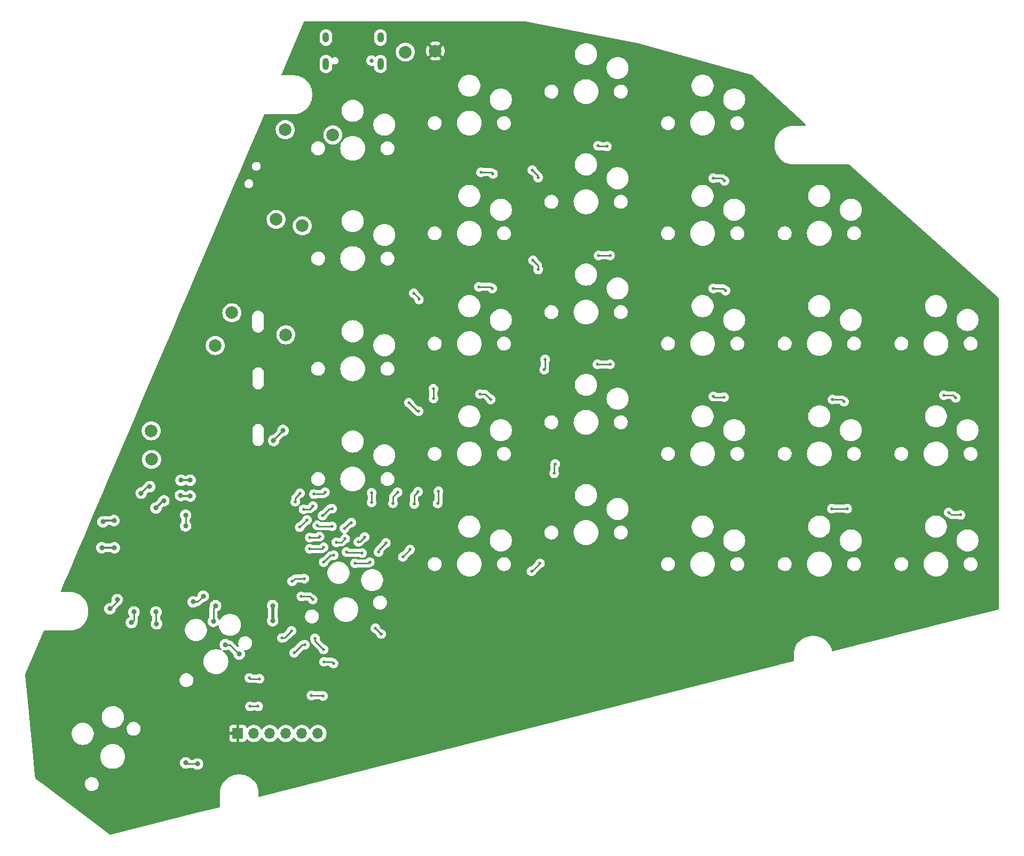
<source format=gbr>
%TF.GenerationSoftware,KiCad,Pcbnew,7.0.1*%
%TF.CreationDate,2023-03-18T23:25:57+01:00*%
%TF.ProjectId,grapto-v3w-right,67726170-746f-42d7-9633-772d72696768,v1.0.0*%
%TF.SameCoordinates,Original*%
%TF.FileFunction,Copper,L1,Top*%
%TF.FilePolarity,Positive*%
%FSLAX46Y46*%
G04 Gerber Fmt 4.6, Leading zero omitted, Abs format (unit mm)*
G04 Created by KiCad (PCBNEW 7.0.1) date 2023-03-18 23:25:57*
%MOMM*%
%LPD*%
G01*
G04 APERTURE LIST*
%TA.AperFunction,ComponentPad*%
%ADD10C,2.000000*%
%TD*%
%TA.AperFunction,ComponentPad*%
%ADD11R,1.700000X1.700000*%
%TD*%
%TA.AperFunction,ComponentPad*%
%ADD12O,1.700000X1.700000*%
%TD*%
%TA.AperFunction,WasherPad*%
%ADD13C,0.650000*%
%TD*%
%TA.AperFunction,ComponentPad*%
%ADD14O,1.000000X1.600000*%
%TD*%
%TA.AperFunction,ComponentPad*%
%ADD15O,1.000000X1.900000*%
%TD*%
%TA.AperFunction,ViaPad*%
%ADD16C,0.500000*%
%TD*%
%TA.AperFunction,ViaPad*%
%ADD17C,0.800000*%
%TD*%
%TA.AperFunction,Conductor*%
%ADD18C,0.250000*%
%TD*%
%TA.AperFunction,Conductor*%
%ADD19C,0.300000*%
%TD*%
%TA.AperFunction,Conductor*%
%ADD20C,0.500000*%
%TD*%
G04 APERTURE END LIST*
D10*
%TO.P,TP13,1,1*%
%TO.N,vbus_fused*%
X125850000Y-111880000D03*
%TD*%
%TO.P,TP16,1,1*%
%TO.N,vsys*%
X107200000Y-145300000D03*
%TD*%
%TO.P,TP22,1,1*%
%TO.N,/controller/low_batt*%
X118400000Y-143600000D03*
%TD*%
%TO.P,TP17,1,1*%
%TO.N,Net-(C17-Pad1)*%
X97050000Y-158850000D03*
%TD*%
%TO.P,TP10,1,1*%
%TO.N,Net-(F3-Pad2)*%
X109830000Y-140110000D03*
%TD*%
%TO.P,TP18,1,1*%
%TO.N,/controller/vdd*%
X97100000Y-163400000D03*
%TD*%
%TO.P,TP11,1,1*%
%TO.N,/controller/BatteryManagement/bat_fused*%
X121000000Y-126300000D03*
%TD*%
D11*
%TO.P,J8,1,Pin_1*%
%TO.N,sysgnd*%
X110780000Y-206890000D03*
D12*
%TO.P,J8,2,Pin_2*%
%TO.N,/controller/reset*%
X113320000Y-206890000D03*
%TO.P,J8,3,Pin_3*%
%TO.N,/controller/status1*%
X115860000Y-206890000D03*
%TO.P,J8,4,Pin_4*%
%TO.N,/controller/swdclk*%
X118400000Y-206890000D03*
%TO.P,J8,5,Pin_5*%
%TO.N,/controller/swdio*%
X120940000Y-206890000D03*
%TO.P,J8,6,Pin_6*%
%TO.N,/controller/vdd*%
X123480000Y-206890000D03*
%TD*%
D10*
%TO.P,J2,1,Pin_1*%
%TO.N,/controller/chassi*%
X137350000Y-98720000D03*
%TD*%
D13*
%TO.P,J6,*%
%TO.N,*%
X131960000Y-100090000D03*
D14*
%TO.P,J6,S1,SHIELD*%
%TO.N,/controller/chassi*%
X124750000Y-96410000D03*
D15*
X124750000Y-100610000D03*
D14*
X133390000Y-96410000D03*
D15*
X133390000Y-100610000D03*
%TD*%
D10*
%TO.P,TP15,1,1*%
%TO.N,sysgnd*%
X142100000Y-98550000D03*
%TD*%
%TO.P,TP14,1,1*%
%TO.N,/controller/vusb*%
X118290000Y-111040000D03*
%TD*%
%TO.P,TP1,1,1*%
%TO.N,Net-(U4-~{PGOOD})*%
X116850000Y-125300000D03*
%TD*%
D16*
%TO.N,row3*%
X187900000Y-153500000D03*
X150887500Y-153862500D03*
X223500000Y-171800000D03*
X135400000Y-170350000D03*
X125700000Y-174000000D03*
X120600000Y-174150000D03*
X205000000Y-171200000D03*
X136100000Y-168600000D03*
X167800000Y-148300000D03*
X186200000Y-153400000D03*
X169800000Y-148300000D03*
X225400000Y-172200000D03*
X121750000Y-173000000D03*
X128800000Y-173400000D03*
X149200000Y-153000000D03*
X207400000Y-171200000D03*
X123375000Y-173875000D03*
X127650000Y-174350000D03*
%TO.N,row2*%
X186150000Y-136250000D03*
X127800000Y-176000000D03*
X129900000Y-176500000D03*
X222750000Y-153200000D03*
X151150000Y-136250000D03*
X224637500Y-153612500D03*
X137900000Y-154400000D03*
X139450000Y-155750000D03*
X139350000Y-168500000D03*
X168000000Y-131000000D03*
X169800000Y-131000000D03*
X123750000Y-175650000D03*
X206925000Y-154225000D03*
X138750000Y-170450000D03*
X130900000Y-175700000D03*
X122200000Y-175800000D03*
X188112500Y-136587500D03*
X149000000Y-136000000D03*
X205100000Y-153900000D03*
X126400000Y-176550000D03*
%TO.N,row1*%
X128000000Y-178100000D03*
X133100000Y-178100000D03*
X142600000Y-168450000D03*
X151250000Y-118050000D03*
X139500000Y-138000000D03*
X134250000Y-176650000D03*
X149350000Y-117800000D03*
X141800000Y-152200000D03*
X169300000Y-113700000D03*
X141800000Y-153700000D03*
X142450000Y-170400000D03*
X167900000Y-113600000D03*
X124400000Y-177350000D03*
X186150000Y-118750000D03*
X122150000Y-177600000D03*
X138700000Y-137000000D03*
X130500000Y-178250000D03*
X187975000Y-119175000D03*
%TO.N,row0*%
X138100000Y-177700000D03*
X158400000Y-118650000D03*
X129350000Y-179900000D03*
X159375000Y-149125000D03*
X131700000Y-179700000D03*
X158400000Y-133250000D03*
X126000000Y-178600000D03*
X157600000Y-131800000D03*
X157450000Y-117450000D03*
X136950000Y-178850000D03*
X159500000Y-147500000D03*
X124400000Y-179700000D03*
%TO.N,row4*%
X119300000Y-190600000D03*
X125950000Y-195800000D03*
X124450000Y-195500000D03*
X117750000Y-191750000D03*
X124350000Y-193550000D03*
X123000000Y-191800000D03*
D17*
%TO.N,col5*%
X101775500Y-166700000D03*
X89400000Y-173300000D03*
X91149500Y-173100000D03*
X96800688Y-167699312D03*
X103224500Y-166700000D03*
X95449312Y-168750688D03*
%TO.N,col4*%
X97799312Y-171100688D03*
X103224500Y-169200000D03*
X99050688Y-169949312D03*
X91200000Y-177400000D03*
X101700000Y-169100000D03*
X89200000Y-177400000D03*
D16*
%TO.N,col2*%
X133500000Y-191100000D03*
X161100000Y-164100000D03*
X132600000Y-190200000D03*
X158700000Y-179900000D03*
X160950000Y-165600000D03*
X157350000Y-181150000D03*
%TO.N,col1*%
X112600000Y-198100000D03*
X119700000Y-194100000D03*
X114200000Y-198200000D03*
X122650000Y-185650000D03*
X119900000Y-170100000D03*
X120850000Y-185150000D03*
X124600000Y-168600000D03*
X122850000Y-168900000D03*
X121400000Y-192800000D03*
X120650000Y-168750000D03*
%TO.N,col0*%
X125750000Y-171200000D03*
X112700000Y-202600000D03*
X132000000Y-170200000D03*
X121200000Y-171300000D03*
X124200000Y-172300000D03*
X121300000Y-182300000D03*
X119400000Y-182750000D03*
X132000000Y-168700000D03*
X124300000Y-200950000D03*
X114000000Y-202600000D03*
X122450000Y-200850000D03*
X122700000Y-170800000D03*
%TO.N,sysgnd*%
X122550000Y-118200000D03*
D17*
X108600000Y-179900000D03*
D16*
X133150000Y-102250000D03*
D17*
X120000000Y-166300000D03*
X103800000Y-148500000D03*
X99500000Y-155800000D03*
D16*
X121450000Y-117100000D03*
D17*
X117100000Y-120900000D03*
X119800000Y-159800000D03*
X117324500Y-113700000D03*
X123100000Y-112000000D03*
X140000000Y-101700000D03*
X116400000Y-133600000D03*
D16*
X140950000Y-105725000D03*
X122550000Y-117100000D03*
D17*
X115900000Y-146300000D03*
X114700000Y-137500000D03*
X118100000Y-184500000D03*
X120526500Y-119800000D03*
X107100000Y-180100000D03*
D16*
X122000000Y-117650000D03*
D17*
X100600000Y-153800000D03*
X98500000Y-185500000D03*
X121400000Y-151200000D03*
X110000000Y-179900000D03*
X100200000Y-165800000D03*
X119700000Y-180750500D03*
X109300000Y-165300000D03*
X109700000Y-152400000D03*
X125100000Y-102475000D03*
X111400000Y-179900000D03*
D16*
X121450000Y-118200000D03*
D17*
X114800000Y-119700000D03*
X114700000Y-136100000D03*
X121952847Y-120352847D03*
X129968330Y-104550500D03*
X125300000Y-120200000D03*
X114900000Y-134100000D03*
X123550500Y-119400000D03*
X99000000Y-183500000D03*
X108300000Y-149749500D03*
X123000000Y-122500000D03*
%TO.N,/controller/vdd*%
X116300000Y-189000000D03*
X116300000Y-186600000D03*
%TO.N,/controller/low_batt*%
X117950000Y-158800000D03*
X116449312Y-160400688D03*
%TO.N,/controller/reset*%
X107263745Y-186606926D03*
X106906928Y-189108208D03*
X108800000Y-192800000D03*
X105300688Y-185099312D03*
X103700000Y-186000000D03*
X111000000Y-194300000D03*
%TO.N,/controller/status1*%
X102500000Y-173949500D03*
X90500000Y-187100000D03*
X102500000Y-172250500D03*
X91650688Y-185649312D03*
%TO.N,/controller/swdclk*%
X97800000Y-187609519D03*
X97900000Y-189500000D03*
%TO.N,/controller/swdio*%
X104381150Y-211743449D03*
X102506551Y-211568851D03*
X94300000Y-187600000D03*
X93900000Y-189308519D03*
%TD*%
D18*
%TO.N,row3*%
X128600000Y-173400000D02*
X127650000Y-174350000D01*
X150025000Y-153000000D02*
X150887500Y-153862500D01*
X187900000Y-153500000D02*
X186300000Y-153500000D01*
X123500000Y-174000000D02*
X125700000Y-174000000D01*
X128800000Y-173400000D02*
X128600000Y-173400000D01*
X123375000Y-173875000D02*
X123500000Y-174000000D01*
X223900000Y-172200000D02*
X223500000Y-171800000D01*
X207400000Y-171200000D02*
X205000000Y-171200000D01*
X135400000Y-169300000D02*
X136100000Y-168600000D01*
X167800000Y-148300000D02*
X169800000Y-148300000D01*
X225400000Y-172200000D02*
X223900000Y-172200000D01*
X149200000Y-153000000D02*
X150025000Y-153000000D01*
X186300000Y-153500000D02*
X186200000Y-153400000D01*
X135400000Y-170350000D02*
X135400000Y-169300000D01*
X121750000Y-173000000D02*
X120600000Y-174150000D01*
%TO.N,row2*%
X139250000Y-155750000D02*
X139450000Y-155750000D01*
X139350000Y-168500000D02*
X138750000Y-169100000D01*
X150900000Y-136000000D02*
X151150000Y-136250000D01*
X149000000Y-136000000D02*
X150900000Y-136000000D01*
X137900000Y-154400000D02*
X139250000Y-155750000D01*
X206600000Y-153900000D02*
X206925000Y-154225000D01*
X222750000Y-153200000D02*
X224225000Y-153200000D01*
X187775000Y-136250000D02*
X188112500Y-136587500D01*
X138750000Y-169100000D02*
X138750000Y-170450000D01*
X127250000Y-176550000D02*
X126400000Y-176550000D01*
X123750000Y-175650000D02*
X123600000Y-175800000D01*
X186150000Y-136250000D02*
X187775000Y-136250000D01*
X130900000Y-175700000D02*
X130100000Y-176500000D01*
X130100000Y-176500000D02*
X129900000Y-176500000D01*
X168000000Y-131000000D02*
X169800000Y-131000000D01*
X127800000Y-176000000D02*
X127250000Y-176550000D01*
X123600000Y-175800000D02*
X122200000Y-175800000D01*
X224225000Y-153200000D02*
X224637500Y-153612500D01*
X205100000Y-153900000D02*
X206600000Y-153900000D01*
%TO.N,row1*%
X149350000Y-117800000D02*
X151000000Y-117800000D01*
X141800000Y-153700000D02*
X141800000Y-152200000D01*
X134250000Y-176650000D02*
X133100000Y-177800000D01*
X133100000Y-177800000D02*
X133100000Y-178100000D01*
X124400000Y-177350000D02*
X124150000Y-177600000D01*
X168000000Y-113700000D02*
X167900000Y-113600000D01*
X151000000Y-117800000D02*
X151250000Y-118050000D01*
X187550000Y-118750000D02*
X187975000Y-119175000D01*
X186150000Y-118750000D02*
X187550000Y-118750000D01*
X124150000Y-177600000D02*
X122150000Y-177600000D01*
X142600000Y-170250000D02*
X142450000Y-170400000D01*
X169300000Y-113700000D02*
X168000000Y-113700000D01*
X139500000Y-137800000D02*
X138700000Y-137000000D01*
X142600000Y-168450000D02*
X142600000Y-170250000D01*
X139500000Y-138000000D02*
X139500000Y-137800000D01*
X130450000Y-178200000D02*
X128100000Y-178200000D01*
X128100000Y-178200000D02*
X128000000Y-178100000D01*
X130500000Y-178250000D02*
X130450000Y-178200000D01*
%TO.N,row0*%
X158400000Y-118400000D02*
X157450000Y-117450000D01*
X126000000Y-178600000D02*
X125500000Y-178600000D01*
X138100000Y-177700000D02*
X136950000Y-178850000D01*
X159375000Y-149125000D02*
X159500000Y-149000000D01*
X131500000Y-179900000D02*
X131700000Y-179700000D01*
X129350000Y-179900000D02*
X131500000Y-179900000D01*
X157600000Y-131800000D02*
X158400000Y-132600000D01*
X125500000Y-178600000D02*
X124400000Y-179700000D01*
X158400000Y-132600000D02*
X158400000Y-133250000D01*
X159500000Y-149000000D02*
X159500000Y-147500000D01*
X158400000Y-118650000D02*
X158400000Y-118400000D01*
%TO.N,row4*%
X123000000Y-192200000D02*
X123000000Y-191800000D01*
X119300000Y-190600000D02*
X118150000Y-191750000D01*
X124350000Y-193550000D02*
X123000000Y-192200000D01*
X118150000Y-191750000D02*
X117750000Y-191750000D01*
X125650000Y-195500000D02*
X125950000Y-195800000D01*
X124450000Y-195500000D02*
X125650000Y-195500000D01*
D19*
%TO.N,col5*%
X91149500Y-173100000D02*
X89600000Y-173100000D01*
X89600000Y-173100000D02*
X89400000Y-173300000D01*
X103224500Y-166700000D02*
X101775500Y-166700000D01*
X96800688Y-167699312D02*
X96500688Y-167699312D01*
X96500688Y-167699312D02*
X95449312Y-168750688D01*
%TO.N,col4*%
X98950688Y-169949312D02*
X97799312Y-171100688D01*
X91200000Y-177400000D02*
X89200000Y-177400000D01*
X103224500Y-169200000D02*
X101800000Y-169200000D01*
X101800000Y-169200000D02*
X101700000Y-169100000D01*
X99050688Y-169949312D02*
X98950688Y-169949312D01*
D18*
%TO.N,col2*%
X132600000Y-190200000D02*
X133500000Y-191100000D01*
X160950000Y-165600000D02*
X160950000Y-164250000D01*
X160950000Y-164250000D02*
X161100000Y-164100000D01*
X157350000Y-181150000D02*
X157450000Y-181150000D01*
X157450000Y-181150000D02*
X158700000Y-179900000D01*
%TO.N,col1*%
X122150000Y-185150000D02*
X122650000Y-185650000D01*
X112700000Y-198200000D02*
X112600000Y-198100000D01*
X120850000Y-185150000D02*
X122150000Y-185150000D01*
X119900000Y-169500000D02*
X119900000Y-170100000D01*
X121000000Y-192800000D02*
X121400000Y-192800000D01*
X124300000Y-168900000D02*
X124600000Y-168600000D01*
X114200000Y-198200000D02*
X112700000Y-198200000D01*
X120650000Y-168750000D02*
X119900000Y-169500000D01*
X122850000Y-168900000D02*
X124300000Y-168900000D01*
X119700000Y-194100000D02*
X121000000Y-192800000D01*
%TO.N,col0*%
X125750000Y-171200000D02*
X125300000Y-171200000D01*
X125300000Y-171200000D02*
X124200000Y-172300000D01*
X114000000Y-202600000D02*
X112700000Y-202600000D01*
X122450000Y-200850000D02*
X124200000Y-200850000D01*
X122200000Y-171300000D02*
X122700000Y-170800000D01*
X124200000Y-200850000D02*
X124300000Y-200950000D01*
X119850000Y-182300000D02*
X121300000Y-182300000D01*
X119400000Y-182750000D02*
X119850000Y-182300000D01*
X121200000Y-171300000D02*
X122200000Y-171300000D01*
X132000000Y-170200000D02*
X132000000Y-168700000D01*
D20*
%TO.N,/controller/vdd*%
X116300000Y-186600000D02*
X116300000Y-189000000D01*
D18*
%TO.N,/controller/low_batt*%
X116449312Y-160300688D02*
X117950000Y-158800000D01*
X116449312Y-160400688D02*
X116449312Y-160300688D01*
%TO.N,/controller/reset*%
X109500000Y-192800000D02*
X111000000Y-194300000D01*
X104400000Y-186000000D02*
X103700000Y-186000000D01*
X105300688Y-185099312D02*
X104400000Y-186000000D01*
X106906928Y-189108208D02*
X106906928Y-186963743D01*
X108800000Y-192800000D02*
X109500000Y-192800000D01*
X106906928Y-186963743D02*
X107263745Y-186606926D01*
%TO.N,/controller/status1*%
X90500000Y-187100000D02*
X91650688Y-185949312D01*
X91650688Y-185949312D02*
X91650688Y-185649312D01*
X102500000Y-172250500D02*
X102500000Y-173949500D01*
%TO.N,/controller/swdclk*%
X97900000Y-189500000D02*
X97800000Y-189400000D01*
X97800000Y-189400000D02*
X97800000Y-187609519D01*
%TO.N,/controller/swdio*%
X94300000Y-188908519D02*
X93900000Y-189308519D01*
X104381150Y-211743449D02*
X102681149Y-211743449D01*
X94300000Y-187600000D02*
X94300000Y-188908519D01*
X102681149Y-211743449D02*
X102506551Y-211568851D01*
%TD*%
%TA.AperFunction,Conductor*%
%TO.N,sysgnd*%
G36*
X156254453Y-93827779D02*
G01*
X174227867Y-97322609D01*
X174237364Y-97324848D01*
X192183670Y-102309933D01*
X192234270Y-102338001D01*
X200650246Y-110052647D01*
X200820915Y-110209093D01*
X200853653Y-110258107D01*
X200860062Y-110316699D01*
X200838695Y-110371631D01*
X200794378Y-110410491D01*
X200737125Y-110424500D01*
X198924531Y-110424500D01*
X198900000Y-110424500D01*
X198744061Y-110424500D01*
X198433891Y-110457101D01*
X198433888Y-110457101D01*
X198433884Y-110457102D01*
X198128828Y-110521943D01*
X197832214Y-110618319D01*
X197547295Y-110745173D01*
X197277206Y-110901108D01*
X197024885Y-111084431D01*
X196793116Y-111293116D01*
X196584431Y-111524885D01*
X196401108Y-111777206D01*
X196245173Y-112047295D01*
X196118319Y-112332214D01*
X196021943Y-112628828D01*
X195961417Y-112913584D01*
X195957101Y-112933891D01*
X195924500Y-113244061D01*
X195924500Y-113372520D01*
X195924500Y-113575469D01*
X195924500Y-113600000D01*
X195924500Y-113755939D01*
X195953430Y-114031184D01*
X195957102Y-114066115D01*
X196021943Y-114371171D01*
X196074483Y-114532873D01*
X196118320Y-114667787D01*
X196209499Y-114872580D01*
X196245173Y-114952704D01*
X196401108Y-115222793D01*
X196401111Y-115222797D01*
X196584429Y-115475112D01*
X196584431Y-115475114D01*
X196793116Y-115706883D01*
X196905733Y-115808283D01*
X197024888Y-115915571D01*
X197277203Y-116098889D01*
X197547298Y-116254828D01*
X197832213Y-116381680D01*
X198128827Y-116478056D01*
X198433891Y-116542899D01*
X198744061Y-116575500D01*
X198872520Y-116575500D01*
X198900000Y-116575500D01*
X198924531Y-116575500D01*
X207717853Y-116575500D01*
X207762806Y-116583935D01*
X207801642Y-116608092D01*
X210163267Y-118772916D01*
X210165529Y-118775823D01*
X210198742Y-118805449D01*
X210199990Y-118806578D01*
X210207321Y-118813299D01*
X210222751Y-118827443D01*
X210224937Y-118828817D01*
X231433043Y-137746845D01*
X231463662Y-137788681D01*
X231474500Y-137839380D01*
X231474500Y-187094859D01*
X231462655Y-187147748D01*
X231429384Y-187190532D01*
X231381042Y-187215038D01*
X224188489Y-189042907D01*
X205165003Y-193877410D01*
X205100756Y-193876561D01*
X205045558Y-193843673D01*
X205014233Y-193787577D01*
X204944826Y-193512580D01*
X204829857Y-193204831D01*
X204681712Y-192911608D01*
X204502191Y-192636473D01*
X204489124Y-192620589D01*
X204293477Y-192382772D01*
X204058100Y-192153581D01*
X203798935Y-191951701D01*
X203736681Y-191913405D01*
X203519114Y-191779568D01*
X203485235Y-191763569D01*
X203222049Y-191639283D01*
X202911351Y-191532551D01*
X202627122Y-191468815D01*
X202590787Y-191460667D01*
X202409501Y-191440590D01*
X202264256Y-191424505D01*
X202152144Y-191424501D01*
X202152136Y-191424500D01*
X202127480Y-191424500D01*
X201924531Y-191424500D01*
X201900000Y-191424500D01*
X201744061Y-191424500D01*
X201433891Y-191457101D01*
X201433888Y-191457101D01*
X201433884Y-191457102D01*
X201128828Y-191521943D01*
X200832214Y-191618319D01*
X200547295Y-191745173D01*
X200277206Y-191901108D01*
X200024885Y-192084431D01*
X199793116Y-192293116D01*
X199584431Y-192524885D01*
X199401108Y-192777206D01*
X199245173Y-193047295D01*
X199118319Y-193332214D01*
X199021943Y-193628828D01*
X198957102Y-193933884D01*
X198957101Y-193933891D01*
X198938584Y-194110070D01*
X198924500Y-194244064D01*
X198924500Y-195366903D01*
X198912655Y-195419792D01*
X198879384Y-195462576D01*
X198831042Y-195487082D01*
X114230040Y-216987027D01*
X114174130Y-216988224D01*
X114123379Y-216964733D01*
X114088111Y-216921331D01*
X114075500Y-216866847D01*
X114075500Y-216244064D01*
X114075500Y-216244061D01*
X114042899Y-215933891D01*
X113978056Y-215628827D01*
X113881680Y-215332213D01*
X113754828Y-215047298D01*
X113598889Y-214777203D01*
X113415571Y-214524888D01*
X113277900Y-214371989D01*
X113206883Y-214293116D01*
X112975114Y-214084431D01*
X112975115Y-214084431D01*
X112975112Y-214084429D01*
X112722797Y-213901111D01*
X112722793Y-213901108D01*
X112452704Y-213745173D01*
X112167785Y-213618319D01*
X111871171Y-213521943D01*
X111566115Y-213457102D01*
X111566112Y-213457101D01*
X111566109Y-213457101D01*
X111255939Y-213424500D01*
X111127480Y-213424500D01*
X110924531Y-213424500D01*
X110900000Y-213424500D01*
X110744061Y-213424500D01*
X110433891Y-213457101D01*
X110433888Y-213457101D01*
X110433884Y-213457102D01*
X110128828Y-213521943D01*
X109832214Y-213618319D01*
X109547295Y-213745173D01*
X109277206Y-213901108D01*
X109024885Y-214084431D01*
X108793116Y-214293116D01*
X108584431Y-214524885D01*
X108401108Y-214777206D01*
X108245173Y-215047295D01*
X108118319Y-215332214D01*
X108021943Y-215628828D01*
X107957102Y-215933884D01*
X107957101Y-215933891D01*
X107947358Y-216026594D01*
X107924500Y-216244064D01*
X107924500Y-218493048D01*
X107912655Y-218545937D01*
X107879384Y-218588721D01*
X107831042Y-218613227D01*
X104563143Y-219443709D01*
X90615952Y-222988156D01*
X90560899Y-222989529D01*
X90510681Y-222966929D01*
X79792450Y-214872549D01*
X86513562Y-214872549D01*
X86523571Y-215082653D01*
X86573161Y-215287065D01*
X86593780Y-215332214D01*
X86660541Y-215478402D01*
X86767659Y-215628827D01*
X86782550Y-215649738D01*
X86934782Y-215794891D01*
X86934784Y-215794892D01*
X86934785Y-215794893D01*
X87111728Y-215908608D01*
X87111733Y-215908610D01*
X87307007Y-215986787D01*
X87435803Y-216011610D01*
X87513547Y-216026594D01*
X87513548Y-216026594D01*
X87671182Y-216026594D01*
X87671187Y-216026594D01*
X87828108Y-216011610D01*
X88029930Y-215952350D01*
X88216889Y-215855965D01*
X88382229Y-215725941D01*
X88519974Y-215566975D01*
X88625145Y-215384813D01*
X88693941Y-215186040D01*
X88723876Y-214977839D01*
X88713867Y-214767735D01*
X88664277Y-214563323D01*
X88576898Y-214371989D01*
X88576897Y-214371988D01*
X88576896Y-214371985D01*
X88454889Y-214200652D01*
X88454888Y-214200650D01*
X88302656Y-214055497D01*
X88302653Y-214055495D01*
X88302652Y-214055494D01*
X88125709Y-213941779D01*
X87979353Y-213883186D01*
X87930431Y-213863601D01*
X87930430Y-213863600D01*
X87930428Y-213863600D01*
X87723891Y-213823794D01*
X87723890Y-213823794D01*
X87566251Y-213823794D01*
X87479072Y-213832118D01*
X87409326Y-213838778D01*
X87207505Y-213898038D01*
X87020551Y-213994421D01*
X86855210Y-214124446D01*
X86717462Y-214283414D01*
X86612293Y-214465573D01*
X86543496Y-214664348D01*
X86527270Y-214777206D01*
X86513562Y-214872549D01*
X79792450Y-214872549D01*
X78687034Y-214037742D01*
X78653544Y-213999325D01*
X78638335Y-213950681D01*
X78590780Y-213457102D01*
X78309353Y-210536166D01*
X88963280Y-210536166D01*
X88983333Y-210816530D01*
X89043080Y-211091183D01*
X89141307Y-211354542D01*
X89276013Y-211601238D01*
X89360237Y-211713747D01*
X89444459Y-211826255D01*
X89643212Y-212025008D01*
X89751127Y-212105792D01*
X89868228Y-212193453D01*
X90114924Y-212328159D01*
X90200211Y-212359969D01*
X90378282Y-212426386D01*
X90652937Y-212486134D01*
X90848091Y-212500091D01*
X90863124Y-212501167D01*
X90863125Y-212501167D01*
X91003475Y-212501167D01*
X91003476Y-212501167D01*
X91017505Y-212500163D01*
X91213663Y-212486134D01*
X91488318Y-212426386D01*
X91751675Y-212328159D01*
X91998373Y-212193452D01*
X92223388Y-212025008D01*
X92422141Y-211826255D01*
X92590585Y-211601240D01*
X92608271Y-211568851D01*
X101593047Y-211568851D01*
X101613009Y-211758780D01*
X101672023Y-211940407D01*
X101767508Y-212105792D01*
X101796906Y-212138442D01*
X101895298Y-212247717D01*
X102049799Y-212359969D01*
X102224265Y-212437646D01*
X102411062Y-212477351D01*
X102411064Y-212477351D01*
X102602038Y-212477351D01*
X102602040Y-212477351D01*
X102788836Y-212437646D01*
X102788837Y-212437645D01*
X102788839Y-212437645D01*
X102901087Y-212387668D01*
X102951522Y-212376949D01*
X103673841Y-212376949D01*
X103724277Y-212387670D01*
X103765991Y-212417977D01*
X103769897Y-212422315D01*
X103845647Y-212477351D01*
X103924398Y-212534567D01*
X104098864Y-212612244D01*
X104285661Y-212651949D01*
X104285663Y-212651949D01*
X104476637Y-212651949D01*
X104476639Y-212651949D01*
X104663435Y-212612244D01*
X104663436Y-212612243D01*
X104663438Y-212612243D01*
X104837902Y-212534567D01*
X104992403Y-212422315D01*
X105120190Y-212280393D01*
X105215677Y-212115005D01*
X105274692Y-211933377D01*
X105294654Y-211743449D01*
X105274692Y-211553521D01*
X105244081Y-211459311D01*
X105215677Y-211371892D01*
X105120192Y-211206507D01*
X105100592Y-211184740D01*
X104992403Y-211064583D01*
X104837902Y-210952331D01*
X104837901Y-210952330D01*
X104663435Y-210874653D01*
X104476639Y-210834949D01*
X104476637Y-210834949D01*
X104285663Y-210834949D01*
X104285661Y-210834949D01*
X104098864Y-210874653D01*
X103924398Y-210952330D01*
X103769896Y-211064583D01*
X103765992Y-211068920D01*
X103724277Y-211099228D01*
X103673841Y-211109949D01*
X103362240Y-211109949D01*
X103300239Y-211093336D01*
X103254852Y-211047948D01*
X103245592Y-211031909D01*
X103245591Y-211031907D01*
X103117804Y-210889985D01*
X102963303Y-210777733D01*
X102963302Y-210777732D01*
X102788836Y-210700055D01*
X102602040Y-210660351D01*
X102602038Y-210660351D01*
X102411064Y-210660351D01*
X102411062Y-210660351D01*
X102224265Y-210700055D01*
X102049799Y-210777732D01*
X101895299Y-210889984D01*
X101767508Y-211031909D01*
X101672023Y-211197294D01*
X101613009Y-211378921D01*
X101593047Y-211568851D01*
X92608271Y-211568851D01*
X92725292Y-211354542D01*
X92823519Y-211091185D01*
X92883267Y-210816530D01*
X92903319Y-210536167D01*
X92883267Y-210255804D01*
X92823519Y-209981149D01*
X92725292Y-209717792D01*
X92725292Y-209717791D01*
X92590586Y-209471095D01*
X92548474Y-209414840D01*
X92422141Y-209246079D01*
X92223388Y-209047326D01*
X92110880Y-208963103D01*
X91998371Y-208878880D01*
X91751675Y-208744174D01*
X91488316Y-208645947D01*
X91213663Y-208586200D01*
X91003476Y-208571167D01*
X91003475Y-208571167D01*
X90863125Y-208571167D01*
X90863124Y-208571167D01*
X90652936Y-208586200D01*
X90378283Y-208645947D01*
X90114924Y-208744174D01*
X89868228Y-208878880D01*
X89643209Y-209047328D01*
X89444461Y-209246076D01*
X89276013Y-209471095D01*
X89141307Y-209717791D01*
X89043080Y-209981150D01*
X88983333Y-210255803D01*
X88963280Y-210536166D01*
X78309353Y-210536166D01*
X77976510Y-207081575D01*
X84434671Y-207081575D01*
X84473775Y-207341008D01*
X84551108Y-207591716D01*
X84664943Y-207828097D01*
X84769933Y-207982088D01*
X84812742Y-208044878D01*
X84991186Y-208237194D01*
X84991190Y-208237198D01*
X85196314Y-208400779D01*
X85423528Y-208531961D01*
X85667755Y-208627813D01*
X85923541Y-208686195D01*
X85979579Y-208690394D01*
X86119672Y-208700893D01*
X86119677Y-208700893D01*
X86250665Y-208700893D01*
X86250670Y-208700893D01*
X86373250Y-208691706D01*
X86446801Y-208686195D01*
X86702587Y-208627813D01*
X86946814Y-208531961D01*
X87174028Y-208400779D01*
X87379152Y-208237198D01*
X87509062Y-208097188D01*
X87557599Y-208044878D01*
X87557600Y-208044875D01*
X87557604Y-208044872D01*
X87705399Y-207828097D01*
X87819234Y-207591716D01*
X87896567Y-207341008D01*
X87935671Y-207081575D01*
X87935671Y-206819211D01*
X87896567Y-206559778D01*
X87819234Y-206309070D01*
X87715899Y-206094492D01*
X93142724Y-206094492D01*
X93152733Y-206304600D01*
X93176700Y-206403393D01*
X93202323Y-206509011D01*
X93246963Y-206606759D01*
X93289703Y-206700348D01*
X93374346Y-206819211D01*
X93411712Y-206871684D01*
X93563944Y-207016837D01*
X93563946Y-207016838D01*
X93563947Y-207016839D01*
X93740890Y-207130554D01*
X93740895Y-207130556D01*
X93936169Y-207208733D01*
X94064965Y-207233556D01*
X94142709Y-207248540D01*
X94142710Y-207248540D01*
X94300344Y-207248540D01*
X94300349Y-207248540D01*
X94457270Y-207233556D01*
X94659092Y-207174296D01*
X94725616Y-207140000D01*
X109430000Y-207140000D01*
X109430000Y-207787824D01*
X109436402Y-207847375D01*
X109486647Y-207982089D01*
X109572811Y-208097188D01*
X109687910Y-208183352D01*
X109822624Y-208233597D01*
X109882176Y-208240000D01*
X110530000Y-208240000D01*
X111030000Y-208240000D01*
X111677824Y-208240000D01*
X111737375Y-208233597D01*
X111872089Y-208183352D01*
X111987188Y-208097188D01*
X112073352Y-207982088D01*
X112119680Y-207857878D01*
X112155631Y-207806665D01*
X112212013Y-207779526D01*
X112274467Y-207783374D01*
X112327091Y-207817227D01*
X112354845Y-207847375D01*
X112396760Y-207892906D01*
X112574424Y-208031189D01*
X112772426Y-208138342D01*
X112985365Y-208211444D01*
X113207431Y-208248500D01*
X113432569Y-208248500D01*
X113654635Y-208211444D01*
X113867574Y-208138342D01*
X114065576Y-208031189D01*
X114243240Y-207892906D01*
X114395722Y-207727268D01*
X114465097Y-207621080D01*
X114486191Y-207588795D01*
X114530982Y-207547561D01*
X114590000Y-207532616D01*
X114649018Y-207547561D01*
X114693809Y-207588795D01*
X114695717Y-207591716D01*
X114784278Y-207727268D01*
X114936760Y-207892906D01*
X115114424Y-208031189D01*
X115312426Y-208138342D01*
X115525365Y-208211444D01*
X115747431Y-208248500D01*
X115972569Y-208248500D01*
X116194635Y-208211444D01*
X116407574Y-208138342D01*
X116605576Y-208031189D01*
X116783240Y-207892906D01*
X116935722Y-207727268D01*
X117005097Y-207621080D01*
X117026191Y-207588795D01*
X117070982Y-207547561D01*
X117130000Y-207532616D01*
X117189018Y-207547561D01*
X117233809Y-207588795D01*
X117235717Y-207591716D01*
X117324278Y-207727268D01*
X117476760Y-207892906D01*
X117654424Y-208031189D01*
X117852426Y-208138342D01*
X118065365Y-208211444D01*
X118287431Y-208248500D01*
X118512569Y-208248500D01*
X118734635Y-208211444D01*
X118947574Y-208138342D01*
X119145576Y-208031189D01*
X119323240Y-207892906D01*
X119475722Y-207727268D01*
X119545097Y-207621080D01*
X119566191Y-207588795D01*
X119610982Y-207547561D01*
X119670000Y-207532616D01*
X119729018Y-207547561D01*
X119773809Y-207588795D01*
X119775717Y-207591716D01*
X119864278Y-207727268D01*
X120016760Y-207892906D01*
X120194424Y-208031189D01*
X120392426Y-208138342D01*
X120605365Y-208211444D01*
X120827431Y-208248500D01*
X121052569Y-208248500D01*
X121274635Y-208211444D01*
X121487574Y-208138342D01*
X121685576Y-208031189D01*
X121863240Y-207892906D01*
X122015722Y-207727268D01*
X122085097Y-207621080D01*
X122106191Y-207588795D01*
X122150982Y-207547561D01*
X122210000Y-207532616D01*
X122269018Y-207547561D01*
X122313809Y-207588795D01*
X122315717Y-207591716D01*
X122404278Y-207727268D01*
X122556760Y-207892906D01*
X122734424Y-208031189D01*
X122932426Y-208138342D01*
X123145365Y-208211444D01*
X123367431Y-208248500D01*
X123592569Y-208248500D01*
X123814635Y-208211444D01*
X124027574Y-208138342D01*
X124225576Y-208031189D01*
X124403240Y-207892906D01*
X124555722Y-207727268D01*
X124678860Y-207538791D01*
X124769296Y-207332616D01*
X124824564Y-207114368D01*
X124843156Y-206890000D01*
X124824564Y-206665632D01*
X124769296Y-206447384D01*
X124678860Y-206241209D01*
X124555722Y-206052732D01*
X124403240Y-205887094D01*
X124225576Y-205748811D01*
X124027574Y-205641658D01*
X124027573Y-205641657D01*
X124027572Y-205641657D01*
X123814636Y-205568556D01*
X123592569Y-205531500D01*
X123367431Y-205531500D01*
X123145363Y-205568556D01*
X122932427Y-205641657D01*
X122734424Y-205748811D01*
X122556760Y-205887094D01*
X122404279Y-206052730D01*
X122313809Y-206191205D01*
X122269017Y-206232438D01*
X122210000Y-206247383D01*
X122150983Y-206232438D01*
X122106191Y-206191205D01*
X122043005Y-206094492D01*
X122015722Y-206052732D01*
X121863240Y-205887094D01*
X121685576Y-205748811D01*
X121487574Y-205641658D01*
X121487573Y-205641657D01*
X121487572Y-205641657D01*
X121274636Y-205568556D01*
X121052569Y-205531500D01*
X120827431Y-205531500D01*
X120605363Y-205568556D01*
X120392427Y-205641657D01*
X120194424Y-205748811D01*
X120016760Y-205887094D01*
X119864279Y-206052730D01*
X119773809Y-206191205D01*
X119729017Y-206232438D01*
X119670000Y-206247383D01*
X119610983Y-206232438D01*
X119566191Y-206191205D01*
X119503005Y-206094492D01*
X119475722Y-206052732D01*
X119323240Y-205887094D01*
X119145576Y-205748811D01*
X118947574Y-205641658D01*
X118947573Y-205641657D01*
X118947572Y-205641657D01*
X118734636Y-205568556D01*
X118512569Y-205531500D01*
X118287431Y-205531500D01*
X118065363Y-205568556D01*
X117852427Y-205641657D01*
X117654424Y-205748811D01*
X117476760Y-205887094D01*
X117324279Y-206052730D01*
X117233809Y-206191205D01*
X117189017Y-206232438D01*
X117130000Y-206247383D01*
X117070983Y-206232438D01*
X117026191Y-206191205D01*
X116963005Y-206094492D01*
X116935722Y-206052732D01*
X116783240Y-205887094D01*
X116605576Y-205748811D01*
X116407574Y-205641658D01*
X116407573Y-205641657D01*
X116407572Y-205641657D01*
X116194636Y-205568556D01*
X115972569Y-205531500D01*
X115747431Y-205531500D01*
X115525363Y-205568556D01*
X115312427Y-205641657D01*
X115114424Y-205748811D01*
X114936760Y-205887094D01*
X114784279Y-206052730D01*
X114693809Y-206191205D01*
X114649017Y-206232438D01*
X114590000Y-206247383D01*
X114530983Y-206232438D01*
X114486191Y-206191205D01*
X114423005Y-206094492D01*
X114395722Y-206052732D01*
X114243240Y-205887094D01*
X114065576Y-205748811D01*
X113867574Y-205641658D01*
X113867573Y-205641657D01*
X113867572Y-205641657D01*
X113654636Y-205568556D01*
X113432569Y-205531500D01*
X113207431Y-205531500D01*
X112985363Y-205568556D01*
X112772427Y-205641657D01*
X112574424Y-205748811D01*
X112396759Y-205887094D01*
X112327090Y-205962773D01*
X112274466Y-205996626D01*
X112212012Y-206000473D01*
X112155631Y-205973335D01*
X112119680Y-205922121D01*
X112073352Y-205797911D01*
X111987188Y-205682811D01*
X111872089Y-205596647D01*
X111737375Y-205546402D01*
X111677824Y-205540000D01*
X111030000Y-205540000D01*
X111030000Y-208240000D01*
X110530000Y-208240000D01*
X110530000Y-207140000D01*
X109430000Y-207140000D01*
X94725616Y-207140000D01*
X94846051Y-207077911D01*
X95011391Y-206947887D01*
X95149136Y-206788921D01*
X95235115Y-206640000D01*
X109430000Y-206640000D01*
X110530000Y-206640000D01*
X110530000Y-205540000D01*
X109882176Y-205540000D01*
X109822624Y-205546402D01*
X109687910Y-205596647D01*
X109572811Y-205682811D01*
X109486647Y-205797910D01*
X109436402Y-205932624D01*
X109430000Y-205992176D01*
X109430000Y-206640000D01*
X95235115Y-206640000D01*
X95254307Y-206606759D01*
X95323103Y-206407986D01*
X95353038Y-206199785D01*
X95343029Y-205989681D01*
X95293439Y-205785269D01*
X95206060Y-205593935D01*
X95206059Y-205593934D01*
X95206058Y-205593931D01*
X95084051Y-205422598D01*
X95084050Y-205422596D01*
X94931818Y-205277443D01*
X94931815Y-205277441D01*
X94931814Y-205277440D01*
X94754871Y-205163725D01*
X94608515Y-205105132D01*
X94559593Y-205085547D01*
X94559592Y-205085546D01*
X94559590Y-205085546D01*
X94353053Y-205045740D01*
X94353052Y-205045740D01*
X94195413Y-205045740D01*
X94108234Y-205054064D01*
X94038488Y-205060724D01*
X93836667Y-205119984D01*
X93649713Y-205216367D01*
X93484372Y-205346392D01*
X93346624Y-205505360D01*
X93241455Y-205687519D01*
X93172658Y-205886294D01*
X93142724Y-206094492D01*
X87715899Y-206094492D01*
X87705399Y-206072689D01*
X87557604Y-205855914D01*
X87557603Y-205855913D01*
X87557599Y-205855907D01*
X87379155Y-205663591D01*
X87379154Y-205663590D01*
X87379152Y-205663588D01*
X87213519Y-205531500D01*
X87174027Y-205500006D01*
X86946812Y-205368824D01*
X86702589Y-205272973D01*
X86446798Y-205214590D01*
X86250670Y-205199893D01*
X86250665Y-205199893D01*
X86119677Y-205199893D01*
X86119672Y-205199893D01*
X85923543Y-205214590D01*
X85667752Y-205272973D01*
X85423529Y-205368824D01*
X85196314Y-205500006D01*
X84991186Y-205663591D01*
X84812742Y-205855907D01*
X84721538Y-205989679D01*
X84664943Y-206072689D01*
X84551108Y-206309070D01*
X84473775Y-206559778D01*
X84434671Y-206819211D01*
X84434671Y-207081575D01*
X77976510Y-207081575D01*
X77719820Y-204417383D01*
X89203537Y-204417383D01*
X89242641Y-204676816D01*
X89319974Y-204927524D01*
X89433809Y-205163905D01*
X89569803Y-205363371D01*
X89581608Y-205380686D01*
X89735371Y-205546402D01*
X89760056Y-205573006D01*
X89965180Y-205736587D01*
X90192394Y-205867769D01*
X90436621Y-205963621D01*
X90692407Y-206022003D01*
X90748445Y-206026202D01*
X90888538Y-206036701D01*
X90888543Y-206036701D01*
X91019531Y-206036701D01*
X91019536Y-206036701D01*
X91142115Y-206027514D01*
X91215667Y-206022003D01*
X91471453Y-205963621D01*
X91715680Y-205867769D01*
X91942894Y-205736587D01*
X92148018Y-205573006D01*
X92287578Y-205422596D01*
X92326465Y-205380686D01*
X92326466Y-205380683D01*
X92326470Y-205380680D01*
X92474265Y-205163905D01*
X92588100Y-204927524D01*
X92665433Y-204676816D01*
X92704537Y-204417383D01*
X92704537Y-204155019D01*
X92665433Y-203895586D01*
X92588100Y-203644878D01*
X92474265Y-203408497D01*
X92326470Y-203191722D01*
X92326469Y-203191721D01*
X92326465Y-203191715D01*
X92148021Y-202999399D01*
X92148020Y-202999398D01*
X92148018Y-202999396D01*
X91942894Y-202835815D01*
X91942893Y-202835814D01*
X91715678Y-202704632D01*
X91471455Y-202608781D01*
X91432983Y-202600000D01*
X111936700Y-202600000D01*
X111955837Y-202769846D01*
X111955837Y-202769848D01*
X111955838Y-202769850D01*
X112012291Y-202931183D01*
X112103229Y-203075909D01*
X112224091Y-203196771D01*
X112368817Y-203287709D01*
X112530150Y-203344162D01*
X112700000Y-203363299D01*
X112869850Y-203344162D01*
X113031183Y-203287709D01*
X113087208Y-203252505D01*
X113153180Y-203233500D01*
X113546820Y-203233500D01*
X113612791Y-203252505D01*
X113668817Y-203287709D01*
X113830150Y-203344162D01*
X114000000Y-203363299D01*
X114169850Y-203344162D01*
X114331183Y-203287709D01*
X114475909Y-203196771D01*
X114596771Y-203075909D01*
X114687709Y-202931183D01*
X114744162Y-202769850D01*
X114763299Y-202600000D01*
X114744162Y-202430150D01*
X114687709Y-202268817D01*
X114596771Y-202124091D01*
X114475909Y-202003229D01*
X114331183Y-201912291D01*
X114169850Y-201855838D01*
X114169848Y-201855837D01*
X114169846Y-201855837D01*
X114000000Y-201836700D01*
X113830153Y-201855837D01*
X113830150Y-201855837D01*
X113830150Y-201855838D01*
X113668817Y-201912291D01*
X113668815Y-201912291D01*
X113668815Y-201912292D01*
X113612792Y-201947494D01*
X113546820Y-201966500D01*
X113153180Y-201966500D01*
X113087208Y-201947494D01*
X113031183Y-201912291D01*
X112869850Y-201855838D01*
X112869848Y-201855837D01*
X112869846Y-201855837D01*
X112700000Y-201836700D01*
X112530153Y-201855837D01*
X112530150Y-201855837D01*
X112530150Y-201855838D01*
X112368817Y-201912291D01*
X112368815Y-201912291D01*
X112368815Y-201912292D01*
X112224089Y-202003230D01*
X112103230Y-202124089D01*
X112012292Y-202268815D01*
X111955837Y-202430153D01*
X111936700Y-202600000D01*
X91432983Y-202600000D01*
X91215664Y-202550398D01*
X91019536Y-202535701D01*
X91019531Y-202535701D01*
X90888543Y-202535701D01*
X90888538Y-202535701D01*
X90692409Y-202550398D01*
X90436618Y-202608781D01*
X90192395Y-202704632D01*
X89965180Y-202835814D01*
X89760052Y-202999399D01*
X89581608Y-203191715D01*
X89553120Y-203233500D01*
X89433809Y-203408497D01*
X89319974Y-203644878D01*
X89242641Y-203895586D01*
X89203537Y-204155019D01*
X89203537Y-204417383D01*
X77719820Y-204417383D01*
X77376109Y-200849999D01*
X121686700Y-200849999D01*
X121705837Y-201019846D01*
X121705837Y-201019848D01*
X121705838Y-201019850D01*
X121762291Y-201181183D01*
X121853229Y-201325909D01*
X121974091Y-201446771D01*
X122118817Y-201537709D01*
X122280150Y-201594162D01*
X122450000Y-201613299D01*
X122619850Y-201594162D01*
X122781183Y-201537709D01*
X122837208Y-201502505D01*
X122903180Y-201483500D01*
X123709458Y-201483500D01*
X123756911Y-201492939D01*
X123797138Y-201519818D01*
X123824091Y-201546771D01*
X123968817Y-201637709D01*
X124130150Y-201694162D01*
X124300000Y-201713299D01*
X124469850Y-201694162D01*
X124631183Y-201637709D01*
X124775909Y-201546771D01*
X124896771Y-201425909D01*
X124987709Y-201281183D01*
X125044162Y-201119850D01*
X125063299Y-200950000D01*
X125044162Y-200780150D01*
X124987709Y-200618817D01*
X124896771Y-200474091D01*
X124775909Y-200353229D01*
X124631183Y-200262291D01*
X124469850Y-200205838D01*
X124469848Y-200205837D01*
X124469846Y-200205837D01*
X124300000Y-200186700D01*
X124130150Y-200205837D01*
X124119567Y-200209541D01*
X124078612Y-200216500D01*
X122903180Y-200216500D01*
X122837208Y-200197494D01*
X122820031Y-200186701D01*
X122781183Y-200162291D01*
X122619850Y-200105838D01*
X122619848Y-200105837D01*
X122619846Y-200105837D01*
X122450000Y-200086700D01*
X122280153Y-200105837D01*
X122280150Y-200105837D01*
X122280150Y-200105838D01*
X122118817Y-200162291D01*
X122118815Y-200162291D01*
X122118815Y-200162292D01*
X121974089Y-200253230D01*
X121853230Y-200374089D01*
X121790395Y-200474089D01*
X121762291Y-200518817D01*
X121705838Y-200680150D01*
X121705837Y-200680153D01*
X121686700Y-200849999D01*
X77376109Y-200849999D01*
X77137797Y-198376560D01*
X101541798Y-198376560D01*
X101551807Y-198586664D01*
X101601397Y-198791076D01*
X101629451Y-198852506D01*
X101688777Y-198982413D01*
X101797717Y-199135396D01*
X101810786Y-199153749D01*
X101963018Y-199298902D01*
X101963020Y-199298903D01*
X101963021Y-199298904D01*
X102139964Y-199412619D01*
X102139969Y-199412621D01*
X102335243Y-199490798D01*
X102464039Y-199515621D01*
X102541783Y-199530605D01*
X102541784Y-199530605D01*
X102699418Y-199530605D01*
X102699423Y-199530605D01*
X102856344Y-199515621D01*
X103058166Y-199456361D01*
X103245125Y-199359976D01*
X103410465Y-199229952D01*
X103548210Y-199070986D01*
X103653381Y-198888824D01*
X103722177Y-198690051D01*
X103752112Y-198481850D01*
X103742103Y-198271746D01*
X103700438Y-198100000D01*
X111836700Y-198100000D01*
X111855837Y-198269846D01*
X111855837Y-198269848D01*
X111855838Y-198269850D01*
X111912291Y-198431183D01*
X112003229Y-198575909D01*
X112124091Y-198696771D01*
X112268817Y-198787709D01*
X112430150Y-198844162D01*
X112600000Y-198863299D01*
X112769850Y-198844162D01*
X112776815Y-198841724D01*
X112780433Y-198840459D01*
X112821388Y-198833500D01*
X113746820Y-198833500D01*
X113812791Y-198852505D01*
X113868817Y-198887709D01*
X114030150Y-198944162D01*
X114200000Y-198963299D01*
X114369850Y-198944162D01*
X114531183Y-198887709D01*
X114675909Y-198796771D01*
X114796771Y-198675909D01*
X114887709Y-198531183D01*
X114944162Y-198369850D01*
X114963299Y-198200000D01*
X114944162Y-198030150D01*
X114887709Y-197868817D01*
X114796771Y-197724091D01*
X114675909Y-197603229D01*
X114531183Y-197512291D01*
X114369850Y-197455838D01*
X114369848Y-197455837D01*
X114369846Y-197455837D01*
X114200000Y-197436700D01*
X114030153Y-197455837D01*
X114030150Y-197455837D01*
X114030150Y-197455838D01*
X113868817Y-197512291D01*
X113868815Y-197512291D01*
X113868815Y-197512292D01*
X113812792Y-197547494D01*
X113746820Y-197566500D01*
X113190542Y-197566500D01*
X113143089Y-197557061D01*
X113102861Y-197530181D01*
X113075910Y-197503230D01*
X113075909Y-197503229D01*
X112931183Y-197412291D01*
X112769850Y-197355838D01*
X112769848Y-197355837D01*
X112769846Y-197355837D01*
X112600000Y-197336700D01*
X112430153Y-197355837D01*
X112430150Y-197355837D01*
X112430150Y-197355838D01*
X112268817Y-197412291D01*
X112268815Y-197412291D01*
X112268815Y-197412292D01*
X112124089Y-197503230D01*
X112003230Y-197624089D01*
X111940395Y-197724089D01*
X111912291Y-197768817D01*
X111874787Y-197875996D01*
X111855837Y-197930153D01*
X111836700Y-198100000D01*
X103700438Y-198100000D01*
X103692513Y-198067334D01*
X103605134Y-197876000D01*
X103605133Y-197875999D01*
X103605132Y-197875996D01*
X103496960Y-197724091D01*
X103483124Y-197704661D01*
X103330892Y-197559508D01*
X103330889Y-197559506D01*
X103330888Y-197559505D01*
X103153945Y-197445790D01*
X103007045Y-197386980D01*
X102958667Y-197367612D01*
X102958666Y-197367611D01*
X102958664Y-197367611D01*
X102752127Y-197327805D01*
X102752126Y-197327805D01*
X102594487Y-197327805D01*
X102507308Y-197336129D01*
X102437562Y-197342789D01*
X102235741Y-197402049D01*
X102048787Y-197498432D01*
X101883446Y-197628457D01*
X101745698Y-197787425D01*
X101640529Y-197969584D01*
X101571732Y-198168359D01*
X101541798Y-198376557D01*
X101541798Y-198376560D01*
X77137797Y-198376560D01*
X77056540Y-197533189D01*
X77065919Y-197472632D01*
X77909170Y-195496761D01*
X105329974Y-195496761D01*
X105350027Y-195777124D01*
X105409774Y-196051777D01*
X105508001Y-196315136D01*
X105642707Y-196561832D01*
X105726930Y-196674341D01*
X105811153Y-196786849D01*
X106009906Y-196985602D01*
X106178667Y-197111935D01*
X106234922Y-197154047D01*
X106481618Y-197288753D01*
X106610170Y-197336700D01*
X106744976Y-197386980D01*
X107019631Y-197446728D01*
X107214784Y-197460685D01*
X107229818Y-197461761D01*
X107229819Y-197461761D01*
X107370169Y-197461761D01*
X107370170Y-197461761D01*
X107384199Y-197460757D01*
X107580357Y-197446728D01*
X107855012Y-197386980D01*
X108118369Y-197288753D01*
X108365067Y-197154046D01*
X108590082Y-196985602D01*
X108788835Y-196786849D01*
X108957279Y-196561834D01*
X109091986Y-196315136D01*
X109190213Y-196051779D01*
X109249961Y-195777124D01*
X109269781Y-195499999D01*
X123686700Y-195499999D01*
X123705837Y-195669846D01*
X123705837Y-195669848D01*
X123705838Y-195669850D01*
X123762291Y-195831183D01*
X123853229Y-195975909D01*
X123974091Y-196096771D01*
X124118817Y-196187709D01*
X124280150Y-196244162D01*
X124450000Y-196263299D01*
X124619850Y-196244162D01*
X124781183Y-196187709D01*
X124837208Y-196152505D01*
X124903180Y-196133500D01*
X125195215Y-196133500D01*
X125255196Y-196148972D01*
X125300208Y-196191528D01*
X125353228Y-196275908D01*
X125353229Y-196275909D01*
X125474091Y-196396771D01*
X125618817Y-196487709D01*
X125780150Y-196544162D01*
X125950000Y-196563299D01*
X126119850Y-196544162D01*
X126281183Y-196487709D01*
X126425909Y-196396771D01*
X126546771Y-196275909D01*
X126637709Y-196131183D01*
X126694162Y-195969850D01*
X126713299Y-195800000D01*
X126694162Y-195630150D01*
X126637709Y-195468817D01*
X126546771Y-195324091D01*
X126425909Y-195203229D01*
X126281183Y-195112291D01*
X126281180Y-195112289D01*
X126118711Y-195055439D01*
X126075973Y-195028585D01*
X126075929Y-195028643D01*
X126075347Y-195028191D01*
X126071985Y-195026079D01*
X126069773Y-195023867D01*
X126066495Y-195021324D01*
X126057622Y-195013745D01*
X126025321Y-194983414D01*
X126007433Y-194973580D01*
X125991169Y-194962896D01*
X125975040Y-194950385D01*
X125934377Y-194932789D01*
X125923883Y-194927648D01*
X125885062Y-194906305D01*
X125873080Y-194903229D01*
X125865284Y-194901227D01*
X125846879Y-194894926D01*
X125828145Y-194886819D01*
X125828143Y-194886818D01*
X125828142Y-194886818D01*
X125784383Y-194879887D01*
X125772943Y-194877518D01*
X125730031Y-194866500D01*
X125730030Y-194866500D01*
X125709616Y-194866500D01*
X125690217Y-194864973D01*
X125670058Y-194861780D01*
X125670057Y-194861780D01*
X125653988Y-194863299D01*
X125625943Y-194865950D01*
X125614274Y-194866500D01*
X124903180Y-194866500D01*
X124837208Y-194847494D01*
X124820413Y-194836941D01*
X124781183Y-194812291D01*
X124619850Y-194755838D01*
X124619848Y-194755837D01*
X124619846Y-194755837D01*
X124450000Y-194736700D01*
X124280153Y-194755837D01*
X124280150Y-194755837D01*
X124280150Y-194755838D01*
X124118817Y-194812291D01*
X124118815Y-194812291D01*
X124118815Y-194812292D01*
X123974089Y-194903230D01*
X123853230Y-195024089D01*
X123833531Y-195055439D01*
X123762291Y-195168817D01*
X123745642Y-195216397D01*
X123705837Y-195330153D01*
X123686700Y-195499999D01*
X109269781Y-195499999D01*
X109270013Y-195496761D01*
X109249961Y-195216398D01*
X109190213Y-194941743D01*
X109120874Y-194755837D01*
X109091986Y-194678385D01*
X108957280Y-194431689D01*
X108912986Y-194372520D01*
X108788835Y-194206673D01*
X108590082Y-194007920D01*
X108437272Y-193893528D01*
X108396731Y-193841005D01*
X108389074Y-193775097D01*
X108416493Y-193714677D01*
X108471139Y-193677043D01*
X108537365Y-193672972D01*
X108704511Y-193708500D01*
X108704513Y-193708500D01*
X108895487Y-193708500D01*
X108895489Y-193708500D01*
X109082283Y-193668795D01*
X109082282Y-193668795D01*
X109082288Y-193668794D01*
X109256752Y-193591118D01*
X109256756Y-193591115D01*
X109268658Y-193585816D01*
X109269441Y-193587575D01*
X109304740Y-193572948D01*
X109362464Y-193577486D01*
X109411834Y-193607738D01*
X110053378Y-194249282D01*
X110077617Y-194283579D01*
X110089018Y-194324001D01*
X110106458Y-194489929D01*
X110165472Y-194671556D01*
X110260957Y-194836941D01*
X110260960Y-194836944D01*
X110388747Y-194978866D01*
X110543248Y-195091118D01*
X110717714Y-195168795D01*
X110904511Y-195208500D01*
X110904513Y-195208500D01*
X111095487Y-195208500D01*
X111095489Y-195208500D01*
X111282285Y-195168795D01*
X111282286Y-195168794D01*
X111282288Y-195168794D01*
X111456752Y-195091118D01*
X111611253Y-194978866D01*
X111739040Y-194836944D01*
X111753274Y-194812291D01*
X111834527Y-194671556D01*
X111834527Y-194671555D01*
X111893542Y-194489928D01*
X111913504Y-194300000D01*
X111893542Y-194110072D01*
X111890269Y-194100000D01*
X118936700Y-194100000D01*
X118955837Y-194269846D01*
X118955837Y-194269848D01*
X118955838Y-194269850D01*
X119012291Y-194431183D01*
X119103229Y-194575909D01*
X119224091Y-194696771D01*
X119368817Y-194787709D01*
X119530150Y-194844162D01*
X119700000Y-194863299D01*
X119869850Y-194844162D01*
X120031183Y-194787709D01*
X120175909Y-194696771D01*
X120296771Y-194575909D01*
X120387709Y-194431183D01*
X120444162Y-194269850D01*
X120444162Y-194269843D01*
X120444560Y-194268708D01*
X120473919Y-194221983D01*
X121117457Y-193578445D01*
X121164181Y-193549086D01*
X121219020Y-193542908D01*
X121400000Y-193563299D01*
X121569850Y-193544162D01*
X121731183Y-193487709D01*
X121875909Y-193396771D01*
X121996771Y-193275909D01*
X122087709Y-193131183D01*
X122144162Y-192969850D01*
X122163299Y-192800000D01*
X122144162Y-192630150D01*
X122087709Y-192468817D01*
X121996771Y-192324091D01*
X121875909Y-192203229D01*
X121731183Y-192112291D01*
X121569850Y-192055838D01*
X121569848Y-192055837D01*
X121569846Y-192055837D01*
X121399999Y-192036700D01*
X121230153Y-192055837D01*
X121230150Y-192055837D01*
X121230150Y-192055838D01*
X121068817Y-192112291D01*
X121068814Y-192112292D01*
X121068813Y-192112293D01*
X121011401Y-192148367D01*
X120960952Y-192166398D01*
X120956030Y-192167019D01*
X120944405Y-192167933D01*
X120900110Y-192169325D01*
X120880496Y-192175023D01*
X120861460Y-192178965D01*
X120841206Y-192181525D01*
X120800016Y-192197832D01*
X120788970Y-192201613D01*
X120746407Y-192213979D01*
X120728828Y-192224376D01*
X120711364Y-192232932D01*
X120702620Y-192236394D01*
X120692382Y-192240448D01*
X120656539Y-192266489D01*
X120646782Y-192272898D01*
X120608638Y-192295457D01*
X120594200Y-192309895D01*
X120579411Y-192322525D01*
X120562894Y-192334525D01*
X120534644Y-192368673D01*
X120526783Y-192377311D01*
X119578014Y-193326079D01*
X119531288Y-193355439D01*
X119368819Y-193412289D01*
X119224089Y-193503230D01*
X119103230Y-193624089D01*
X119043061Y-193719846D01*
X119012291Y-193768817D01*
X118972972Y-193881183D01*
X118955837Y-193930153D01*
X118936700Y-194100000D01*
X111890269Y-194100000D01*
X111836295Y-193933884D01*
X111834527Y-193928443D01*
X111790229Y-193851717D01*
X111773616Y-193789717D01*
X111790229Y-193727717D01*
X111835616Y-193682330D01*
X111897616Y-193665717D01*
X112005496Y-193665717D01*
X112005501Y-193665717D01*
X112162422Y-193650733D01*
X112364244Y-193591473D01*
X112551203Y-193495088D01*
X112716543Y-193365064D01*
X112854288Y-193206098D01*
X112959459Y-193023936D01*
X113028255Y-192825163D01*
X113058190Y-192616962D01*
X113048181Y-192406858D01*
X112998591Y-192202446D01*
X112911212Y-192011112D01*
X112911211Y-192011111D01*
X112911210Y-192011108D01*
X112805955Y-191863299D01*
X112789202Y-191839773D01*
X112695050Y-191749999D01*
X116986700Y-191749999D01*
X117005837Y-191919846D01*
X117005837Y-191919848D01*
X117005838Y-191919850D01*
X117062291Y-192081183D01*
X117153229Y-192225909D01*
X117274091Y-192346771D01*
X117418817Y-192437709D01*
X117580150Y-192494162D01*
X117750000Y-192513299D01*
X117919850Y-192494162D01*
X118081183Y-192437709D01*
X118138599Y-192401631D01*
X118189038Y-192383602D01*
X118189846Y-192383500D01*
X118189856Y-192383500D01*
X118193983Y-192382978D01*
X118205606Y-192382064D01*
X118249889Y-192380673D01*
X118269498Y-192374975D01*
X118288531Y-192371033D01*
X118308797Y-192368474D01*
X118350006Y-192352157D01*
X118361037Y-192348380D01*
X118403593Y-192336018D01*
X118421160Y-192325628D01*
X118438632Y-192317068D01*
X118457617Y-192309552D01*
X118493475Y-192283498D01*
X118503223Y-192277096D01*
X118541362Y-192254542D01*
X118555800Y-192240103D01*
X118570588Y-192227472D01*
X118587107Y-192215472D01*
X118615359Y-192181319D01*
X118623203Y-192172699D01*
X118995902Y-191800000D01*
X122236700Y-191800000D01*
X122255837Y-191969846D01*
X122255837Y-191969848D01*
X122255838Y-191969850D01*
X122312291Y-192131183D01*
X122312293Y-192131186D01*
X122348367Y-192188599D01*
X122366395Y-192239030D01*
X122367017Y-192243954D01*
X122367934Y-192255597D01*
X122369326Y-192299888D01*
X122375022Y-192319492D01*
X122378967Y-192338544D01*
X122381525Y-192358798D01*
X122397838Y-192400001D01*
X122401621Y-192411049D01*
X122413982Y-192453593D01*
X122424374Y-192471166D01*
X122432931Y-192488633D01*
X122440448Y-192507618D01*
X122466491Y-192543463D01*
X122472905Y-192553227D01*
X122495458Y-192591362D01*
X122509890Y-192605794D01*
X122522526Y-192620589D01*
X122534526Y-192637105D01*
X122534527Y-192637106D01*
X122534528Y-192637107D01*
X122568667Y-192665349D01*
X122577308Y-192673212D01*
X123576078Y-193671982D01*
X123605438Y-193718708D01*
X123662289Y-193881180D01*
X123680502Y-193910165D01*
X123753229Y-194025909D01*
X123874091Y-194146771D01*
X124018817Y-194237709D01*
X124180150Y-194294162D01*
X124350000Y-194313299D01*
X124519850Y-194294162D01*
X124681183Y-194237709D01*
X124825909Y-194146771D01*
X124946771Y-194025909D01*
X125037709Y-193881183D01*
X125094162Y-193719850D01*
X125113299Y-193550000D01*
X125112263Y-193540809D01*
X125097783Y-193412289D01*
X125094162Y-193380150D01*
X125037709Y-193218817D01*
X124946771Y-193074091D01*
X124825909Y-192953229D01*
X124681183Y-192862291D01*
X124519850Y-192805838D01*
X124519846Y-192805837D01*
X124518710Y-192805440D01*
X124471984Y-192776079D01*
X123778447Y-192082542D01*
X123749086Y-192035815D01*
X123742908Y-191980977D01*
X123749796Y-191919850D01*
X123763299Y-191800000D01*
X123744162Y-191630150D01*
X123687709Y-191468817D01*
X123596771Y-191324091D01*
X123475909Y-191203229D01*
X123331183Y-191112291D01*
X123169850Y-191055838D01*
X123169848Y-191055837D01*
X123169846Y-191055837D01*
X123000000Y-191036700D01*
X122830153Y-191055837D01*
X122830150Y-191055837D01*
X122830150Y-191055838D01*
X122668817Y-191112291D01*
X122668815Y-191112291D01*
X122668815Y-191112292D01*
X122524089Y-191203230D01*
X122403230Y-191324089D01*
X122319652Y-191457101D01*
X122312291Y-191468817D01*
X122259978Y-191618319D01*
X122255837Y-191630153D01*
X122236700Y-191800000D01*
X118995902Y-191800000D01*
X119421983Y-191373919D01*
X119468708Y-191344560D01*
X119469843Y-191344162D01*
X119469850Y-191344162D01*
X119631183Y-191287709D01*
X119775909Y-191196771D01*
X119896771Y-191075909D01*
X119987709Y-190931183D01*
X120044162Y-190769850D01*
X120063299Y-190600000D01*
X120044162Y-190430150D01*
X119987709Y-190268817D01*
X119944467Y-190199999D01*
X131836700Y-190199999D01*
X131855837Y-190369846D01*
X131855837Y-190369848D01*
X131855838Y-190369850D01*
X131912291Y-190531183D01*
X132003229Y-190675909D01*
X132124091Y-190796771D01*
X132268817Y-190887709D01*
X132430150Y-190944162D01*
X132430153Y-190944162D01*
X132431290Y-190944560D01*
X132478017Y-190973921D01*
X132726078Y-191221982D01*
X132755438Y-191268708D01*
X132812289Y-191431180D01*
X132812291Y-191431183D01*
X132903229Y-191575909D01*
X133024091Y-191696771D01*
X133168817Y-191787709D01*
X133330150Y-191844162D01*
X133500000Y-191863299D01*
X133669850Y-191844162D01*
X133831183Y-191787709D01*
X133975909Y-191696771D01*
X134096771Y-191575909D01*
X134187709Y-191431183D01*
X134244162Y-191269850D01*
X134263299Y-191100000D01*
X134244162Y-190930150D01*
X134187709Y-190768817D01*
X134096771Y-190624091D01*
X133975909Y-190503229D01*
X133831183Y-190412291D01*
X133669850Y-190355838D01*
X133669846Y-190355837D01*
X133668710Y-190355440D01*
X133621984Y-190326079D01*
X133373921Y-190078016D01*
X133344560Y-190031290D01*
X133344162Y-190030153D01*
X133344162Y-190030150D01*
X133287709Y-189868817D01*
X133196771Y-189724091D01*
X133075909Y-189603229D01*
X132931183Y-189512291D01*
X132769850Y-189455838D01*
X132769848Y-189455837D01*
X132769846Y-189455837D01*
X132600000Y-189436700D01*
X132430153Y-189455837D01*
X132430150Y-189455837D01*
X132430150Y-189455838D01*
X132268817Y-189512291D01*
X132268815Y-189512291D01*
X132268815Y-189512292D01*
X132124089Y-189603230D01*
X132003230Y-189724089D01*
X131932471Y-189836700D01*
X131912291Y-189868817D01*
X131895932Y-189915568D01*
X131855837Y-190030153D01*
X131836700Y-190199999D01*
X119944467Y-190199999D01*
X119896771Y-190124091D01*
X119775909Y-190003229D01*
X119631183Y-189912291D01*
X119469850Y-189855838D01*
X119469848Y-189855837D01*
X119469846Y-189855837D01*
X119300000Y-189836700D01*
X119130153Y-189855837D01*
X119130150Y-189855837D01*
X119130150Y-189855838D01*
X118968817Y-189912291D01*
X118968815Y-189912291D01*
X118968815Y-189912292D01*
X118824089Y-190003230D01*
X118703230Y-190124089D01*
X118612289Y-190268819D01*
X118555439Y-190431288D01*
X118526079Y-190478014D01*
X118032542Y-190971552D01*
X117985816Y-191000912D01*
X117930978Y-191007091D01*
X117750000Y-190986700D01*
X117580153Y-191005837D01*
X117580150Y-191005837D01*
X117580150Y-191005838D01*
X117418817Y-191062291D01*
X117418815Y-191062291D01*
X117418815Y-191062292D01*
X117274089Y-191153230D01*
X117153230Y-191274089D01*
X117107755Y-191346461D01*
X117062291Y-191418817D01*
X117047647Y-191460667D01*
X117005837Y-191580153D01*
X116986700Y-191749999D01*
X112695050Y-191749999D01*
X112636970Y-191694620D01*
X112636967Y-191694618D01*
X112636966Y-191694617D01*
X112460023Y-191580902D01*
X112312751Y-191521943D01*
X112264745Y-191502724D01*
X112264744Y-191502723D01*
X112264742Y-191502723D01*
X112058205Y-191462917D01*
X112058204Y-191462917D01*
X111900565Y-191462917D01*
X111813386Y-191471241D01*
X111743640Y-191477901D01*
X111541819Y-191537161D01*
X111354865Y-191633544D01*
X111189524Y-191763569D01*
X111051776Y-191922537D01*
X110946607Y-192104696D01*
X110877810Y-192303471D01*
X110847876Y-192511669D01*
X110847876Y-192511672D01*
X110857885Y-192721776D01*
X110907475Y-192926188D01*
X110945900Y-193010327D01*
X110956082Y-193077731D01*
X110929098Y-193140332D01*
X110873103Y-193179210D01*
X110805019Y-193182615D01*
X110745424Y-193149519D01*
X110007088Y-192411183D01*
X109994044Y-192394901D01*
X109942348Y-192346356D01*
X109939551Y-192343645D01*
X109919773Y-192323867D01*
X109916495Y-192321324D01*
X109907622Y-192313745D01*
X109875321Y-192283414D01*
X109869242Y-192280072D01*
X109857432Y-192273579D01*
X109841169Y-192262896D01*
X109825040Y-192250385D01*
X109784377Y-192232789D01*
X109773883Y-192227648D01*
X109735062Y-192206305D01*
X109720030Y-192202446D01*
X109715284Y-192201227D01*
X109696879Y-192194926D01*
X109678145Y-192186819D01*
X109678143Y-192186818D01*
X109678142Y-192186818D01*
X109634383Y-192179887D01*
X109622943Y-192177518D01*
X109580031Y-192166500D01*
X109580030Y-192166500D01*
X109559616Y-192166500D01*
X109540217Y-192164973D01*
X109520057Y-192161779D01*
X109515601Y-192162201D01*
X109458887Y-192154280D01*
X109421869Y-192128693D01*
X109421796Y-192128794D01*
X109417524Y-192125690D01*
X109411781Y-192121721D01*
X109411253Y-192121134D01*
X109411252Y-192121133D01*
X109411251Y-192121132D01*
X109256751Y-192008881D01*
X109082285Y-191931204D01*
X108895489Y-191891500D01*
X108895487Y-191891500D01*
X108704513Y-191891500D01*
X108704511Y-191891500D01*
X108517714Y-191931204D01*
X108343248Y-192008881D01*
X108188748Y-192121133D01*
X108060957Y-192263058D01*
X107965472Y-192428443D01*
X107906458Y-192610070D01*
X107886496Y-192800000D01*
X107906458Y-192989929D01*
X107965472Y-193171556D01*
X108060957Y-193336941D01*
X108060960Y-193336944D01*
X108188747Y-193478866D01*
X108188751Y-193478869D01*
X108192090Y-193482577D01*
X108221447Y-193540809D01*
X108217197Y-193605883D01*
X108180517Y-193659802D01*
X108121550Y-193687652D01*
X108056607Y-193681732D01*
X107855010Y-193606541D01*
X107580357Y-193546794D01*
X107370170Y-193531761D01*
X107370169Y-193531761D01*
X107229819Y-193531761D01*
X107229818Y-193531761D01*
X107019630Y-193546794D01*
X106744977Y-193606541D01*
X106481618Y-193704768D01*
X106234922Y-193839474D01*
X106009903Y-194007922D01*
X105811155Y-194206670D01*
X105642707Y-194431689D01*
X105508001Y-194678385D01*
X105409774Y-194941744D01*
X105350027Y-195216397D01*
X105329974Y-195496761D01*
X77909170Y-195496761D01*
X79977292Y-190650825D01*
X80004285Y-190611197D01*
X80030018Y-190594201D01*
X102377123Y-190594201D01*
X102416227Y-190853634D01*
X102493560Y-191104342D01*
X102607395Y-191340723D01*
X102700922Y-191477901D01*
X102755194Y-191557504D01*
X102933638Y-191749820D01*
X102933642Y-191749824D01*
X103138766Y-191913405D01*
X103365980Y-192044587D01*
X103459228Y-192081184D01*
X103586630Y-192131186D01*
X103610207Y-192140439D01*
X103865993Y-192198821D01*
X103922031Y-192203020D01*
X104062124Y-192213519D01*
X104062129Y-192213519D01*
X104193117Y-192213519D01*
X104193122Y-192213519D01*
X104315701Y-192204332D01*
X104389253Y-192198821D01*
X104645039Y-192140439D01*
X104889266Y-192044587D01*
X105116480Y-191913405D01*
X105321604Y-191749824D01*
X105467428Y-191592663D01*
X105500051Y-191557504D01*
X105500052Y-191557501D01*
X105500056Y-191557498D01*
X105647851Y-191340723D01*
X105761686Y-191104342D01*
X105839019Y-190853634D01*
X105878123Y-190594201D01*
X105878123Y-190331837D01*
X105839019Y-190072404D01*
X105761686Y-189821696D01*
X105647851Y-189585315D01*
X105500056Y-189368540D01*
X105500055Y-189368539D01*
X105500051Y-189368533D01*
X105321607Y-189176217D01*
X105321606Y-189176216D01*
X105321604Y-189176214D01*
X105236327Y-189108208D01*
X105993424Y-189108208D01*
X106013386Y-189298137D01*
X106072400Y-189479764D01*
X106167885Y-189645149D01*
X106167888Y-189645152D01*
X106295675Y-189787074D01*
X106408184Y-189868817D01*
X106450176Y-189899326D01*
X106624642Y-189977003D01*
X106811439Y-190016708D01*
X106811441Y-190016708D01*
X107002415Y-190016708D01*
X107002417Y-190016708D01*
X107189213Y-189977003D01*
X107189214Y-189977002D01*
X107189216Y-189977002D01*
X107363680Y-189899326D01*
X107518181Y-189787074D01*
X107566612Y-189733285D01*
X107625324Y-189696852D01*
X107694422Y-189697498D01*
X107752445Y-189735024D01*
X107781374Y-189797776D01*
X107819240Y-190048991D01*
X107896573Y-190299699D01*
X108010408Y-190536080D01*
X108105742Y-190675909D01*
X108158207Y-190752861D01*
X108336079Y-190944560D01*
X108336655Y-190945181D01*
X108541779Y-191108762D01*
X108768993Y-191239944D01*
X109013220Y-191335796D01*
X109269006Y-191394178D01*
X109325044Y-191398377D01*
X109465137Y-191408876D01*
X109465142Y-191408876D01*
X109596130Y-191408876D01*
X109596135Y-191408876D01*
X109718714Y-191399689D01*
X109792266Y-191394178D01*
X110048052Y-191335796D01*
X110292279Y-191239944D01*
X110519493Y-191108762D01*
X110724617Y-190945181D01*
X110887304Y-190769846D01*
X110903064Y-190752861D01*
X110903065Y-190752858D01*
X110903069Y-190752855D01*
X111050864Y-190536080D01*
X111164699Y-190299699D01*
X111242032Y-190048991D01*
X111281136Y-189789558D01*
X111281136Y-189527194D01*
X111242032Y-189267761D01*
X111164699Y-189017053D01*
X111156486Y-188999999D01*
X115386496Y-188999999D01*
X115406458Y-189189929D01*
X115465472Y-189371556D01*
X115560957Y-189536941D01*
X115560960Y-189536944D01*
X115688747Y-189678866D01*
X115750991Y-189724089D01*
X115843248Y-189791118D01*
X116017714Y-189868795D01*
X116204511Y-189908500D01*
X116204513Y-189908500D01*
X116395487Y-189908500D01*
X116395489Y-189908500D01*
X116582285Y-189868795D01*
X116582286Y-189868794D01*
X116582288Y-189868794D01*
X116756752Y-189791118D01*
X116911253Y-189678866D01*
X117039040Y-189536944D01*
X117053274Y-189512291D01*
X117134527Y-189371556D01*
X117154272Y-189310787D01*
X117193542Y-189189928D01*
X117213504Y-189000000D01*
X117193542Y-188810072D01*
X117134527Y-188628444D01*
X117075112Y-188525535D01*
X117058500Y-188463537D01*
X117058500Y-188264529D01*
X121434319Y-188264529D01*
X121444328Y-188474637D01*
X121449696Y-188496762D01*
X121493918Y-188679048D01*
X121520225Y-188736652D01*
X121581298Y-188870385D01*
X121682602Y-189012645D01*
X121703307Y-189041721D01*
X121855539Y-189186874D01*
X121855541Y-189186875D01*
X121855542Y-189186876D01*
X122032485Y-189300591D01*
X122032490Y-189300593D01*
X122227764Y-189378770D01*
X122356560Y-189403593D01*
X122434304Y-189418577D01*
X122434305Y-189418577D01*
X122591939Y-189418577D01*
X122591944Y-189418577D01*
X122748865Y-189403593D01*
X122950687Y-189344333D01*
X123137646Y-189247948D01*
X123302986Y-189117924D01*
X123440731Y-188958958D01*
X123545902Y-188776796D01*
X123614698Y-188578023D01*
X123644633Y-188369822D01*
X123634624Y-188159718D01*
X123585034Y-187955306D01*
X123497655Y-187763972D01*
X123497654Y-187763971D01*
X123497653Y-187763968D01*
X123375646Y-187592635D01*
X123375645Y-187592633D01*
X123223413Y-187447480D01*
X123223410Y-187447478D01*
X123223409Y-187447477D01*
X123046466Y-187333762D01*
X122863305Y-187260435D01*
X122851188Y-187255584D01*
X122851187Y-187255583D01*
X122851185Y-187255583D01*
X122669942Y-187220652D01*
X125959042Y-187220652D01*
X125979095Y-187501016D01*
X126038842Y-187775669D01*
X126137069Y-188039028D01*
X126271775Y-188285724D01*
X126334730Y-188369822D01*
X126440221Y-188510741D01*
X126638974Y-188709494D01*
X126773328Y-188810070D01*
X126863990Y-188877939D01*
X127110686Y-189012645D01*
X127242365Y-189061758D01*
X127374044Y-189110872D01*
X127648699Y-189170620D01*
X127843852Y-189184577D01*
X127858886Y-189185653D01*
X127858887Y-189185653D01*
X127999237Y-189185653D01*
X127999238Y-189185653D01*
X128013267Y-189184649D01*
X128209425Y-189170620D01*
X128484080Y-189110872D01*
X128747437Y-189012645D01*
X128994135Y-188877938D01*
X129219150Y-188709494D01*
X129417903Y-188510741D01*
X129586347Y-188285726D01*
X129721054Y-188039028D01*
X129819281Y-187775671D01*
X129879029Y-187501016D01*
X129899081Y-187220653D01*
X129879029Y-186940290D01*
X129819281Y-186665635D01*
X129759197Y-186504543D01*
X129721054Y-186402277D01*
X129586348Y-186155581D01*
X129544236Y-186099326D01*
X129523394Y-186071484D01*
X132213491Y-186071484D01*
X132219134Y-186189929D01*
X132223500Y-186281589D01*
X132235782Y-186332214D01*
X132273090Y-186486000D01*
X132311752Y-186570659D01*
X132360470Y-186677337D01*
X132454143Y-186808881D01*
X132482479Y-186848673D01*
X132634711Y-186993826D01*
X132634713Y-186993827D01*
X132634714Y-186993828D01*
X132811657Y-187107543D01*
X132811662Y-187107545D01*
X133006936Y-187185722D01*
X133135732Y-187210545D01*
X133213476Y-187225529D01*
X133213477Y-187225529D01*
X133371111Y-187225529D01*
X133371116Y-187225529D01*
X133528037Y-187210545D01*
X133729859Y-187151285D01*
X133916818Y-187054900D01*
X134082158Y-186924876D01*
X134219903Y-186765910D01*
X134325074Y-186583748D01*
X134393870Y-186384975D01*
X134423805Y-186176774D01*
X134413796Y-185966670D01*
X134364206Y-185762258D01*
X134276827Y-185570924D01*
X134276826Y-185570923D01*
X134276825Y-185570920D01*
X134154818Y-185399587D01*
X134154817Y-185399585D01*
X134002585Y-185254432D01*
X134002582Y-185254430D01*
X134002581Y-185254429D01*
X133825638Y-185140714D01*
X133662260Y-185075307D01*
X133630360Y-185062536D01*
X133630359Y-185062535D01*
X133630357Y-185062535D01*
X133423820Y-185022729D01*
X133423819Y-185022729D01*
X133266180Y-185022729D01*
X133179001Y-185031053D01*
X133109255Y-185037713D01*
X132907434Y-185096973D01*
X132720480Y-185193356D01*
X132555139Y-185323381D01*
X132417391Y-185482349D01*
X132312222Y-185664508D01*
X132243425Y-185863283D01*
X132213491Y-186071481D01*
X132213491Y-186071484D01*
X129523394Y-186071484D01*
X129417903Y-185930565D01*
X129219150Y-185731812D01*
X129091498Y-185636253D01*
X128994133Y-185563366D01*
X128747437Y-185428660D01*
X128484078Y-185330433D01*
X128209425Y-185270686D01*
X127999238Y-185255653D01*
X127999237Y-185255653D01*
X127858887Y-185255653D01*
X127858886Y-185255653D01*
X127648698Y-185270686D01*
X127374045Y-185330433D01*
X127110686Y-185428660D01*
X126863990Y-185563366D01*
X126638971Y-185731814D01*
X126440223Y-185930562D01*
X126271775Y-186155581D01*
X126137069Y-186402277D01*
X126038842Y-186665636D01*
X125979095Y-186940289D01*
X125959042Y-187220652D01*
X122669942Y-187220652D01*
X122644648Y-187215777D01*
X122644647Y-187215777D01*
X122487008Y-187215777D01*
X122399829Y-187224101D01*
X122330083Y-187230761D01*
X122128262Y-187290021D01*
X121941308Y-187386404D01*
X121775967Y-187516429D01*
X121638219Y-187675397D01*
X121533050Y-187857556D01*
X121464253Y-188056331D01*
X121434319Y-188264529D01*
X117058500Y-188264529D01*
X117058500Y-187136463D01*
X117075113Y-187074463D01*
X117081699Y-187063056D01*
X117134527Y-186971556D01*
X117193542Y-186789928D01*
X117213504Y-186600000D01*
X117193542Y-186410072D01*
X117140481Y-186246769D01*
X117134527Y-186228443D01*
X117039042Y-186063058D01*
X116959092Y-185974265D01*
X116911253Y-185921134D01*
X116810959Y-185848266D01*
X116756751Y-185808881D01*
X116582285Y-185731204D01*
X116395489Y-185691500D01*
X116395487Y-185691500D01*
X116204513Y-185691500D01*
X116204511Y-185691500D01*
X116017714Y-185731204D01*
X115843248Y-185808881D01*
X115688748Y-185921133D01*
X115560957Y-186063058D01*
X115465472Y-186228443D01*
X115406458Y-186410070D01*
X115386496Y-186599999D01*
X115386496Y-186600000D01*
X115389526Y-186628827D01*
X115406458Y-186789929D01*
X115453235Y-186933891D01*
X115465473Y-186971556D01*
X115513592Y-187054901D01*
X115524887Y-187074463D01*
X115541500Y-187136463D01*
X115541500Y-188463537D01*
X115524887Y-188525537D01*
X115465473Y-188628443D01*
X115406458Y-188810070D01*
X115386496Y-188999999D01*
X111156486Y-188999999D01*
X111050864Y-188780672D01*
X110903069Y-188563897D01*
X110903068Y-188563896D01*
X110903064Y-188563890D01*
X110724620Y-188371574D01*
X110724619Y-188371573D01*
X110724617Y-188371571D01*
X110519493Y-188207990D01*
X110519492Y-188207989D01*
X110292277Y-188076807D01*
X110048054Y-187980956D01*
X109792263Y-187922573D01*
X109596135Y-187907876D01*
X109596130Y-187907876D01*
X109465142Y-187907876D01*
X109465137Y-187907876D01*
X109269008Y-187922573D01*
X109013217Y-187980956D01*
X108768994Y-188076807D01*
X108541779Y-188207989D01*
X108336651Y-188371574D01*
X108158207Y-188563890D01*
X108010404Y-188780677D01*
X107992475Y-188817908D01*
X107955429Y-188863100D01*
X107901800Y-188886306D01*
X107843497Y-188882375D01*
X107793468Y-188852178D01*
X107762825Y-188802422D01*
X107741455Y-188736652D01*
X107645970Y-188571266D01*
X107632674Y-188556499D01*
X107572276Y-188489420D01*
X107548664Y-188450889D01*
X107540428Y-188406451D01*
X107540428Y-187558742D01*
X107549457Y-187512291D01*
X107575230Y-187472604D01*
X107613991Y-187445463D01*
X107720497Y-187398044D01*
X107874998Y-187285792D01*
X108002785Y-187143870D01*
X108007062Y-187136463D01*
X108098272Y-186978482D01*
X108110682Y-186940289D01*
X108157287Y-186796854D01*
X108177249Y-186606926D01*
X108157287Y-186416998D01*
X108113289Y-186281588D01*
X108098272Y-186235369D01*
X108002787Y-186069984D01*
X107979509Y-186044131D01*
X107874998Y-185928060D01*
X107778646Y-185858056D01*
X107720496Y-185815807D01*
X107546030Y-185738130D01*
X107359234Y-185698426D01*
X107359232Y-185698426D01*
X107168258Y-185698426D01*
X107168256Y-185698426D01*
X106981459Y-185738130D01*
X106806993Y-185815807D01*
X106652493Y-185928059D01*
X106652492Y-185928060D01*
X106642693Y-185938942D01*
X106524702Y-186069984D01*
X106429217Y-186235369D01*
X106370203Y-186416996D01*
X106350240Y-186606933D01*
X106350909Y-186613297D01*
X106341400Y-186675473D01*
X106339725Y-186679346D01*
X106334576Y-186689860D01*
X106313231Y-186728686D01*
X106308154Y-186748461D01*
X106301853Y-186766866D01*
X106293746Y-186785599D01*
X106286816Y-186829353D01*
X106284448Y-186840789D01*
X106273428Y-186883713D01*
X106273428Y-186904127D01*
X106271901Y-186923526D01*
X106268708Y-186943684D01*
X106272878Y-186987800D01*
X106273428Y-186999469D01*
X106273428Y-188406451D01*
X106265192Y-188450889D01*
X106241579Y-188489420D01*
X106209886Y-188524620D01*
X106167885Y-188571266D01*
X106072400Y-188736651D01*
X106013386Y-188918278D01*
X105993424Y-189108208D01*
X105236327Y-189108208D01*
X105116480Y-189012633D01*
X105116479Y-189012632D01*
X104889264Y-188881450D01*
X104645041Y-188785599D01*
X104389250Y-188727216D01*
X104193122Y-188712519D01*
X104193117Y-188712519D01*
X104062129Y-188712519D01*
X104062124Y-188712519D01*
X103865995Y-188727216D01*
X103610204Y-188785599D01*
X103365981Y-188881450D01*
X103138766Y-189012632D01*
X102933638Y-189176217D01*
X102755194Y-189368533D01*
X102666621Y-189498447D01*
X102607395Y-189585315D01*
X102493560Y-189821696D01*
X102416227Y-190072404D01*
X102377123Y-190331837D01*
X102377123Y-190594201D01*
X80030018Y-190594201D01*
X80044295Y-190584771D01*
X80091340Y-190575500D01*
X84255936Y-190575500D01*
X84255939Y-190575500D01*
X84566109Y-190542899D01*
X84871173Y-190478056D01*
X85167787Y-190381680D01*
X85452702Y-190254828D01*
X85722797Y-190098889D01*
X85975112Y-189915571D01*
X86206883Y-189706883D01*
X86415571Y-189475112D01*
X86536608Y-189308519D01*
X92986496Y-189308519D01*
X93006458Y-189498448D01*
X93065472Y-189680075D01*
X93160957Y-189845460D01*
X93181967Y-189868794D01*
X93288747Y-189987385D01*
X93442218Y-190098889D01*
X93443248Y-190099637D01*
X93617714Y-190177314D01*
X93804511Y-190217019D01*
X93804513Y-190217019D01*
X93995487Y-190217019D01*
X93995489Y-190217019D01*
X94182285Y-190177314D01*
X94182286Y-190177313D01*
X94182288Y-190177313D01*
X94356752Y-190099637D01*
X94511253Y-189987385D01*
X94639040Y-189845463D01*
X94644100Y-189836700D01*
X94734527Y-189680075D01*
X94745875Y-189645149D01*
X94793542Y-189498447D01*
X94813265Y-189310784D01*
X94838609Y-189247745D01*
X94849613Y-189233560D01*
X94867211Y-189192891D01*
X94872341Y-189182419D01*
X94893695Y-189143579D01*
X94898772Y-189123801D01*
X94905074Y-189105397D01*
X94913181Y-189086664D01*
X94920112Y-189042894D01*
X94922475Y-189031485D01*
X94933500Y-188988549D01*
X94933500Y-188968128D01*
X94935027Y-188948729D01*
X94938219Y-188928576D01*
X94934050Y-188884470D01*
X94933500Y-188872801D01*
X94933500Y-188301757D01*
X94941736Y-188257319D01*
X94965348Y-188218787D01*
X95039040Y-188136944D01*
X95134527Y-187971556D01*
X95193542Y-187789928D01*
X95212504Y-187609519D01*
X96886496Y-187609519D01*
X96906458Y-187799448D01*
X96965472Y-187981075D01*
X97060957Y-188146460D01*
X97060960Y-188146463D01*
X97134651Y-188228306D01*
X97158264Y-188266838D01*
X97166500Y-188311276D01*
X97166500Y-188920235D01*
X97149887Y-188982235D01*
X97065472Y-189128443D01*
X97006458Y-189310070D01*
X96986496Y-189499999D01*
X97006458Y-189689929D01*
X97065472Y-189871556D01*
X97160957Y-190036941D01*
X97160960Y-190036944D01*
X97288747Y-190178866D01*
X97412556Y-190268819D01*
X97443248Y-190291118D01*
X97617714Y-190368795D01*
X97804511Y-190408500D01*
X97804513Y-190408500D01*
X97995487Y-190408500D01*
X97995489Y-190408500D01*
X98182285Y-190368795D01*
X98182286Y-190368794D01*
X98182288Y-190368794D01*
X98356752Y-190291118D01*
X98511253Y-190178866D01*
X98639040Y-190036944D01*
X98642305Y-190031290D01*
X98734527Y-189871556D01*
X98745852Y-189836700D01*
X98793542Y-189689928D01*
X98813504Y-189500000D01*
X98793542Y-189310072D01*
X98753512Y-189186874D01*
X98734527Y-189128443D01*
X98639042Y-188963058D01*
X98600484Y-188920235D01*
X98511253Y-188821134D01*
X98484612Y-188801778D01*
X98447015Y-188757756D01*
X98433500Y-188701462D01*
X98433500Y-188311276D01*
X98441736Y-188266838D01*
X98465348Y-188228306D01*
X98539040Y-188146463D01*
X98579256Y-188076808D01*
X98634527Y-187981075D01*
X98653535Y-187922574D01*
X98693542Y-187799447D01*
X98713504Y-187609519D01*
X98693542Y-187419591D01*
X98641829Y-187260435D01*
X98634527Y-187237962D01*
X98539042Y-187072577D01*
X98473215Y-186999469D01*
X98411253Y-186930653D01*
X98256752Y-186818401D01*
X98256751Y-186818400D01*
X98082285Y-186740723D01*
X97895489Y-186701019D01*
X97895487Y-186701019D01*
X97704513Y-186701019D01*
X97704511Y-186701019D01*
X97517714Y-186740723D01*
X97343248Y-186818400D01*
X97198556Y-186923526D01*
X97188747Y-186930653D01*
X97180071Y-186940289D01*
X97060957Y-187072577D01*
X96965472Y-187237962D01*
X96906458Y-187419589D01*
X96886496Y-187609519D01*
X95212504Y-187609519D01*
X95213504Y-187600000D01*
X95193542Y-187410072D01*
X95144922Y-187260435D01*
X95134527Y-187228443D01*
X95039042Y-187063058D01*
X94981786Y-186999469D01*
X94911253Y-186921134D01*
X94769854Y-186818401D01*
X94756751Y-186808881D01*
X94582285Y-186731204D01*
X94395489Y-186691500D01*
X94395487Y-186691500D01*
X94204513Y-186691500D01*
X94204511Y-186691500D01*
X94017714Y-186731204D01*
X93843248Y-186808881D01*
X93688748Y-186921133D01*
X93560957Y-187063058D01*
X93465472Y-187228443D01*
X93406458Y-187410070D01*
X93386496Y-187600000D01*
X93406458Y-187789929D01*
X93465472Y-187971556D01*
X93560957Y-188136941D01*
X93560960Y-188136944D01*
X93634651Y-188218787D01*
X93658264Y-188257319D01*
X93666500Y-188301757D01*
X93666500Y-188337476D01*
X93657471Y-188383927D01*
X93631698Y-188423614D01*
X93592935Y-188450756D01*
X93443248Y-188517400D01*
X93288748Y-188629652D01*
X93160957Y-188771577D01*
X93065472Y-188936962D01*
X93006458Y-189118589D01*
X92986496Y-189308519D01*
X86536608Y-189308519D01*
X86598889Y-189222797D01*
X86754828Y-188952702D01*
X86881680Y-188667787D01*
X86978056Y-188371173D01*
X87042899Y-188066109D01*
X87075500Y-187755939D01*
X87075500Y-187600000D01*
X87075500Y-187575469D01*
X87075500Y-187386688D01*
X87075500Y-187244061D01*
X87060358Y-187100000D01*
X89586496Y-187100000D01*
X89591886Y-187151284D01*
X89606458Y-187289929D01*
X89665472Y-187471556D01*
X89760957Y-187636941D01*
X89760960Y-187636944D01*
X89888747Y-187778866D01*
X89917076Y-187799448D01*
X90043248Y-187891118D01*
X90217714Y-187968795D01*
X90404511Y-188008500D01*
X90404513Y-188008500D01*
X90595487Y-188008500D01*
X90595489Y-188008500D01*
X90782285Y-187968795D01*
X90782286Y-187968794D01*
X90782288Y-187968794D01*
X90956752Y-187891118D01*
X91111253Y-187778866D01*
X91239040Y-187636944D01*
X91334527Y-187471556D01*
X91393542Y-187289928D01*
X91410981Y-187123997D01*
X91422381Y-187083579D01*
X91446618Y-187049284D01*
X91997520Y-186498382D01*
X92034760Y-186472788D01*
X92107440Y-186440430D01*
X92261941Y-186328178D01*
X92389728Y-186186256D01*
X92395202Y-186176776D01*
X92485215Y-186020868D01*
X92491996Y-185999999D01*
X102786496Y-185999999D01*
X102806458Y-186189929D01*
X102865472Y-186371556D01*
X102960957Y-186536941D01*
X102960960Y-186536944D01*
X103088747Y-186678866D01*
X103235650Y-186785598D01*
X103243248Y-186791118D01*
X103417714Y-186868795D01*
X103604511Y-186908500D01*
X103604513Y-186908500D01*
X103795487Y-186908500D01*
X103795489Y-186908500D01*
X103982285Y-186868795D01*
X103982286Y-186868794D01*
X103982288Y-186868794D01*
X104156752Y-186791118D01*
X104311253Y-186678866D01*
X104315023Y-186674677D01*
X104354974Y-186645171D01*
X104403301Y-186633709D01*
X104404166Y-186633681D01*
X104408038Y-186633561D01*
X104411911Y-186633500D01*
X104439854Y-186633500D01*
X104439856Y-186633500D01*
X104443956Y-186632981D01*
X104455606Y-186632064D01*
X104499889Y-186630673D01*
X104519498Y-186624975D01*
X104538531Y-186621033D01*
X104558797Y-186618474D01*
X104600006Y-186602157D01*
X104611037Y-186598380D01*
X104653593Y-186586018D01*
X104671160Y-186575628D01*
X104688632Y-186567068D01*
X104707617Y-186559552D01*
X104743475Y-186533498D01*
X104753223Y-186527096D01*
X104791362Y-186504542D01*
X104805800Y-186490103D01*
X104820588Y-186477472D01*
X104837107Y-186465472D01*
X104865359Y-186431319D01*
X104873203Y-186422699D01*
X105251772Y-186044131D01*
X105292001Y-186017251D01*
X105339454Y-186007812D01*
X105396177Y-186007812D01*
X105582973Y-185968107D01*
X105582974Y-185968106D01*
X105582976Y-185968106D01*
X105757440Y-185890430D01*
X105911941Y-185778178D01*
X106039728Y-185636256D01*
X106044239Y-185628444D01*
X106135215Y-185470868D01*
X106180845Y-185330433D01*
X106194230Y-185289240D01*
X106208865Y-185149999D01*
X120086700Y-185149999D01*
X120105837Y-185319846D01*
X120105837Y-185319848D01*
X120105838Y-185319850D01*
X120162291Y-185481183D01*
X120253229Y-185625909D01*
X120374091Y-185746771D01*
X120518817Y-185837709D01*
X120680150Y-185894162D01*
X120850000Y-185913299D01*
X121019850Y-185894162D01*
X121181183Y-185837709D01*
X121237208Y-185802505D01*
X121303180Y-185783500D01*
X121805136Y-185783500D01*
X121854723Y-185793846D01*
X121896034Y-185823159D01*
X121922176Y-185866542D01*
X121962291Y-185981183D01*
X122053229Y-186125909D01*
X122174091Y-186246771D01*
X122318817Y-186337709D01*
X122480150Y-186394162D01*
X122650000Y-186413299D01*
X122819850Y-186394162D01*
X122981183Y-186337709D01*
X123125909Y-186246771D01*
X123246771Y-186125909D01*
X123337709Y-185981183D01*
X123394162Y-185819850D01*
X123413299Y-185650000D01*
X123394162Y-185480150D01*
X123337709Y-185318817D01*
X123246771Y-185174091D01*
X123125909Y-185053229D01*
X122981183Y-184962291D01*
X122819850Y-184905838D01*
X122819846Y-184905837D01*
X122818710Y-184905440D01*
X122771984Y-184876079D01*
X122657087Y-184761182D01*
X122644040Y-184744896D01*
X122592332Y-184696340D01*
X122589563Y-184693658D01*
X122569770Y-184673865D01*
X122569769Y-184673864D01*
X122569768Y-184673863D01*
X122566495Y-184671324D01*
X122557622Y-184663745D01*
X122525321Y-184633414D01*
X122507433Y-184623580D01*
X122491169Y-184612896D01*
X122475040Y-184600385D01*
X122434377Y-184582789D01*
X122423883Y-184577648D01*
X122385062Y-184556305D01*
X122373080Y-184553229D01*
X122365284Y-184551227D01*
X122346879Y-184544926D01*
X122335893Y-184540172D01*
X122328145Y-184536819D01*
X122328143Y-184536818D01*
X122328142Y-184536818D01*
X122284383Y-184529887D01*
X122272943Y-184527518D01*
X122230031Y-184516500D01*
X122230030Y-184516500D01*
X122209616Y-184516500D01*
X122190217Y-184514973D01*
X122170058Y-184511780D01*
X122170057Y-184511780D01*
X122137318Y-184514874D01*
X122125943Y-184515950D01*
X122114274Y-184516500D01*
X121303180Y-184516500D01*
X121237208Y-184497494D01*
X121187388Y-184466190D01*
X121181183Y-184462291D01*
X121019850Y-184405838D01*
X121019848Y-184405837D01*
X121019846Y-184405837D01*
X120850000Y-184386700D01*
X120680153Y-184405837D01*
X120680150Y-184405837D01*
X120680150Y-184405838D01*
X120518817Y-184462291D01*
X120518815Y-184462291D01*
X120518815Y-184462292D01*
X120374089Y-184553230D01*
X120253230Y-184674089D01*
X120198505Y-184761182D01*
X120162291Y-184818817D01*
X120142254Y-184876079D01*
X120105837Y-184980153D01*
X120086700Y-185149999D01*
X106208865Y-185149999D01*
X106214192Y-185099312D01*
X106194230Y-184909384D01*
X106140784Y-184744896D01*
X106135215Y-184727755D01*
X106039730Y-184562370D01*
X105971009Y-184486048D01*
X105911941Y-184420446D01*
X105757440Y-184308194D01*
X105757439Y-184308193D01*
X105582973Y-184230516D01*
X105396177Y-184190812D01*
X105396175Y-184190812D01*
X105205201Y-184190812D01*
X105205199Y-184190812D01*
X105018402Y-184230516D01*
X104843936Y-184308193D01*
X104689436Y-184420445D01*
X104561645Y-184562370D01*
X104466160Y-184727755D01*
X104407146Y-184909382D01*
X104389707Y-185075307D01*
X104378306Y-185115729D01*
X104354067Y-185150026D01*
X104311833Y-185192260D01*
X104262468Y-185222511D01*
X104204750Y-185227052D01*
X104169440Y-185212424D01*
X104168658Y-185214183D01*
X103982285Y-185131204D01*
X103795489Y-185091500D01*
X103795487Y-185091500D01*
X103604513Y-185091500D01*
X103604511Y-185091500D01*
X103417714Y-185131204D01*
X103243248Y-185208881D01*
X103088748Y-185321133D01*
X102960957Y-185463058D01*
X102865472Y-185628443D01*
X102806458Y-185810070D01*
X102786496Y-185999999D01*
X92491996Y-185999999D01*
X92498109Y-185981184D01*
X92544230Y-185839240D01*
X92564192Y-185649312D01*
X92544230Y-185459384D01*
X92500040Y-185323381D01*
X92485215Y-185277755D01*
X92389730Y-185112370D01*
X92322508Y-185037713D01*
X92261941Y-184970446D01*
X92165589Y-184900441D01*
X92107439Y-184858193D01*
X91932973Y-184780516D01*
X91746177Y-184740812D01*
X91746175Y-184740812D01*
X91555201Y-184740812D01*
X91555199Y-184740812D01*
X91368402Y-184780516D01*
X91193936Y-184858193D01*
X91039436Y-184970445D01*
X90911645Y-185112370D01*
X90816160Y-185277755D01*
X90757146Y-185459382D01*
X90737184Y-185649311D01*
X90757146Y-185839241D01*
X90760079Y-185848266D01*
X90762722Y-185915531D01*
X90729829Y-185974265D01*
X90548914Y-186155181D01*
X90508686Y-186182061D01*
X90461233Y-186191500D01*
X90404511Y-186191500D01*
X90217714Y-186231204D01*
X90043248Y-186308881D01*
X89888748Y-186421133D01*
X89760957Y-186563058D01*
X89665472Y-186728443D01*
X89606458Y-186910070D01*
X89597677Y-186993618D01*
X89586496Y-187100000D01*
X87060358Y-187100000D01*
X87042899Y-186933891D01*
X86978056Y-186628827D01*
X86881680Y-186332213D01*
X86754828Y-186047298D01*
X86666415Y-185894162D01*
X86598891Y-185777206D01*
X86570502Y-185738132D01*
X86415571Y-185524888D01*
X86305622Y-185402777D01*
X86206883Y-185293116D01*
X85975114Y-185084431D01*
X85975115Y-185084431D01*
X85975112Y-185084429D01*
X85728755Y-184905440D01*
X85722793Y-184901108D01*
X85452704Y-184745173D01*
X85413582Y-184727755D01*
X85278795Y-184667744D01*
X85167785Y-184618319D01*
X84871171Y-184521943D01*
X84566115Y-184457102D01*
X84566112Y-184457101D01*
X84566109Y-184457101D01*
X84255939Y-184424500D01*
X84255936Y-184424500D01*
X82822269Y-184424500D01*
X82763524Y-184409702D01*
X82718801Y-184368839D01*
X82698773Y-184311666D01*
X82708221Y-184251827D01*
X82717316Y-184230518D01*
X83349163Y-182750000D01*
X118636700Y-182750000D01*
X118655837Y-182919846D01*
X118655837Y-182919848D01*
X118655838Y-182919850D01*
X118712291Y-183081183D01*
X118803229Y-183225909D01*
X118924091Y-183346771D01*
X119068817Y-183437709D01*
X119230150Y-183494162D01*
X119400000Y-183513299D01*
X119569850Y-183494162D01*
X119731183Y-183437709D01*
X119875909Y-183346771D01*
X119996771Y-183225909D01*
X120087709Y-183081183D01*
X120110327Y-183016543D01*
X120136469Y-182973159D01*
X120177781Y-182943846D01*
X120227368Y-182933500D01*
X120846820Y-182933500D01*
X120912791Y-182952505D01*
X120968817Y-182987709D01*
X121130150Y-183044162D01*
X121300000Y-183063299D01*
X121469850Y-183044162D01*
X121631183Y-182987709D01*
X121775909Y-182896771D01*
X121896771Y-182775909D01*
X121987709Y-182631183D01*
X122044162Y-182469850D01*
X122063299Y-182300000D01*
X122044162Y-182130150D01*
X121987709Y-181968817D01*
X121896771Y-181824091D01*
X121775909Y-181703229D01*
X121631183Y-181612291D01*
X121469850Y-181555838D01*
X121469848Y-181555837D01*
X121469846Y-181555837D01*
X121300000Y-181536700D01*
X121130153Y-181555837D01*
X121130150Y-181555837D01*
X121130150Y-181555838D01*
X120968817Y-181612291D01*
X120968815Y-181612291D01*
X120968815Y-181612292D01*
X120912792Y-181647494D01*
X120846820Y-181666500D01*
X119933633Y-181666500D01*
X119912891Y-181664210D01*
X119910091Y-181664298D01*
X119841983Y-181666439D01*
X119838087Y-181666500D01*
X119810144Y-181666500D01*
X119806042Y-181667018D01*
X119794403Y-181667934D01*
X119750110Y-181669326D01*
X119730507Y-181675022D01*
X119711455Y-181678967D01*
X119691203Y-181681525D01*
X119649999Y-181697839D01*
X119638953Y-181701620D01*
X119596407Y-181713982D01*
X119578827Y-181724377D01*
X119561370Y-181732930D01*
X119542378Y-181740449D01*
X119506534Y-181766491D01*
X119496777Y-181772901D01*
X119458638Y-181795457D01*
X119444200Y-181809895D01*
X119429411Y-181822525D01*
X119412894Y-181834525D01*
X119384649Y-181868667D01*
X119376788Y-181877306D01*
X119278013Y-181976080D01*
X119231287Y-182005439D01*
X119068819Y-182062289D01*
X118924089Y-182153230D01*
X118803230Y-182274089D01*
X118803228Y-182274091D01*
X118803229Y-182274091D01*
X118712291Y-182418817D01*
X118655838Y-182580150D01*
X118655837Y-182580153D01*
X118636700Y-182750000D01*
X83349163Y-182750000D01*
X83873548Y-181521283D01*
X124992323Y-181521283D01*
X125031427Y-181780716D01*
X125108760Y-182031424D01*
X125222595Y-182267805D01*
X125358589Y-182467271D01*
X125370394Y-182484586D01*
X125506417Y-182631183D01*
X125548842Y-182676906D01*
X125753966Y-182840487D01*
X125981180Y-182971669D01*
X126095525Y-183016546D01*
X126214649Y-183063299D01*
X126225407Y-183067521D01*
X126481193Y-183125903D01*
X126537231Y-183130102D01*
X126677324Y-183140601D01*
X126677329Y-183140601D01*
X126808317Y-183140601D01*
X126808322Y-183140601D01*
X126930901Y-183131414D01*
X127004453Y-183125903D01*
X127260239Y-183067521D01*
X127504466Y-182971669D01*
X127731680Y-182840487D01*
X127932576Y-182680278D01*
X130330556Y-182680278D01*
X130369660Y-182939711D01*
X130446993Y-183190419D01*
X130560828Y-183426800D01*
X130696822Y-183626266D01*
X130708627Y-183643581D01*
X130887071Y-183835897D01*
X130887075Y-183835901D01*
X131092199Y-183999482D01*
X131319413Y-184130664D01*
X131563640Y-184226516D01*
X131819426Y-184284898D01*
X131875464Y-184289097D01*
X132015557Y-184299596D01*
X132015562Y-184299596D01*
X132146550Y-184299596D01*
X132146555Y-184299596D01*
X132269134Y-184290409D01*
X132342686Y-184284898D01*
X132598472Y-184226516D01*
X132842699Y-184130664D01*
X133069913Y-183999482D01*
X133275037Y-183835901D01*
X133374329Y-183728888D01*
X133453484Y-183643581D01*
X133453485Y-183643578D01*
X133453489Y-183643575D01*
X133601284Y-183426800D01*
X133715119Y-183190419D01*
X133792452Y-182939711D01*
X133831556Y-182680278D01*
X133831556Y-182417914D01*
X133792452Y-182158481D01*
X133715119Y-181907773D01*
X133601284Y-181671392D01*
X133453489Y-181454617D01*
X133453488Y-181454616D01*
X133453484Y-181454610D01*
X133275040Y-181262294D01*
X133275039Y-181262293D01*
X133275037Y-181262291D01*
X133069913Y-181098710D01*
X133069912Y-181098709D01*
X132842697Y-180967527D01*
X132598474Y-180871676D01*
X132342683Y-180813293D01*
X132146555Y-180798596D01*
X132146550Y-180798596D01*
X132015562Y-180798596D01*
X132015557Y-180798596D01*
X131819428Y-180813293D01*
X131563637Y-180871676D01*
X131319414Y-180967527D01*
X131092199Y-181098709D01*
X130887071Y-181262294D01*
X130708627Y-181454610D01*
X130608126Y-181602018D01*
X130560828Y-181671392D01*
X130446993Y-181907773D01*
X130369660Y-182158481D01*
X130330556Y-182417914D01*
X130330556Y-182680278D01*
X127932576Y-182680278D01*
X127936804Y-182676906D01*
X128036096Y-182569893D01*
X128115251Y-182484586D01*
X128115252Y-182484583D01*
X128115256Y-182484580D01*
X128263051Y-182267805D01*
X128376886Y-182031424D01*
X128454219Y-181780716D01*
X128493323Y-181521283D01*
X128493323Y-181258919D01*
X128454219Y-180999486D01*
X128376886Y-180748778D01*
X128263051Y-180512397D01*
X128115256Y-180295622D01*
X128115255Y-180295621D01*
X128115251Y-180295615D01*
X127936807Y-180103299D01*
X127936806Y-180103298D01*
X127936804Y-180103296D01*
X127741260Y-179947355D01*
X127731679Y-179939714D01*
X127662890Y-179899999D01*
X128586700Y-179899999D01*
X128605837Y-180069846D01*
X128605837Y-180069848D01*
X128605838Y-180069850D01*
X128662291Y-180231183D01*
X128753229Y-180375909D01*
X128874091Y-180496771D01*
X129018817Y-180587709D01*
X129180150Y-180644162D01*
X129350000Y-180663299D01*
X129519850Y-180644162D01*
X129681183Y-180587709D01*
X129737208Y-180552505D01*
X129803180Y-180533500D01*
X131416367Y-180533500D01*
X131437108Y-180535789D01*
X131439905Y-180535701D01*
X131439909Y-180535702D01*
X131508017Y-180533560D01*
X131511913Y-180533500D01*
X131539854Y-180533500D01*
X131539856Y-180533500D01*
X131543956Y-180532981D01*
X131555606Y-180532064D01*
X131599889Y-180530673D01*
X131619498Y-180524975D01*
X131638531Y-180521033D01*
X131658797Y-180518474D01*
X131700006Y-180502157D01*
X131711037Y-180498380D01*
X131753593Y-180486018D01*
X131771161Y-180475627D01*
X131788633Y-180467068D01*
X131807617Y-180459552D01*
X131807617Y-180459551D01*
X131821841Y-180453920D01*
X131853600Y-180445992D01*
X131869850Y-180444162D01*
X132031183Y-180387709D01*
X132175909Y-180296771D01*
X132296771Y-180175909D01*
X132387709Y-180031183D01*
X132417042Y-179947355D01*
X140894843Y-179947355D01*
X140899859Y-180052645D01*
X140904852Y-180157460D01*
X140929647Y-180259665D01*
X140954442Y-180361871D01*
X140992023Y-180444162D01*
X141041822Y-180553208D01*
X141150762Y-180706191D01*
X141163831Y-180724544D01*
X141316063Y-180869697D01*
X141316065Y-180869698D01*
X141316066Y-180869699D01*
X141493009Y-180983414D01*
X141493014Y-180983416D01*
X141688288Y-181061593D01*
X141817084Y-181086416D01*
X141894828Y-181101400D01*
X141894829Y-181101400D01*
X142052463Y-181101400D01*
X142052468Y-181101400D01*
X142209389Y-181086416D01*
X142411211Y-181027156D01*
X142598170Y-180930771D01*
X142763510Y-180800747D01*
X142901255Y-180641781D01*
X143006426Y-180459619D01*
X143075222Y-180260846D01*
X143105157Y-180052645D01*
X143102649Y-180000000D01*
X145529980Y-180000000D01*
X145550033Y-180280363D01*
X145609780Y-180555016D01*
X145708007Y-180818375D01*
X145842713Y-181065071D01*
X145926936Y-181177580D01*
X146011159Y-181290088D01*
X146209912Y-181488841D01*
X146299410Y-181555838D01*
X146434928Y-181657286D01*
X146681624Y-181791992D01*
X146804192Y-181837707D01*
X146944982Y-181890219D01*
X147219637Y-181949967D01*
X147414791Y-181963924D01*
X147429824Y-181965000D01*
X147429825Y-181965000D01*
X147570175Y-181965000D01*
X147570176Y-181965000D01*
X147584205Y-181963996D01*
X147780363Y-181949967D01*
X148055018Y-181890219D01*
X148318375Y-181791992D01*
X148565073Y-181657285D01*
X148790088Y-181488841D01*
X148988841Y-181290088D01*
X149093709Y-181150000D01*
X156586700Y-181150000D01*
X156605837Y-181319846D01*
X156605837Y-181319848D01*
X156605838Y-181319850D01*
X156662291Y-181481183D01*
X156753229Y-181625909D01*
X156874091Y-181746771D01*
X157018817Y-181837709D01*
X157180150Y-181894162D01*
X157350000Y-181913299D01*
X157519850Y-181894162D01*
X157681183Y-181837709D01*
X157825909Y-181746771D01*
X157946771Y-181625909D01*
X158037709Y-181481183D01*
X158040733Y-181472538D01*
X158070094Y-181425808D01*
X158821984Y-180673919D01*
X158868709Y-180644560D01*
X158869844Y-180644162D01*
X158869850Y-180644162D01*
X159031183Y-180587709D01*
X159175909Y-180496771D01*
X159296771Y-180375909D01*
X159387709Y-180231183D01*
X159444162Y-180069850D01*
X159457964Y-179947355D01*
X177894843Y-179947355D01*
X177899859Y-180052645D01*
X177904852Y-180157460D01*
X177929647Y-180259665D01*
X177954442Y-180361871D01*
X177992023Y-180444162D01*
X178041822Y-180553208D01*
X178150762Y-180706191D01*
X178163831Y-180724544D01*
X178316063Y-180869697D01*
X178316065Y-180869698D01*
X178316066Y-180869699D01*
X178493009Y-180983414D01*
X178493014Y-180983416D01*
X178688288Y-181061593D01*
X178817084Y-181086416D01*
X178894828Y-181101400D01*
X178894829Y-181101400D01*
X179052463Y-181101400D01*
X179052468Y-181101400D01*
X179209389Y-181086416D01*
X179411211Y-181027156D01*
X179598170Y-180930771D01*
X179763510Y-180800747D01*
X179901255Y-180641781D01*
X180006426Y-180459619D01*
X180075222Y-180260846D01*
X180105157Y-180052645D01*
X180102649Y-179999999D01*
X182529980Y-179999999D01*
X182550033Y-180280363D01*
X182609780Y-180555016D01*
X182708007Y-180818375D01*
X182842713Y-181065071D01*
X182926936Y-181177580D01*
X183011159Y-181290088D01*
X183209912Y-181488841D01*
X183299410Y-181555838D01*
X183434928Y-181657286D01*
X183681624Y-181791992D01*
X183804192Y-181837707D01*
X183944982Y-181890219D01*
X184219637Y-181949967D01*
X184414791Y-181963924D01*
X184429824Y-181965000D01*
X184429825Y-181965000D01*
X184570175Y-181965000D01*
X184570176Y-181965000D01*
X184584205Y-181963996D01*
X184780363Y-181949967D01*
X185055018Y-181890219D01*
X185318375Y-181791992D01*
X185565073Y-181657285D01*
X185790088Y-181488841D01*
X185988841Y-181290088D01*
X186157285Y-181065073D01*
X186291992Y-180818375D01*
X186390219Y-180555018D01*
X186449967Y-180280363D01*
X186470019Y-180000000D01*
X186466254Y-179947355D01*
X188894843Y-179947355D01*
X188899859Y-180052645D01*
X188904852Y-180157460D01*
X188929647Y-180259665D01*
X188954442Y-180361871D01*
X188992023Y-180444162D01*
X189041822Y-180553208D01*
X189150762Y-180706191D01*
X189163831Y-180724544D01*
X189316063Y-180869697D01*
X189316065Y-180869698D01*
X189316066Y-180869699D01*
X189493009Y-180983414D01*
X189493014Y-180983416D01*
X189688288Y-181061593D01*
X189817084Y-181086416D01*
X189894828Y-181101400D01*
X189894829Y-181101400D01*
X190052463Y-181101400D01*
X190052468Y-181101400D01*
X190209389Y-181086416D01*
X190411211Y-181027156D01*
X190598170Y-180930771D01*
X190763510Y-180800747D01*
X190901255Y-180641781D01*
X191006426Y-180459619D01*
X191075222Y-180260846D01*
X191105157Y-180052645D01*
X191100141Y-179947355D01*
X196394843Y-179947355D01*
X196399859Y-180052645D01*
X196404852Y-180157460D01*
X196429647Y-180259665D01*
X196454442Y-180361871D01*
X196492023Y-180444162D01*
X196541822Y-180553208D01*
X196650762Y-180706191D01*
X196663831Y-180724544D01*
X196816063Y-180869697D01*
X196816065Y-180869698D01*
X196816066Y-180869699D01*
X196993009Y-180983414D01*
X196993014Y-180983416D01*
X197188288Y-181061593D01*
X197317084Y-181086416D01*
X197394828Y-181101400D01*
X197394829Y-181101400D01*
X197552463Y-181101400D01*
X197552468Y-181101400D01*
X197709389Y-181086416D01*
X197911211Y-181027156D01*
X198098170Y-180930771D01*
X198263510Y-180800747D01*
X198401255Y-180641781D01*
X198506426Y-180459619D01*
X198575222Y-180260846D01*
X198605157Y-180052645D01*
X198602649Y-179999999D01*
X201029980Y-179999999D01*
X201050033Y-180280363D01*
X201109780Y-180555016D01*
X201208007Y-180818375D01*
X201342713Y-181065071D01*
X201426936Y-181177580D01*
X201511159Y-181290088D01*
X201709912Y-181488841D01*
X201799410Y-181555838D01*
X201934928Y-181657286D01*
X202181624Y-181791992D01*
X202304192Y-181837707D01*
X202444982Y-181890219D01*
X202719637Y-181949967D01*
X202914791Y-181963924D01*
X202929824Y-181965000D01*
X202929825Y-181965000D01*
X203070175Y-181965000D01*
X203070176Y-181965000D01*
X203084205Y-181963996D01*
X203280363Y-181949967D01*
X203555018Y-181890219D01*
X203818375Y-181791992D01*
X204065073Y-181657285D01*
X204290088Y-181488841D01*
X204488841Y-181290088D01*
X204657285Y-181065073D01*
X204791992Y-180818375D01*
X204890219Y-180555018D01*
X204949967Y-180280363D01*
X204970019Y-180000000D01*
X204966254Y-179947355D01*
X207394843Y-179947355D01*
X207399859Y-180052645D01*
X207404852Y-180157460D01*
X207429647Y-180259665D01*
X207454442Y-180361871D01*
X207492023Y-180444162D01*
X207541822Y-180553208D01*
X207650762Y-180706191D01*
X207663831Y-180724544D01*
X207816063Y-180869697D01*
X207816065Y-180869698D01*
X207816066Y-180869699D01*
X207993009Y-180983414D01*
X207993014Y-180983416D01*
X208188288Y-181061593D01*
X208317084Y-181086416D01*
X208394828Y-181101400D01*
X208394829Y-181101400D01*
X208552463Y-181101400D01*
X208552468Y-181101400D01*
X208709389Y-181086416D01*
X208911211Y-181027156D01*
X209098170Y-180930771D01*
X209263510Y-180800747D01*
X209401255Y-180641781D01*
X209506426Y-180459619D01*
X209575222Y-180260846D01*
X209605157Y-180052645D01*
X209600141Y-179947355D01*
X214894843Y-179947355D01*
X214899859Y-180052645D01*
X214904852Y-180157460D01*
X214929647Y-180259665D01*
X214954442Y-180361871D01*
X214992023Y-180444162D01*
X215041822Y-180553208D01*
X215150762Y-180706191D01*
X215163831Y-180724544D01*
X215316063Y-180869697D01*
X215316065Y-180869698D01*
X215316066Y-180869699D01*
X215493009Y-180983414D01*
X215493014Y-180983416D01*
X215688288Y-181061593D01*
X215817084Y-181086416D01*
X215894828Y-181101400D01*
X215894829Y-181101400D01*
X216052463Y-181101400D01*
X216052468Y-181101400D01*
X216209389Y-181086416D01*
X216411211Y-181027156D01*
X216598170Y-180930771D01*
X216763510Y-180800747D01*
X216901255Y-180641781D01*
X217006426Y-180459619D01*
X217075222Y-180260846D01*
X217105157Y-180052645D01*
X217102649Y-179999999D01*
X219529980Y-179999999D01*
X219550033Y-180280363D01*
X219609780Y-180555016D01*
X219708007Y-180818375D01*
X219842713Y-181065071D01*
X219926936Y-181177580D01*
X220011159Y-181290088D01*
X220209912Y-181488841D01*
X220299410Y-181555838D01*
X220434928Y-181657286D01*
X220681624Y-181791992D01*
X220804192Y-181837707D01*
X220944982Y-181890219D01*
X221219637Y-181949967D01*
X221414791Y-181963924D01*
X221429824Y-181965000D01*
X221429825Y-181965000D01*
X221570175Y-181965000D01*
X221570176Y-181965000D01*
X221584205Y-181963996D01*
X221780363Y-181949967D01*
X222055018Y-181890219D01*
X222318375Y-181791992D01*
X222565073Y-181657285D01*
X222790088Y-181488841D01*
X222988841Y-181290088D01*
X223157285Y-181065073D01*
X223291992Y-180818375D01*
X223390219Y-180555018D01*
X223449967Y-180280363D01*
X223470019Y-180000000D01*
X223466254Y-179947355D01*
X225894843Y-179947355D01*
X225899859Y-180052645D01*
X225904852Y-180157460D01*
X225929647Y-180259665D01*
X225954442Y-180361871D01*
X225992023Y-180444162D01*
X226041822Y-180553208D01*
X226150762Y-180706191D01*
X226163831Y-180724544D01*
X226316063Y-180869697D01*
X226316065Y-180869698D01*
X226316066Y-180869699D01*
X226493009Y-180983414D01*
X226493014Y-180983416D01*
X226688288Y-181061593D01*
X226817084Y-181086416D01*
X226894828Y-181101400D01*
X226894829Y-181101400D01*
X227052463Y-181101400D01*
X227052468Y-181101400D01*
X227209389Y-181086416D01*
X227411211Y-181027156D01*
X227598170Y-180930771D01*
X227763510Y-180800747D01*
X227901255Y-180641781D01*
X228006426Y-180459619D01*
X228075222Y-180260846D01*
X228105157Y-180052645D01*
X228095148Y-179842541D01*
X228045558Y-179638129D01*
X227958179Y-179446795D01*
X227958178Y-179446794D01*
X227958177Y-179446791D01*
X227870487Y-179323649D01*
X227836169Y-179275456D01*
X227683937Y-179130303D01*
X227683934Y-179130301D01*
X227683933Y-179130300D01*
X227506990Y-179016585D01*
X227349507Y-178953538D01*
X227311712Y-178938407D01*
X227311711Y-178938406D01*
X227311709Y-178938406D01*
X227105172Y-178898600D01*
X227105171Y-178898600D01*
X226947532Y-178898600D01*
X226860353Y-178906924D01*
X226790607Y-178913584D01*
X226588786Y-178972844D01*
X226401832Y-179069227D01*
X226239646Y-179196771D01*
X226236490Y-179199253D01*
X226225192Y-179212292D01*
X226098743Y-179358220D01*
X225993574Y-179540379D01*
X225924777Y-179739154D01*
X225895941Y-179939715D01*
X225894843Y-179947355D01*
X223466254Y-179947355D01*
X223449967Y-179719637D01*
X223390219Y-179444982D01*
X223316560Y-179247494D01*
X223291992Y-179181624D01*
X223157286Y-178934928D01*
X223047079Y-178787709D01*
X222988841Y-178709912D01*
X222790088Y-178511159D01*
X222625177Y-178387708D01*
X222565071Y-178342713D01*
X222318375Y-178208007D01*
X222055016Y-178109780D01*
X221780363Y-178050033D01*
X221570176Y-178035000D01*
X221570175Y-178035000D01*
X221429825Y-178035000D01*
X221429824Y-178035000D01*
X221219636Y-178050033D01*
X220944983Y-178109780D01*
X220681624Y-178208007D01*
X220434928Y-178342713D01*
X220209909Y-178511161D01*
X220011161Y-178709909D01*
X219842713Y-178934928D01*
X219708007Y-179181624D01*
X219609780Y-179444983D01*
X219550033Y-179719636D01*
X219529980Y-179999999D01*
X217102649Y-179999999D01*
X217095148Y-179842541D01*
X217045558Y-179638129D01*
X216958179Y-179446795D01*
X216958178Y-179446794D01*
X216958177Y-179446791D01*
X216870487Y-179323649D01*
X216836169Y-179275456D01*
X216683937Y-179130303D01*
X216683934Y-179130301D01*
X216683933Y-179130300D01*
X216506990Y-179016585D01*
X216349507Y-178953538D01*
X216311712Y-178938407D01*
X216311711Y-178938406D01*
X216311709Y-178938406D01*
X216105172Y-178898600D01*
X216105171Y-178898600D01*
X215947532Y-178898600D01*
X215860353Y-178906924D01*
X215790607Y-178913584D01*
X215588786Y-178972844D01*
X215401832Y-179069227D01*
X215239646Y-179196771D01*
X215236490Y-179199253D01*
X215225192Y-179212292D01*
X215098743Y-179358220D01*
X214993574Y-179540379D01*
X214924777Y-179739154D01*
X214895941Y-179939715D01*
X214894843Y-179947355D01*
X209600141Y-179947355D01*
X209595148Y-179842541D01*
X209545558Y-179638129D01*
X209458179Y-179446795D01*
X209458178Y-179446794D01*
X209458177Y-179446791D01*
X209370487Y-179323649D01*
X209336169Y-179275456D01*
X209183937Y-179130303D01*
X209183934Y-179130301D01*
X209183933Y-179130300D01*
X209006990Y-179016585D01*
X208849507Y-178953538D01*
X208811712Y-178938407D01*
X208811711Y-178938406D01*
X208811709Y-178938406D01*
X208605172Y-178898600D01*
X208605171Y-178898600D01*
X208447532Y-178898600D01*
X208360353Y-178906924D01*
X208290607Y-178913584D01*
X208088786Y-178972844D01*
X207901832Y-179069227D01*
X207739646Y-179196771D01*
X207736490Y-179199253D01*
X207725192Y-179212292D01*
X207598743Y-179358220D01*
X207493574Y-179540379D01*
X207424777Y-179739154D01*
X207395941Y-179939715D01*
X207394843Y-179947355D01*
X204966254Y-179947355D01*
X204949967Y-179719637D01*
X204890219Y-179444982D01*
X204816560Y-179247494D01*
X204791992Y-179181624D01*
X204657286Y-178934928D01*
X204547079Y-178787709D01*
X204488841Y-178709912D01*
X204290088Y-178511159D01*
X204125177Y-178387708D01*
X204065071Y-178342713D01*
X203818375Y-178208007D01*
X203555016Y-178109780D01*
X203280363Y-178050033D01*
X203070176Y-178035000D01*
X203070175Y-178035000D01*
X202929825Y-178035000D01*
X202929824Y-178035000D01*
X202719636Y-178050033D01*
X202444983Y-178109780D01*
X202181624Y-178208007D01*
X201934928Y-178342713D01*
X201709909Y-178511161D01*
X201511161Y-178709909D01*
X201342713Y-178934928D01*
X201208007Y-179181624D01*
X201109780Y-179444983D01*
X201050033Y-179719636D01*
X201029980Y-179999999D01*
X198602649Y-179999999D01*
X198595148Y-179842541D01*
X198545558Y-179638129D01*
X198458179Y-179446795D01*
X198458178Y-179446794D01*
X198458177Y-179446791D01*
X198370487Y-179323649D01*
X198336169Y-179275456D01*
X198183937Y-179130303D01*
X198183934Y-179130301D01*
X198183933Y-179130300D01*
X198006990Y-179016585D01*
X197849507Y-178953538D01*
X197811712Y-178938407D01*
X197811711Y-178938406D01*
X197811709Y-178938406D01*
X197605172Y-178898600D01*
X197605171Y-178898600D01*
X197447532Y-178898600D01*
X197360353Y-178906924D01*
X197290607Y-178913584D01*
X197088786Y-178972844D01*
X196901832Y-179069227D01*
X196739646Y-179196771D01*
X196736490Y-179199253D01*
X196725192Y-179212292D01*
X196598743Y-179358220D01*
X196493574Y-179540379D01*
X196424777Y-179739154D01*
X196395941Y-179939715D01*
X196394843Y-179947355D01*
X191100141Y-179947355D01*
X191095148Y-179842541D01*
X191045558Y-179638129D01*
X190958179Y-179446795D01*
X190958178Y-179446794D01*
X190958177Y-179446791D01*
X190870487Y-179323649D01*
X190836169Y-179275456D01*
X190683937Y-179130303D01*
X190683934Y-179130301D01*
X190683933Y-179130300D01*
X190506990Y-179016585D01*
X190349507Y-178953538D01*
X190311712Y-178938407D01*
X190311711Y-178938406D01*
X190311709Y-178938406D01*
X190105172Y-178898600D01*
X190105171Y-178898600D01*
X189947532Y-178898600D01*
X189860353Y-178906924D01*
X189790607Y-178913584D01*
X189588786Y-178972844D01*
X189401832Y-179069227D01*
X189239646Y-179196771D01*
X189236490Y-179199253D01*
X189225192Y-179212292D01*
X189098743Y-179358220D01*
X188993574Y-179540379D01*
X188924777Y-179739154D01*
X188895941Y-179939715D01*
X188894843Y-179947355D01*
X186466254Y-179947355D01*
X186449967Y-179719637D01*
X186390219Y-179444982D01*
X186316560Y-179247494D01*
X186291992Y-179181624D01*
X186157286Y-178934928D01*
X186047079Y-178787709D01*
X185988841Y-178709912D01*
X185790088Y-178511159D01*
X185625177Y-178387708D01*
X185565071Y-178342713D01*
X185318375Y-178208007D01*
X185055016Y-178109780D01*
X184780363Y-178050033D01*
X184570176Y-178035000D01*
X184570175Y-178035000D01*
X184429825Y-178035000D01*
X184429824Y-178035000D01*
X184219636Y-178050033D01*
X183944983Y-178109780D01*
X183681624Y-178208007D01*
X183434928Y-178342713D01*
X183209909Y-178511161D01*
X183011161Y-178709909D01*
X182842713Y-178934928D01*
X182708007Y-179181624D01*
X182609780Y-179444983D01*
X182550033Y-179719636D01*
X182529980Y-179999999D01*
X180102649Y-179999999D01*
X180095148Y-179842541D01*
X180045558Y-179638129D01*
X179958179Y-179446795D01*
X179958178Y-179446794D01*
X179958177Y-179446791D01*
X179870487Y-179323649D01*
X179836169Y-179275456D01*
X179683937Y-179130303D01*
X179683934Y-179130301D01*
X179683933Y-179130300D01*
X179506990Y-179016585D01*
X179349507Y-178953538D01*
X179311712Y-178938407D01*
X179311711Y-178938406D01*
X179311709Y-178938406D01*
X179105172Y-178898600D01*
X179105171Y-178898600D01*
X178947532Y-178898600D01*
X178860353Y-178906924D01*
X178790607Y-178913584D01*
X178588786Y-178972844D01*
X178401832Y-179069227D01*
X178239646Y-179196771D01*
X178236490Y-179199253D01*
X178225192Y-179212292D01*
X178098743Y-179358220D01*
X177993574Y-179540379D01*
X177924777Y-179739154D01*
X177895941Y-179939715D01*
X177894843Y-179947355D01*
X159457964Y-179947355D01*
X159463299Y-179900000D01*
X159444162Y-179730150D01*
X159387709Y-179568817D01*
X159296771Y-179424091D01*
X159175909Y-179303229D01*
X159031183Y-179212291D01*
X158869850Y-179155838D01*
X158869848Y-179155837D01*
X158869846Y-179155837D01*
X158700000Y-179136700D01*
X158530153Y-179155837D01*
X158530150Y-179155837D01*
X158530150Y-179155838D01*
X158368817Y-179212291D01*
X158368815Y-179212291D01*
X158368815Y-179212292D01*
X158224089Y-179303230D01*
X158103230Y-179424089D01*
X158012289Y-179568819D01*
X157955439Y-179731288D01*
X157926079Y-179778014D01*
X157343935Y-180360159D01*
X157310056Y-180384198D01*
X157270138Y-180395698D01*
X157180154Y-180405837D01*
X157180151Y-180405837D01*
X157180150Y-180405838D01*
X157018817Y-180462291D01*
X157018815Y-180462291D01*
X157018815Y-180462292D01*
X156874089Y-180553230D01*
X156753230Y-180674089D01*
X156662292Y-180818815D01*
X156605837Y-180980153D01*
X156586700Y-181150000D01*
X149093709Y-181150000D01*
X149157285Y-181065073D01*
X149291992Y-180818375D01*
X149390219Y-180555018D01*
X149449967Y-180280363D01*
X149470019Y-180000000D01*
X149466254Y-179947355D01*
X151894843Y-179947355D01*
X151899859Y-180052645D01*
X151904852Y-180157460D01*
X151929647Y-180259665D01*
X151954442Y-180361871D01*
X151992023Y-180444162D01*
X152041822Y-180553208D01*
X152150762Y-180706191D01*
X152163831Y-180724544D01*
X152316063Y-180869697D01*
X152316065Y-180869698D01*
X152316066Y-180869699D01*
X152493009Y-180983414D01*
X152493014Y-180983416D01*
X152688288Y-181061593D01*
X152817084Y-181086416D01*
X152894828Y-181101400D01*
X152894829Y-181101400D01*
X153052463Y-181101400D01*
X153052468Y-181101400D01*
X153209389Y-181086416D01*
X153411211Y-181027156D01*
X153598170Y-180930771D01*
X153763510Y-180800747D01*
X153901255Y-180641781D01*
X154006426Y-180459619D01*
X154075222Y-180260846D01*
X154105157Y-180052645D01*
X154095148Y-179842541D01*
X154045558Y-179638129D01*
X153958179Y-179446795D01*
X153958178Y-179446794D01*
X153958177Y-179446791D01*
X153870487Y-179323649D01*
X153836169Y-179275456D01*
X153683937Y-179130303D01*
X153683934Y-179130301D01*
X153683933Y-179130300D01*
X153506990Y-179016585D01*
X153349507Y-178953538D01*
X153311712Y-178938407D01*
X153311711Y-178938406D01*
X153311709Y-178938406D01*
X153105172Y-178898600D01*
X153105171Y-178898600D01*
X152947532Y-178898600D01*
X152860353Y-178906924D01*
X152790607Y-178913584D01*
X152588786Y-178972844D01*
X152401832Y-179069227D01*
X152239646Y-179196771D01*
X152236490Y-179199253D01*
X152225192Y-179212292D01*
X152098743Y-179358220D01*
X151993574Y-179540379D01*
X151924777Y-179739154D01*
X151895941Y-179939715D01*
X151894843Y-179947355D01*
X149466254Y-179947355D01*
X149449967Y-179719637D01*
X149390219Y-179444982D01*
X149316560Y-179247494D01*
X149291992Y-179181624D01*
X149157286Y-178934928D01*
X149047079Y-178787709D01*
X148988841Y-178709912D01*
X148790088Y-178511159D01*
X148625177Y-178387708D01*
X148565071Y-178342713D01*
X148318375Y-178208007D01*
X148055016Y-178109780D01*
X147780363Y-178050033D01*
X147570176Y-178035000D01*
X147570175Y-178035000D01*
X147429825Y-178035000D01*
X147429824Y-178035000D01*
X147219636Y-178050033D01*
X146944983Y-178109780D01*
X146681624Y-178208007D01*
X146434928Y-178342713D01*
X146209909Y-178511161D01*
X146011161Y-178709909D01*
X145842713Y-178934928D01*
X145708007Y-179181624D01*
X145609780Y-179444983D01*
X145550033Y-179719636D01*
X145529980Y-180000000D01*
X143102649Y-180000000D01*
X143095148Y-179842541D01*
X143045558Y-179638129D01*
X142958179Y-179446795D01*
X142958178Y-179446794D01*
X142958177Y-179446791D01*
X142870487Y-179323649D01*
X142836169Y-179275456D01*
X142683937Y-179130303D01*
X142683934Y-179130301D01*
X142683933Y-179130300D01*
X142506990Y-179016585D01*
X142349507Y-178953538D01*
X142311712Y-178938407D01*
X142311711Y-178938406D01*
X142311709Y-178938406D01*
X142105172Y-178898600D01*
X142105171Y-178898600D01*
X141947532Y-178898600D01*
X141860353Y-178906924D01*
X141790607Y-178913584D01*
X141588786Y-178972844D01*
X141401832Y-179069227D01*
X141239646Y-179196771D01*
X141236490Y-179199253D01*
X141225192Y-179212292D01*
X141098743Y-179358220D01*
X140993574Y-179540379D01*
X140924777Y-179739154D01*
X140895941Y-179939715D01*
X140894843Y-179947355D01*
X132417042Y-179947355D01*
X132444162Y-179869850D01*
X132463299Y-179700000D01*
X132444162Y-179530150D01*
X132387709Y-179368817D01*
X132296771Y-179224091D01*
X132175909Y-179103229D01*
X132031183Y-179012291D01*
X131869850Y-178955838D01*
X131869848Y-178955837D01*
X131869846Y-178955837D01*
X131700000Y-178936700D01*
X131530153Y-178955837D01*
X131530150Y-178955837D01*
X131530150Y-178955838D01*
X131368817Y-179012291D01*
X131368815Y-179012291D01*
X131368815Y-179012292D01*
X131224089Y-179103230D01*
X131097139Y-179230181D01*
X131056911Y-179257061D01*
X131009458Y-179266500D01*
X129803180Y-179266500D01*
X129737208Y-179247494D01*
X129681183Y-179212291D01*
X129519850Y-179155838D01*
X129519848Y-179155837D01*
X129519846Y-179155837D01*
X129350000Y-179136700D01*
X129180153Y-179155837D01*
X129180150Y-179155837D01*
X129180150Y-179155838D01*
X129018817Y-179212291D01*
X129018815Y-179212291D01*
X129018815Y-179212292D01*
X128874089Y-179303230D01*
X128753230Y-179424089D01*
X128680158Y-179540381D01*
X128662291Y-179568817D01*
X128616388Y-179699999D01*
X128605837Y-179730153D01*
X128586700Y-179899999D01*
X127662890Y-179899999D01*
X127504464Y-179808532D01*
X127260241Y-179712681D01*
X127004450Y-179654298D01*
X126808322Y-179639601D01*
X126808317Y-179639601D01*
X126677329Y-179639601D01*
X126677324Y-179639601D01*
X126481195Y-179654298D01*
X126225404Y-179712681D01*
X125981181Y-179808532D01*
X125753966Y-179939714D01*
X125548838Y-180103299D01*
X125370394Y-180295615D01*
X125295246Y-180405838D01*
X125222595Y-180512397D01*
X125108760Y-180748778D01*
X125031427Y-180999486D01*
X124992323Y-181258919D01*
X124992323Y-181521283D01*
X83873548Y-181521283D01*
X84650825Y-179700000D01*
X123636700Y-179700000D01*
X123655837Y-179869846D01*
X123655837Y-179869848D01*
X123655838Y-179869850D01*
X123712291Y-180031183D01*
X123803229Y-180175909D01*
X123924091Y-180296771D01*
X124068817Y-180387709D01*
X124230150Y-180444162D01*
X124357537Y-180458514D01*
X124399999Y-180463299D01*
X124399999Y-180463298D01*
X124400000Y-180463299D01*
X124569850Y-180444162D01*
X124731183Y-180387709D01*
X124875909Y-180296771D01*
X124996771Y-180175909D01*
X125087709Y-180031183D01*
X125144162Y-179869850D01*
X125144162Y-179869844D01*
X125144560Y-179868709D01*
X125173919Y-179821984D01*
X125642896Y-179353007D01*
X125702983Y-179319799D01*
X125771527Y-179323648D01*
X125830150Y-179344162D01*
X126000000Y-179363299D01*
X126169850Y-179344162D01*
X126331183Y-179287709D01*
X126475909Y-179196771D01*
X126596771Y-179075909D01*
X126687709Y-178931183D01*
X126744162Y-178769850D01*
X126763299Y-178600000D01*
X126744162Y-178430150D01*
X126687709Y-178268817D01*
X126596771Y-178124091D01*
X126572679Y-178099999D01*
X127236700Y-178099999D01*
X127255837Y-178269846D01*
X127255837Y-178269848D01*
X127255838Y-178269850D01*
X127312291Y-178431183D01*
X127403229Y-178575909D01*
X127524091Y-178696771D01*
X127668817Y-178787709D01*
X127830150Y-178844162D01*
X128000000Y-178863299D01*
X128169850Y-178844162D01*
X128176815Y-178841724D01*
X128180433Y-178840459D01*
X128221388Y-178833500D01*
X129967247Y-178833500D01*
X130033217Y-178852505D01*
X130168817Y-178937709D01*
X130330150Y-178994162D01*
X130500000Y-179013299D01*
X130669850Y-178994162D01*
X130831183Y-178937709D01*
X130975909Y-178846771D01*
X131096771Y-178725909D01*
X131187709Y-178581183D01*
X131244162Y-178419850D01*
X131263299Y-178250000D01*
X131246398Y-178099999D01*
X132336700Y-178099999D01*
X132355837Y-178269846D01*
X132355837Y-178269848D01*
X132355838Y-178269850D01*
X132412291Y-178431183D01*
X132503229Y-178575909D01*
X132624091Y-178696771D01*
X132768817Y-178787709D01*
X132930150Y-178844162D01*
X133100000Y-178863299D01*
X133218044Y-178849999D01*
X136186700Y-178849999D01*
X136205837Y-179019846D01*
X136205837Y-179019848D01*
X136205838Y-179019850D01*
X136262291Y-179181183D01*
X136353229Y-179325909D01*
X136474091Y-179446771D01*
X136618817Y-179537709D01*
X136780150Y-179594162D01*
X136950000Y-179613299D01*
X137119850Y-179594162D01*
X137281183Y-179537709D01*
X137425909Y-179446771D01*
X137546771Y-179325909D01*
X137637709Y-179181183D01*
X137694162Y-179019850D01*
X137694162Y-179019843D01*
X137694560Y-179018708D01*
X137723919Y-178971983D01*
X138221983Y-178473919D01*
X138268708Y-178444560D01*
X138269843Y-178444162D01*
X138269850Y-178444162D01*
X138431183Y-178387709D01*
X138575909Y-178296771D01*
X138696771Y-178175909D01*
X138787709Y-178031183D01*
X138844162Y-177869850D01*
X138863299Y-177700000D01*
X138844162Y-177530150D01*
X138787709Y-177368817D01*
X138696771Y-177224091D01*
X138575909Y-177103229D01*
X138431183Y-177012291D01*
X138269850Y-176955838D01*
X138269848Y-176955837D01*
X138269846Y-176955837D01*
X138100000Y-176936700D01*
X137930153Y-176955837D01*
X137930150Y-176955837D01*
X137930150Y-176955838D01*
X137768817Y-177012291D01*
X137768815Y-177012291D01*
X137768815Y-177012292D01*
X137624089Y-177103230D01*
X137503230Y-177224089D01*
X137412289Y-177368819D01*
X137355439Y-177531288D01*
X137326079Y-177578014D01*
X136828014Y-178076079D01*
X136781288Y-178105439D01*
X136618819Y-178162289D01*
X136474089Y-178253230D01*
X136353230Y-178374089D01*
X136262292Y-178518815D01*
X136205837Y-178680153D01*
X136186700Y-178849999D01*
X133218044Y-178849999D01*
X133269850Y-178844162D01*
X133431183Y-178787709D01*
X133575909Y-178696771D01*
X133696771Y-178575909D01*
X133787709Y-178431183D01*
X133844162Y-178269850D01*
X133863299Y-178100000D01*
X133859911Y-178069927D01*
X133853034Y-178008894D01*
X133859212Y-177954056D01*
X133888571Y-177907331D01*
X134371983Y-177423919D01*
X134418708Y-177394560D01*
X134419843Y-177394162D01*
X134419850Y-177394162D01*
X134581183Y-177337709D01*
X134725909Y-177246771D01*
X134846771Y-177125909D01*
X134937709Y-176981183D01*
X134994162Y-176819850D01*
X135013299Y-176650000D01*
X135012241Y-176640614D01*
X134996398Y-176500000D01*
X134994162Y-176480150D01*
X134959532Y-176381182D01*
X150749500Y-176381182D01*
X150788604Y-176640615D01*
X150865937Y-176891323D01*
X150979772Y-177127704D01*
X151099010Y-177302593D01*
X151127571Y-177344485D01*
X151290283Y-177519846D01*
X151306019Y-177536805D01*
X151511143Y-177700386D01*
X151738357Y-177831568D01*
X151835888Y-177869846D01*
X151960658Y-177918815D01*
X151982584Y-177927420D01*
X152238370Y-177985802D01*
X152294408Y-177990001D01*
X152434501Y-178000500D01*
X152434506Y-178000500D01*
X152565494Y-178000500D01*
X152565499Y-178000500D01*
X152688078Y-177991313D01*
X152761630Y-177985802D01*
X153017416Y-177927420D01*
X153261643Y-177831568D01*
X153488857Y-177700386D01*
X153693981Y-177536805D01*
X153831941Y-177388119D01*
X153872428Y-177344485D01*
X153872429Y-177344482D01*
X153872433Y-177344479D01*
X154020228Y-177127704D01*
X154134063Y-176891323D01*
X154211396Y-176640615D01*
X154250500Y-176381182D01*
X154250500Y-176118818D01*
X154211396Y-175859385D01*
X154134063Y-175608677D01*
X154020228Y-175372296D01*
X153872433Y-175155521D01*
X153872432Y-175155520D01*
X153872428Y-175155514D01*
X153693984Y-174963198D01*
X153693983Y-174963197D01*
X153693981Y-174963195D01*
X153674118Y-174947355D01*
X159394843Y-174947355D01*
X159399099Y-175036700D01*
X159403552Y-175130181D01*
X159404852Y-175157459D01*
X159454442Y-175361871D01*
X159473330Y-175403230D01*
X159541822Y-175553208D01*
X159624148Y-175668817D01*
X159663831Y-175724544D01*
X159816063Y-175869697D01*
X159816065Y-175869698D01*
X159816066Y-175869699D01*
X159993009Y-175983414D01*
X159993014Y-175983416D01*
X160188288Y-176061593D01*
X160317084Y-176086416D01*
X160394828Y-176101400D01*
X160394829Y-176101400D01*
X160552463Y-176101400D01*
X160552468Y-176101400D01*
X160709389Y-176086416D01*
X160911211Y-176027156D01*
X161098170Y-175930771D01*
X161263510Y-175800747D01*
X161401255Y-175641781D01*
X161506426Y-175459619D01*
X161575222Y-175260846D01*
X161605157Y-175052645D01*
X161602649Y-175000000D01*
X164029980Y-175000000D01*
X164050033Y-175280363D01*
X164109780Y-175555016D01*
X164208007Y-175818375D01*
X164342713Y-176065071D01*
X164358691Y-176086415D01*
X164511159Y-176290088D01*
X164709912Y-176488841D01*
X164866202Y-176605838D01*
X164934928Y-176657286D01*
X165181624Y-176791992D01*
X165313303Y-176841105D01*
X165444982Y-176890219D01*
X165719637Y-176949967D01*
X165914791Y-176963924D01*
X165929824Y-176965000D01*
X165929825Y-176965000D01*
X166070175Y-176965000D01*
X166070176Y-176965000D01*
X166084205Y-176963996D01*
X166280363Y-176949967D01*
X166555018Y-176890219D01*
X166818375Y-176791992D01*
X167065073Y-176657285D01*
X167290088Y-176488841D01*
X167397747Y-176381182D01*
X187749500Y-176381182D01*
X187788604Y-176640615D01*
X187865937Y-176891323D01*
X187979772Y-177127704D01*
X188099010Y-177302593D01*
X188127571Y-177344485D01*
X188290283Y-177519846D01*
X188306019Y-177536805D01*
X188511143Y-177700386D01*
X188738357Y-177831568D01*
X188835888Y-177869846D01*
X188960658Y-177918815D01*
X188982584Y-177927420D01*
X189238370Y-177985802D01*
X189294408Y-177990001D01*
X189434501Y-178000500D01*
X189434506Y-178000500D01*
X189565494Y-178000500D01*
X189565499Y-178000500D01*
X189688078Y-177991313D01*
X189761630Y-177985802D01*
X190017416Y-177927420D01*
X190261643Y-177831568D01*
X190488857Y-177700386D01*
X190693981Y-177536805D01*
X190831941Y-177388119D01*
X190872428Y-177344485D01*
X190872429Y-177344482D01*
X190872433Y-177344479D01*
X191020228Y-177127704D01*
X191134063Y-176891323D01*
X191211396Y-176640615D01*
X191250500Y-176381182D01*
X206249500Y-176381182D01*
X206288604Y-176640615D01*
X206365937Y-176891323D01*
X206479772Y-177127704D01*
X206599010Y-177302593D01*
X206627571Y-177344485D01*
X206790283Y-177519846D01*
X206806019Y-177536805D01*
X207011143Y-177700386D01*
X207238357Y-177831568D01*
X207335888Y-177869846D01*
X207460658Y-177918815D01*
X207482584Y-177927420D01*
X207738370Y-177985802D01*
X207794408Y-177990001D01*
X207934501Y-178000500D01*
X207934506Y-178000500D01*
X208065494Y-178000500D01*
X208065499Y-178000500D01*
X208188078Y-177991313D01*
X208261630Y-177985802D01*
X208517416Y-177927420D01*
X208761643Y-177831568D01*
X208988857Y-177700386D01*
X209193981Y-177536805D01*
X209331941Y-177388119D01*
X209372428Y-177344485D01*
X209372429Y-177344482D01*
X209372433Y-177344479D01*
X209520228Y-177127704D01*
X209634063Y-176891323D01*
X209711396Y-176640615D01*
X209750500Y-176381182D01*
X224749500Y-176381182D01*
X224788604Y-176640615D01*
X224865937Y-176891323D01*
X224979772Y-177127704D01*
X225099010Y-177302593D01*
X225127571Y-177344485D01*
X225290283Y-177519846D01*
X225306019Y-177536805D01*
X225511143Y-177700386D01*
X225738357Y-177831568D01*
X225835888Y-177869846D01*
X225960658Y-177918815D01*
X225982584Y-177927420D01*
X226238370Y-177985802D01*
X226294408Y-177990001D01*
X226434501Y-178000500D01*
X226434506Y-178000500D01*
X226565494Y-178000500D01*
X226565499Y-178000500D01*
X226688078Y-177991313D01*
X226761630Y-177985802D01*
X227017416Y-177927420D01*
X227261643Y-177831568D01*
X227488857Y-177700386D01*
X227693981Y-177536805D01*
X227831941Y-177388119D01*
X227872428Y-177344485D01*
X227872429Y-177344482D01*
X227872433Y-177344479D01*
X228020228Y-177127704D01*
X228134063Y-176891323D01*
X228211396Y-176640615D01*
X228250500Y-176381182D01*
X228250500Y-176118818D01*
X228211396Y-175859385D01*
X228134063Y-175608677D01*
X228020228Y-175372296D01*
X227872433Y-175155521D01*
X227872432Y-175155520D01*
X227872428Y-175155514D01*
X227693984Y-174963198D01*
X227693983Y-174963197D01*
X227693981Y-174963195D01*
X227488857Y-174799614D01*
X227488856Y-174799613D01*
X227261641Y-174668431D01*
X227017418Y-174572580D01*
X226761627Y-174514197D01*
X226565499Y-174499500D01*
X226565494Y-174499500D01*
X226434506Y-174499500D01*
X226434501Y-174499500D01*
X226238372Y-174514197D01*
X225982581Y-174572580D01*
X225738358Y-174668431D01*
X225511143Y-174799613D01*
X225306015Y-174963198D01*
X225127571Y-175155514D01*
X225079736Y-175225676D01*
X224979772Y-175372296D01*
X224865937Y-175608677D01*
X224788604Y-175859385D01*
X224749500Y-176118818D01*
X224749500Y-176381182D01*
X209750500Y-176381182D01*
X209750500Y-176118818D01*
X209711396Y-175859385D01*
X209634063Y-175608677D01*
X209520228Y-175372296D01*
X209372433Y-175155521D01*
X209372432Y-175155520D01*
X209372428Y-175155514D01*
X209193984Y-174963198D01*
X209193983Y-174963197D01*
X209193981Y-174963195D01*
X208988857Y-174799614D01*
X208988856Y-174799613D01*
X208761641Y-174668431D01*
X208517418Y-174572580D01*
X208261627Y-174514197D01*
X208065499Y-174499500D01*
X208065494Y-174499500D01*
X207934506Y-174499500D01*
X207934501Y-174499500D01*
X207738372Y-174514197D01*
X207482581Y-174572580D01*
X207238358Y-174668431D01*
X207011143Y-174799613D01*
X206806015Y-174963198D01*
X206627571Y-175155514D01*
X206579736Y-175225676D01*
X206479772Y-175372296D01*
X206365937Y-175608677D01*
X206288604Y-175859385D01*
X206249500Y-176118818D01*
X206249500Y-176381182D01*
X191250500Y-176381182D01*
X191250500Y-176118818D01*
X191211396Y-175859385D01*
X191134063Y-175608677D01*
X191020228Y-175372296D01*
X190872433Y-175155521D01*
X190872432Y-175155520D01*
X190872428Y-175155514D01*
X190693984Y-174963198D01*
X190693983Y-174963197D01*
X190693981Y-174963195D01*
X190488857Y-174799614D01*
X190488856Y-174799613D01*
X190261641Y-174668431D01*
X190017418Y-174572580D01*
X189761627Y-174514197D01*
X189565499Y-174499500D01*
X189565494Y-174499500D01*
X189434506Y-174499500D01*
X189434501Y-174499500D01*
X189238372Y-174514197D01*
X188982581Y-174572580D01*
X188738358Y-174668431D01*
X188511143Y-174799613D01*
X188306015Y-174963198D01*
X188127571Y-175155514D01*
X188079736Y-175225676D01*
X187979772Y-175372296D01*
X187865937Y-175608677D01*
X187788604Y-175859385D01*
X187749500Y-176118818D01*
X187749500Y-176381182D01*
X167397747Y-176381182D01*
X167488841Y-176290088D01*
X167657285Y-176065073D01*
X167791992Y-175818375D01*
X167890219Y-175555018D01*
X167949967Y-175280363D01*
X167970019Y-175000000D01*
X167966254Y-174947355D01*
X170394843Y-174947355D01*
X170399099Y-175036700D01*
X170403552Y-175130181D01*
X170404852Y-175157459D01*
X170454442Y-175361871D01*
X170473330Y-175403230D01*
X170541822Y-175553208D01*
X170624148Y-175668817D01*
X170663831Y-175724544D01*
X170816063Y-175869697D01*
X170816065Y-175869698D01*
X170816066Y-175869699D01*
X170993009Y-175983414D01*
X170993014Y-175983416D01*
X171188288Y-176061593D01*
X171317084Y-176086416D01*
X171394828Y-176101400D01*
X171394829Y-176101400D01*
X171552463Y-176101400D01*
X171552468Y-176101400D01*
X171709389Y-176086416D01*
X171911211Y-176027156D01*
X172098170Y-175930771D01*
X172263510Y-175800747D01*
X172401255Y-175641781D01*
X172506426Y-175459619D01*
X172575222Y-175260846D01*
X172605157Y-175052645D01*
X172595148Y-174842541D01*
X172545558Y-174638129D01*
X172458179Y-174446795D01*
X172458178Y-174446794D01*
X172458177Y-174446791D01*
X172336170Y-174275458D01*
X172336169Y-174275456D01*
X172237297Y-174181182D01*
X182749500Y-174181182D01*
X182788604Y-174440615D01*
X182865937Y-174691323D01*
X182979772Y-174927704D01*
X183099443Y-175103229D01*
X183127571Y-175144485D01*
X183294220Y-175324089D01*
X183306019Y-175336805D01*
X183511143Y-175500386D01*
X183738357Y-175631568D01*
X183982584Y-175727420D01*
X184238370Y-175785802D01*
X184294408Y-175790001D01*
X184434501Y-175800500D01*
X184434506Y-175800500D01*
X184565494Y-175800500D01*
X184565499Y-175800500D01*
X184688078Y-175791313D01*
X184761630Y-175785802D01*
X185017416Y-175727420D01*
X185261643Y-175631568D01*
X185488857Y-175500386D01*
X185693981Y-175336805D01*
X185832282Y-175187752D01*
X185872428Y-175144485D01*
X185872429Y-175144482D01*
X185872433Y-175144479D01*
X186020228Y-174927704D01*
X186134063Y-174691323D01*
X186211396Y-174440615D01*
X186250500Y-174181182D01*
X201249500Y-174181182D01*
X201288604Y-174440615D01*
X201365937Y-174691323D01*
X201479772Y-174927704D01*
X201599443Y-175103229D01*
X201627571Y-175144485D01*
X201794220Y-175324089D01*
X201806019Y-175336805D01*
X202011143Y-175500386D01*
X202238357Y-175631568D01*
X202482584Y-175727420D01*
X202738370Y-175785802D01*
X202794408Y-175790001D01*
X202934501Y-175800500D01*
X202934506Y-175800500D01*
X203065494Y-175800500D01*
X203065499Y-175800500D01*
X203188078Y-175791313D01*
X203261630Y-175785802D01*
X203517416Y-175727420D01*
X203761643Y-175631568D01*
X203988857Y-175500386D01*
X204193981Y-175336805D01*
X204332282Y-175187752D01*
X204372428Y-175144485D01*
X204372429Y-175144482D01*
X204372433Y-175144479D01*
X204520228Y-174927704D01*
X204634063Y-174691323D01*
X204711396Y-174440615D01*
X204750500Y-174181182D01*
X219749500Y-174181182D01*
X219788604Y-174440615D01*
X219865937Y-174691323D01*
X219979772Y-174927704D01*
X220099443Y-175103229D01*
X220127571Y-175144485D01*
X220294220Y-175324089D01*
X220306019Y-175336805D01*
X220511143Y-175500386D01*
X220738357Y-175631568D01*
X220982584Y-175727420D01*
X221238370Y-175785802D01*
X221294408Y-175790001D01*
X221434501Y-175800500D01*
X221434506Y-175800500D01*
X221565494Y-175800500D01*
X221565499Y-175800500D01*
X221688078Y-175791313D01*
X221761630Y-175785802D01*
X222017416Y-175727420D01*
X222261643Y-175631568D01*
X222488857Y-175500386D01*
X222693981Y-175336805D01*
X222832282Y-175187752D01*
X222872428Y-175144485D01*
X222872429Y-175144482D01*
X222872433Y-175144479D01*
X223020228Y-174927704D01*
X223134063Y-174691323D01*
X223211396Y-174440615D01*
X223250500Y-174181182D01*
X223250500Y-173918818D01*
X223211396Y-173659385D01*
X223134063Y-173408677D01*
X223020228Y-173172296D01*
X222872433Y-172955521D01*
X222872432Y-172955520D01*
X222872428Y-172955514D01*
X222693984Y-172763198D01*
X222693983Y-172763197D01*
X222693981Y-172763195D01*
X222515841Y-172621133D01*
X222488856Y-172599613D01*
X222261641Y-172468431D01*
X222017418Y-172372580D01*
X221761627Y-172314197D01*
X221565499Y-172299500D01*
X221565494Y-172299500D01*
X221434506Y-172299500D01*
X221434501Y-172299500D01*
X221238372Y-172314197D01*
X220982581Y-172372580D01*
X220738358Y-172468431D01*
X220511143Y-172599613D01*
X220306015Y-172763198D01*
X220127571Y-172955514D01*
X220054085Y-173063299D01*
X219981443Y-173169846D01*
X219979771Y-173172298D01*
X219962574Y-173208008D01*
X219865937Y-173408677D01*
X219788604Y-173659385D01*
X219749500Y-173918818D01*
X219749500Y-174181182D01*
X204750500Y-174181182D01*
X204750500Y-173918818D01*
X204711396Y-173659385D01*
X204634063Y-173408677D01*
X204520228Y-173172296D01*
X204372433Y-172955521D01*
X204372432Y-172955520D01*
X204372428Y-172955514D01*
X204193984Y-172763198D01*
X204193983Y-172763197D01*
X204193981Y-172763195D01*
X204015841Y-172621133D01*
X203988856Y-172599613D01*
X203761641Y-172468431D01*
X203517418Y-172372580D01*
X203261627Y-172314197D01*
X203065499Y-172299500D01*
X203065494Y-172299500D01*
X202934506Y-172299500D01*
X202934501Y-172299500D01*
X202738372Y-172314197D01*
X202482581Y-172372580D01*
X202238358Y-172468431D01*
X202011143Y-172599613D01*
X201806015Y-172763198D01*
X201627571Y-172955514D01*
X201554085Y-173063299D01*
X201481443Y-173169846D01*
X201479771Y-173172298D01*
X201462574Y-173208008D01*
X201365937Y-173408677D01*
X201288604Y-173659385D01*
X201249500Y-173918818D01*
X201249500Y-174181182D01*
X186250500Y-174181182D01*
X186250500Y-173918818D01*
X186211396Y-173659385D01*
X186134063Y-173408677D01*
X186020228Y-173172296D01*
X185872433Y-172955521D01*
X185872432Y-172955520D01*
X185872428Y-172955514D01*
X185693984Y-172763198D01*
X185693983Y-172763197D01*
X185693981Y-172763195D01*
X185515841Y-172621133D01*
X185488856Y-172599613D01*
X185261641Y-172468431D01*
X185017418Y-172372580D01*
X184761627Y-172314197D01*
X184565499Y-172299500D01*
X184565494Y-172299500D01*
X184434506Y-172299500D01*
X184434501Y-172299500D01*
X184238372Y-172314197D01*
X183982581Y-172372580D01*
X183738358Y-172468431D01*
X183511143Y-172599613D01*
X183306015Y-172763198D01*
X183127571Y-172955514D01*
X183054085Y-173063299D01*
X182981443Y-173169846D01*
X182979771Y-173172298D01*
X182962574Y-173208008D01*
X182865937Y-173408677D01*
X182788604Y-173659385D01*
X182749500Y-173918818D01*
X182749500Y-174181182D01*
X172237297Y-174181182D01*
X172183937Y-174130303D01*
X172183934Y-174130301D01*
X172183933Y-174130300D01*
X172006990Y-174016585D01*
X171860634Y-173957992D01*
X171811712Y-173938407D01*
X171811711Y-173938406D01*
X171811709Y-173938406D01*
X171605172Y-173898600D01*
X171605171Y-173898600D01*
X171447532Y-173898600D01*
X171360353Y-173906924D01*
X171290607Y-173913584D01*
X171088786Y-173972844D01*
X170901832Y-174069227D01*
X170736491Y-174199252D01*
X170598743Y-174358220D01*
X170493574Y-174540379D01*
X170424777Y-174739154D01*
X170394927Y-174946769D01*
X170394843Y-174947355D01*
X167966254Y-174947355D01*
X167949967Y-174719637D01*
X167890219Y-174444982D01*
X167798567Y-174199252D01*
X167791992Y-174181624D01*
X167657286Y-173934928D01*
X167583935Y-173836943D01*
X167488841Y-173709912D01*
X167290088Y-173511159D01*
X167177580Y-173426936D01*
X167065071Y-173342713D01*
X166818375Y-173208007D01*
X166555016Y-173109780D01*
X166280363Y-173050033D01*
X166070176Y-173035000D01*
X166070175Y-173035000D01*
X165929825Y-173035000D01*
X165929824Y-173035000D01*
X165719636Y-173050033D01*
X165444983Y-173109780D01*
X165181624Y-173208007D01*
X164934928Y-173342713D01*
X164709909Y-173511161D01*
X164511161Y-173709909D01*
X164342713Y-173934928D01*
X164208007Y-174181624D01*
X164109780Y-174444983D01*
X164050033Y-174719636D01*
X164029980Y-175000000D01*
X161602649Y-175000000D01*
X161595148Y-174842541D01*
X161545558Y-174638129D01*
X161458179Y-174446795D01*
X161458178Y-174446794D01*
X161458177Y-174446791D01*
X161336170Y-174275458D01*
X161336169Y-174275456D01*
X161183937Y-174130303D01*
X161183934Y-174130301D01*
X161183933Y-174130300D01*
X161006990Y-174016585D01*
X160860634Y-173957992D01*
X160811712Y-173938407D01*
X160811711Y-173938406D01*
X160811709Y-173938406D01*
X160605172Y-173898600D01*
X160605171Y-173898600D01*
X160447532Y-173898600D01*
X160360353Y-173906924D01*
X160290607Y-173913584D01*
X160088786Y-173972844D01*
X159901832Y-174069227D01*
X159736491Y-174199252D01*
X159598743Y-174358220D01*
X159493574Y-174540379D01*
X159424777Y-174739154D01*
X159394927Y-174946769D01*
X159394843Y-174947355D01*
X153674118Y-174947355D01*
X153488857Y-174799614D01*
X153488856Y-174799613D01*
X153261641Y-174668431D01*
X153017418Y-174572580D01*
X152761627Y-174514197D01*
X152565499Y-174499500D01*
X152565494Y-174499500D01*
X152434506Y-174499500D01*
X152434501Y-174499500D01*
X152238372Y-174514197D01*
X151982581Y-174572580D01*
X151738358Y-174668431D01*
X151511143Y-174799613D01*
X151306015Y-174963198D01*
X151127571Y-175155514D01*
X151079736Y-175225676D01*
X150979772Y-175372296D01*
X150865937Y-175608677D01*
X150788604Y-175859385D01*
X150749500Y-176118818D01*
X150749500Y-176381182D01*
X134959532Y-176381182D01*
X134937709Y-176318817D01*
X134846771Y-176174091D01*
X134725909Y-176053229D01*
X134581183Y-175962291D01*
X134419850Y-175905838D01*
X134419848Y-175905837D01*
X134419846Y-175905837D01*
X134250000Y-175886700D01*
X134080153Y-175905837D01*
X134080150Y-175905837D01*
X134080150Y-175905838D01*
X133918817Y-175962291D01*
X133918815Y-175962291D01*
X133918815Y-175962292D01*
X133774089Y-176053230D01*
X133653230Y-176174089D01*
X133562289Y-176318819D01*
X133505439Y-176481288D01*
X133476079Y-176528014D01*
X132711180Y-177292913D01*
X132694895Y-177305961D01*
X132646338Y-177357669D01*
X132643632Y-177360462D01*
X132623861Y-177380233D01*
X132621321Y-177383508D01*
X132613752Y-177392369D01*
X132583414Y-177424677D01*
X132573582Y-177442563D01*
X132562901Y-177458823D01*
X132550385Y-177474959D01*
X132532786Y-177515628D01*
X132527648Y-177526117D01*
X132506303Y-177564943D01*
X132501226Y-177584718D01*
X132494925Y-177603121D01*
X132486819Y-177621851D01*
X132484786Y-177634690D01*
X132467307Y-177681257D01*
X132412291Y-177768817D01*
X132359804Y-177918815D01*
X132355837Y-177930153D01*
X132336700Y-178099999D01*
X131246398Y-178099999D01*
X131244162Y-178080150D01*
X131187709Y-177918817D01*
X131096771Y-177774091D01*
X130975909Y-177653229D01*
X130831183Y-177562291D01*
X130669850Y-177505838D01*
X130669848Y-177505837D01*
X130669846Y-177505837D01*
X130500000Y-177486700D01*
X130330152Y-177505837D01*
X130176673Y-177559542D01*
X130135719Y-177566500D01*
X128590542Y-177566500D01*
X128543089Y-177557061D01*
X128502861Y-177530181D01*
X128475910Y-177503230D01*
X128475909Y-177503229D01*
X128331183Y-177412291D01*
X128169850Y-177355838D01*
X128169848Y-177355837D01*
X128169846Y-177355837D01*
X128000000Y-177336700D01*
X127830153Y-177355837D01*
X127830150Y-177355837D01*
X127830150Y-177355838D01*
X127668817Y-177412291D01*
X127668815Y-177412291D01*
X127668815Y-177412292D01*
X127524089Y-177503230D01*
X127403230Y-177624089D01*
X127367307Y-177681259D01*
X127312291Y-177768817D01*
X127259804Y-177918815D01*
X127255837Y-177930153D01*
X127236700Y-178099999D01*
X126572679Y-178099999D01*
X126475909Y-178003229D01*
X126331183Y-177912291D01*
X126169850Y-177855838D01*
X126169848Y-177855837D01*
X126169846Y-177855837D01*
X125999999Y-177836700D01*
X125830153Y-177855837D01*
X125830150Y-177855837D01*
X125830150Y-177855838D01*
X125668817Y-177912291D01*
X125668816Y-177912291D01*
X125668812Y-177912293D01*
X125615884Y-177945550D01*
X125553809Y-177964495D01*
X125496545Y-177966295D01*
X125491967Y-177966439D01*
X125488074Y-177966500D01*
X125460141Y-177966500D01*
X125456037Y-177967018D01*
X125444405Y-177967933D01*
X125400110Y-177969325D01*
X125380501Y-177975022D01*
X125361461Y-177978965D01*
X125341205Y-177981525D01*
X125300005Y-177997836D01*
X125288961Y-178001617D01*
X125246410Y-178013981D01*
X125246407Y-178013982D01*
X125228827Y-178024377D01*
X125211370Y-178032930D01*
X125192378Y-178040449D01*
X125156534Y-178066491D01*
X125146777Y-178072901D01*
X125108638Y-178095457D01*
X125094200Y-178109895D01*
X125079411Y-178122525D01*
X125062894Y-178134525D01*
X125034644Y-178168673D01*
X125026783Y-178177311D01*
X124278014Y-178926079D01*
X124231288Y-178955439D01*
X124068819Y-179012289D01*
X123924089Y-179103230D01*
X123803230Y-179224089D01*
X123718949Y-179358220D01*
X123712291Y-179368817D01*
X123685014Y-179446771D01*
X123655837Y-179530153D01*
X123636700Y-179700000D01*
X84650825Y-179700000D01*
X85632406Y-177400000D01*
X88286496Y-177400000D01*
X88294374Y-177474959D01*
X88306458Y-177589929D01*
X88365472Y-177771556D01*
X88460957Y-177936941D01*
X88460960Y-177936944D01*
X88588747Y-178078866D01*
X88743248Y-178191118D01*
X88917714Y-178268795D01*
X89104511Y-178308500D01*
X89104513Y-178308500D01*
X89295487Y-178308500D01*
X89295489Y-178308500D01*
X89482285Y-178268795D01*
X89482286Y-178268794D01*
X89482288Y-178268794D01*
X89656752Y-178191118D01*
X89806688Y-178082182D01*
X89841257Y-178064569D01*
X89879575Y-178058500D01*
X90520425Y-178058500D01*
X90558743Y-178064569D01*
X90593311Y-178082182D01*
X90743248Y-178191118D01*
X90917714Y-178268795D01*
X91104511Y-178308500D01*
X91104513Y-178308500D01*
X91295487Y-178308500D01*
X91295489Y-178308500D01*
X91482285Y-178268795D01*
X91482286Y-178268794D01*
X91482288Y-178268794D01*
X91656752Y-178191118D01*
X91811253Y-178078866D01*
X91939040Y-177936944D01*
X91944540Y-177927419D01*
X92034527Y-177771556D01*
X92035418Y-177768815D01*
X92090270Y-177599999D01*
X121386700Y-177599999D01*
X121405837Y-177769846D01*
X121405837Y-177769848D01*
X121405838Y-177769850D01*
X121462291Y-177931183D01*
X121553229Y-178075909D01*
X121674091Y-178196771D01*
X121818817Y-178287709D01*
X121980150Y-178344162D01*
X122150000Y-178363299D01*
X122319850Y-178344162D01*
X122481183Y-178287709D01*
X122537208Y-178252505D01*
X122603180Y-178233500D01*
X124066367Y-178233500D01*
X124087108Y-178235789D01*
X124089905Y-178235701D01*
X124089909Y-178235702D01*
X124158017Y-178233560D01*
X124161913Y-178233500D01*
X124189854Y-178233500D01*
X124189856Y-178233500D01*
X124193956Y-178232981D01*
X124205606Y-178232064D01*
X124249889Y-178230673D01*
X124269498Y-178224975D01*
X124288531Y-178221033D01*
X124308797Y-178218474D01*
X124350006Y-178202157D01*
X124361037Y-178198380D01*
X124403593Y-178186018D01*
X124421160Y-178175628D01*
X124438632Y-178167068D01*
X124457617Y-178159552D01*
X124493475Y-178133498D01*
X124503208Y-178127104D01*
X124533492Y-178109195D01*
X124557498Y-178101167D01*
X124556662Y-178098776D01*
X124569846Y-178094162D01*
X124569850Y-178094162D01*
X124731183Y-178037709D01*
X124875909Y-177946771D01*
X124996771Y-177825909D01*
X125087709Y-177681183D01*
X125144162Y-177519850D01*
X125163299Y-177350000D01*
X125144162Y-177180150D01*
X125087709Y-177018817D01*
X124996771Y-176874091D01*
X124875909Y-176753229D01*
X124731183Y-176662291D01*
X124569850Y-176605838D01*
X124569848Y-176605837D01*
X124569846Y-176605837D01*
X124400000Y-176586700D01*
X124230153Y-176605837D01*
X124230150Y-176605837D01*
X124230150Y-176605838D01*
X124068817Y-176662291D01*
X124068815Y-176662291D01*
X124068815Y-176662292D01*
X123924089Y-176753230D01*
X123803229Y-176874090D01*
X123781625Y-176908473D01*
X123736613Y-176951028D01*
X123676632Y-176966500D01*
X122603180Y-176966500D01*
X122537208Y-176947494D01*
X122520031Y-176936701D01*
X122481183Y-176912291D01*
X122319850Y-176855838D01*
X122319848Y-176855837D01*
X122319846Y-176855837D01*
X122150000Y-176836700D01*
X121980153Y-176855837D01*
X121980150Y-176855837D01*
X121980150Y-176855838D01*
X121818817Y-176912291D01*
X121818815Y-176912291D01*
X121818815Y-176912292D01*
X121674089Y-177003230D01*
X121553230Y-177124089D01*
X121476143Y-177246771D01*
X121462291Y-177268817D01*
X121427299Y-177368819D01*
X121405837Y-177430153D01*
X121386700Y-177599999D01*
X92090270Y-177599999D01*
X92093542Y-177589928D01*
X92113504Y-177400000D01*
X92093542Y-177210072D01*
X92051302Y-177080072D01*
X92034527Y-177028443D01*
X91939042Y-176863058D01*
X91900137Y-176819850D01*
X91811253Y-176721134D01*
X91656752Y-176608882D01*
X91656751Y-176608881D01*
X91482285Y-176531204D01*
X91295489Y-176491500D01*
X91295487Y-176491500D01*
X91104513Y-176491500D01*
X91104511Y-176491500D01*
X90917714Y-176531204D01*
X90743248Y-176608881D01*
X90593311Y-176717818D01*
X90558743Y-176735431D01*
X90520425Y-176741500D01*
X89879575Y-176741500D01*
X89841257Y-176735431D01*
X89806689Y-176717818D01*
X89656751Y-176608881D01*
X89482285Y-176531204D01*
X89295489Y-176491500D01*
X89295487Y-176491500D01*
X89104513Y-176491500D01*
X89104511Y-176491500D01*
X88917714Y-176531204D01*
X88743248Y-176608881D01*
X88588748Y-176721133D01*
X88460957Y-176863058D01*
X88365472Y-177028443D01*
X88306458Y-177210070D01*
X88287068Y-177394560D01*
X88286496Y-177400000D01*
X85632406Y-177400000D01*
X86315245Y-175799999D01*
X121436700Y-175799999D01*
X121455837Y-175969846D01*
X121455837Y-175969848D01*
X121455838Y-175969850D01*
X121512291Y-176131183D01*
X121603229Y-176275909D01*
X121724091Y-176396771D01*
X121868817Y-176487709D01*
X122030150Y-176544162D01*
X122200000Y-176563299D01*
X122318044Y-176549999D01*
X125636700Y-176549999D01*
X125655837Y-176719846D01*
X125655837Y-176719848D01*
X125655838Y-176719850D01*
X125712291Y-176881183D01*
X125803229Y-177025909D01*
X125924091Y-177146771D01*
X126068817Y-177237709D01*
X126230150Y-177294162D01*
X126334872Y-177305961D01*
X126399999Y-177313299D01*
X126399999Y-177313298D01*
X126400000Y-177313299D01*
X126569850Y-177294162D01*
X126731183Y-177237709D01*
X126787208Y-177202505D01*
X126853180Y-177183500D01*
X127166367Y-177183500D01*
X127187108Y-177185789D01*
X127189905Y-177185701D01*
X127189909Y-177185702D01*
X127258017Y-177183560D01*
X127261913Y-177183500D01*
X127289854Y-177183500D01*
X127289856Y-177183500D01*
X127293956Y-177182981D01*
X127305606Y-177182064D01*
X127349889Y-177180673D01*
X127369498Y-177174975D01*
X127388531Y-177171033D01*
X127408797Y-177168474D01*
X127450006Y-177152157D01*
X127461037Y-177148380D01*
X127503593Y-177136018D01*
X127521160Y-177125628D01*
X127538632Y-177117068D01*
X127557617Y-177109552D01*
X127593475Y-177083498D01*
X127603223Y-177077096D01*
X127641362Y-177054542D01*
X127655800Y-177040103D01*
X127670588Y-177027472D01*
X127687107Y-177015472D01*
X127715359Y-176981319D01*
X127723203Y-176972699D01*
X127921983Y-176773919D01*
X127968708Y-176744560D01*
X127969843Y-176744162D01*
X127969850Y-176744162D01*
X128131183Y-176687709D01*
X128275909Y-176596771D01*
X128372680Y-176500000D01*
X129136700Y-176500000D01*
X129155837Y-176669846D01*
X129155837Y-176669848D01*
X129155838Y-176669850D01*
X129212291Y-176831183D01*
X129303229Y-176975909D01*
X129424091Y-177096771D01*
X129568817Y-177187709D01*
X129730150Y-177244162D01*
X129900000Y-177263299D01*
X130069850Y-177244162D01*
X130231183Y-177187709D01*
X130375909Y-177096771D01*
X130420882Y-177051796D01*
X130435656Y-177039179D01*
X130443473Y-177033499D01*
X130453214Y-177027101D01*
X130491362Y-177004542D01*
X130505800Y-176990103D01*
X130520588Y-176977472D01*
X130537107Y-176965472D01*
X130565359Y-176931319D01*
X130573203Y-176922699D01*
X131021984Y-176473919D01*
X131068709Y-176444560D01*
X131069844Y-176444162D01*
X131069850Y-176444162D01*
X131231183Y-176387709D01*
X131375909Y-176296771D01*
X131496771Y-176175909D01*
X131587709Y-176031183D01*
X131644162Y-175869850D01*
X131663299Y-175700000D01*
X131644162Y-175530150D01*
X131587709Y-175368817D01*
X131496771Y-175224091D01*
X131375909Y-175103229D01*
X131231183Y-175012291D01*
X131069850Y-174955838D01*
X131069848Y-174955837D01*
X131069846Y-174955837D01*
X130900000Y-174936700D01*
X130730153Y-174955837D01*
X130730150Y-174955837D01*
X130730150Y-174955838D01*
X130568817Y-175012291D01*
X130568815Y-175012291D01*
X130568815Y-175012292D01*
X130424089Y-175103230D01*
X130303230Y-175224089D01*
X130212289Y-175368819D01*
X130155439Y-175531288D01*
X130126079Y-175578014D01*
X130002794Y-175701299D01*
X129956071Y-175730658D01*
X129901236Y-175736839D01*
X129900002Y-175736700D01*
X129730153Y-175755837D01*
X129730150Y-175755837D01*
X129730150Y-175755838D01*
X129568817Y-175812291D01*
X129568815Y-175812291D01*
X129568815Y-175812292D01*
X129424089Y-175903230D01*
X129303230Y-176024089D01*
X129235937Y-176131184D01*
X129212291Y-176168817D01*
X129169856Y-176290088D01*
X129155837Y-176330153D01*
X129136700Y-176500000D01*
X128372680Y-176500000D01*
X128396771Y-176475909D01*
X128487709Y-176331183D01*
X128544162Y-176169850D01*
X128563299Y-176000000D01*
X128544162Y-175830150D01*
X128487709Y-175668817D01*
X128396771Y-175524091D01*
X128275909Y-175403229D01*
X128165372Y-175333773D01*
X128131180Y-175312289D01*
X127997190Y-175265404D01*
X127941198Y-175225676D01*
X127914925Y-175162246D01*
X127926425Y-175094561D01*
X127972173Y-175043369D01*
X127981177Y-175037710D01*
X127981183Y-175037709D01*
X128125909Y-174946771D01*
X128246771Y-174825909D01*
X128337709Y-174681183D01*
X128394162Y-174519850D01*
X128394162Y-174519844D01*
X128394560Y-174518709D01*
X128423919Y-174471984D01*
X128697206Y-174198697D01*
X128725082Y-174181182D01*
X145749500Y-174181182D01*
X145788604Y-174440615D01*
X145865937Y-174691323D01*
X145979772Y-174927704D01*
X146099443Y-175103229D01*
X146127571Y-175144485D01*
X146294220Y-175324089D01*
X146306019Y-175336805D01*
X146511143Y-175500386D01*
X146738357Y-175631568D01*
X146982584Y-175727420D01*
X147238370Y-175785802D01*
X147294408Y-175790001D01*
X147434501Y-175800500D01*
X147434506Y-175800500D01*
X147565494Y-175800500D01*
X147565499Y-175800500D01*
X147688078Y-175791313D01*
X147761630Y-175785802D01*
X148017416Y-175727420D01*
X148261643Y-175631568D01*
X148488857Y-175500386D01*
X148693981Y-175336805D01*
X148832282Y-175187752D01*
X148872428Y-175144485D01*
X148872429Y-175144482D01*
X148872433Y-175144479D01*
X149020228Y-174927704D01*
X149134063Y-174691323D01*
X149211396Y-174440615D01*
X149250500Y-174181182D01*
X149250500Y-173918818D01*
X149211396Y-173659385D01*
X149134063Y-173408677D01*
X149020228Y-173172296D01*
X148872433Y-172955521D01*
X148872432Y-172955520D01*
X148872428Y-172955514D01*
X148693984Y-172763198D01*
X148693983Y-172763197D01*
X148693981Y-172763195D01*
X148515841Y-172621133D01*
X148488856Y-172599613D01*
X148261641Y-172468431D01*
X148017418Y-172372580D01*
X147761627Y-172314197D01*
X147565499Y-172299500D01*
X147565494Y-172299500D01*
X147434506Y-172299500D01*
X147434501Y-172299500D01*
X147238372Y-172314197D01*
X146982581Y-172372580D01*
X146738358Y-172468431D01*
X146511143Y-172599613D01*
X146306015Y-172763198D01*
X146127571Y-172955514D01*
X146054085Y-173063299D01*
X145981443Y-173169846D01*
X145979771Y-173172298D01*
X145962574Y-173208008D01*
X145865937Y-173408677D01*
X145788604Y-173659385D01*
X145749500Y-173918818D01*
X145749500Y-174181182D01*
X128725082Y-174181182D01*
X128743934Y-174169337D01*
X128798776Y-174163161D01*
X128800000Y-174163299D01*
X128800001Y-174163298D01*
X128800003Y-174163299D01*
X128863693Y-174156122D01*
X128969850Y-174144162D01*
X129131183Y-174087709D01*
X129275909Y-173996771D01*
X129396771Y-173875909D01*
X129487709Y-173731183D01*
X129544162Y-173569850D01*
X129563299Y-173400000D01*
X129544162Y-173230150D01*
X129487709Y-173068817D01*
X129396771Y-172924091D01*
X129275909Y-172803229D01*
X129131183Y-172712291D01*
X128969850Y-172655838D01*
X128969848Y-172655837D01*
X128969846Y-172655837D01*
X128800000Y-172636700D01*
X128630153Y-172655837D01*
X128630150Y-172655837D01*
X128630150Y-172655838D01*
X128468817Y-172712291D01*
X128468815Y-172712291D01*
X128468815Y-172712292D01*
X128324088Y-172803230D01*
X128279127Y-172848191D01*
X128264327Y-172860831D01*
X128256540Y-172866488D01*
X128246785Y-172872896D01*
X128208638Y-172895457D01*
X128194200Y-172909895D01*
X128179411Y-172922525D01*
X128162894Y-172934525D01*
X128134644Y-172968673D01*
X128126783Y-172977311D01*
X127528014Y-173576079D01*
X127481288Y-173605439D01*
X127318819Y-173662289D01*
X127174089Y-173753230D01*
X127053230Y-173874089D01*
X126968773Y-174008500D01*
X126962291Y-174018817D01*
X126909812Y-174168794D01*
X126905837Y-174180153D01*
X126886700Y-174349999D01*
X126905837Y-174519846D01*
X126905837Y-174519848D01*
X126905838Y-174519850D01*
X126962291Y-174681183D01*
X127053229Y-174825909D01*
X127174091Y-174946771D01*
X127318817Y-175037709D01*
X127452809Y-175084595D01*
X127508801Y-175124323D01*
X127535074Y-175187752D01*
X127523574Y-175255437D01*
X127477827Y-175306629D01*
X127324090Y-175403229D01*
X127203230Y-175524089D01*
X127112289Y-175668819D01*
X127055439Y-175831287D01*
X127026099Y-175877993D01*
X127023932Y-175880161D01*
X126983697Y-175907056D01*
X126936231Y-175916500D01*
X126853180Y-175916500D01*
X126787208Y-175897494D01*
X126770031Y-175886701D01*
X126731183Y-175862291D01*
X126569850Y-175805838D01*
X126569848Y-175805837D01*
X126569846Y-175805837D01*
X126400000Y-175786700D01*
X126230153Y-175805837D01*
X126230150Y-175805837D01*
X126230150Y-175805838D01*
X126068817Y-175862291D01*
X126068815Y-175862291D01*
X126068815Y-175862292D01*
X125924089Y-175953230D01*
X125803230Y-176074089D01*
X125740395Y-176174089D01*
X125712291Y-176218817D01*
X125670689Y-176337709D01*
X125655837Y-176380153D01*
X125636700Y-176549999D01*
X122318044Y-176549999D01*
X122369850Y-176544162D01*
X122531183Y-176487709D01*
X122587208Y-176452505D01*
X122653180Y-176433500D01*
X123516367Y-176433500D01*
X123537108Y-176435789D01*
X123539905Y-176435701D01*
X123539909Y-176435702D01*
X123608017Y-176433560D01*
X123611913Y-176433500D01*
X123639854Y-176433500D01*
X123639856Y-176433500D01*
X123643956Y-176432981D01*
X123655606Y-176432064D01*
X123699889Y-176430673D01*
X123719498Y-176424975D01*
X123738531Y-176421033D01*
X123758797Y-176418474D01*
X123765213Y-176415933D01*
X123796974Y-176408006D01*
X123919850Y-176394162D01*
X124081183Y-176337709D01*
X124225909Y-176246771D01*
X124346771Y-176125909D01*
X124437709Y-175981183D01*
X124494162Y-175819850D01*
X124513299Y-175650000D01*
X124494162Y-175480150D01*
X124437709Y-175318817D01*
X124346771Y-175174091D01*
X124225909Y-175053229D01*
X124081183Y-174962291D01*
X123919850Y-174905838D01*
X123919848Y-174905837D01*
X123919846Y-174905837D01*
X123750000Y-174886700D01*
X123580153Y-174905837D01*
X123580150Y-174905837D01*
X123580150Y-174905838D01*
X123418817Y-174962291D01*
X123418815Y-174962291D01*
X123418815Y-174962292D01*
X123274089Y-175053230D01*
X123197139Y-175130181D01*
X123156911Y-175157061D01*
X123109458Y-175166500D01*
X122653180Y-175166500D01*
X122587208Y-175147494D01*
X122582410Y-175144479D01*
X122531183Y-175112291D01*
X122369850Y-175055838D01*
X122369848Y-175055837D01*
X122369846Y-175055837D01*
X122200000Y-175036700D01*
X122030153Y-175055837D01*
X122030150Y-175055837D01*
X122030150Y-175055838D01*
X121868817Y-175112291D01*
X121868815Y-175112291D01*
X121868815Y-175112292D01*
X121724089Y-175203230D01*
X121603230Y-175324089D01*
X121518070Y-175459619D01*
X121512291Y-175468817D01*
X121483689Y-175550556D01*
X121455837Y-175630153D01*
X121436700Y-175799999D01*
X86315245Y-175799999D01*
X87382181Y-173300000D01*
X88486496Y-173300000D01*
X88506458Y-173489929D01*
X88565472Y-173671556D01*
X88660957Y-173836941D01*
X88660959Y-173836943D01*
X88660960Y-173836944D01*
X88788747Y-173978866D01*
X88938553Y-174087707D01*
X88943248Y-174091118D01*
X89117714Y-174168795D01*
X89304511Y-174208500D01*
X89304513Y-174208500D01*
X89495487Y-174208500D01*
X89495489Y-174208500D01*
X89682285Y-174168795D01*
X89682286Y-174168794D01*
X89682288Y-174168794D01*
X89856752Y-174091118D01*
X90011253Y-173978866D01*
X90139040Y-173836944D01*
X90148534Y-173820499D01*
X90193920Y-173775113D01*
X90255921Y-173758500D01*
X90469925Y-173758500D01*
X90508243Y-173764569D01*
X90542811Y-173782182D01*
X90692748Y-173891118D01*
X90867214Y-173968795D01*
X91054011Y-174008500D01*
X91054013Y-174008500D01*
X91244987Y-174008500D01*
X91244989Y-174008500D01*
X91431785Y-173968795D01*
X91431786Y-173968794D01*
X91431788Y-173968794D01*
X91475123Y-173949500D01*
X101586496Y-173949500D01*
X101606458Y-174139429D01*
X101665472Y-174321056D01*
X101760957Y-174486441D01*
X101785949Y-174514197D01*
X101888747Y-174628366D01*
X101975400Y-174691323D01*
X102043248Y-174740618D01*
X102217714Y-174818295D01*
X102404511Y-174858000D01*
X102404513Y-174858000D01*
X102595487Y-174858000D01*
X102595489Y-174858000D01*
X102782285Y-174818295D01*
X102782286Y-174818294D01*
X102782288Y-174818294D01*
X102956752Y-174740618D01*
X103111253Y-174628366D01*
X103239040Y-174486444D01*
X103242078Y-174481183D01*
X103334527Y-174321056D01*
X103349343Y-174275456D01*
X103390107Y-174150000D01*
X119836700Y-174150000D01*
X119855837Y-174319846D01*
X119855837Y-174319848D01*
X119855838Y-174319850D01*
X119912291Y-174481183D01*
X120003229Y-174625909D01*
X120124091Y-174746771D01*
X120268817Y-174837709D01*
X120430150Y-174894162D01*
X120600000Y-174913299D01*
X120769850Y-174894162D01*
X120931183Y-174837709D01*
X121075909Y-174746771D01*
X121196771Y-174625909D01*
X121287709Y-174481183D01*
X121344162Y-174319850D01*
X121344162Y-174319843D01*
X121344560Y-174318708D01*
X121373919Y-174271983D01*
X121770902Y-173875000D01*
X122611700Y-173875000D01*
X122630837Y-174044846D01*
X122630837Y-174044848D01*
X122630838Y-174044850D01*
X122687291Y-174206183D01*
X122778229Y-174350909D01*
X122899091Y-174471771D01*
X123043817Y-174562709D01*
X123205150Y-174619162D01*
X123302207Y-174630097D01*
X123374997Y-174638299D01*
X123374998Y-174638298D01*
X123375000Y-174638299D01*
X123410663Y-174634280D01*
X123424550Y-174633500D01*
X123440384Y-174633500D01*
X123459783Y-174635027D01*
X123479943Y-174638220D01*
X123524056Y-174634050D01*
X123535726Y-174633500D01*
X125246820Y-174633500D01*
X125312791Y-174652505D01*
X125368817Y-174687709D01*
X125530150Y-174744162D01*
X125700000Y-174763299D01*
X125869850Y-174744162D01*
X126031183Y-174687709D01*
X126175909Y-174596771D01*
X126296771Y-174475909D01*
X126387709Y-174331183D01*
X126444162Y-174169850D01*
X126463299Y-174000000D01*
X126444162Y-173830150D01*
X126387709Y-173668817D01*
X126296771Y-173524091D01*
X126175909Y-173403229D01*
X126031183Y-173312291D01*
X125869850Y-173255838D01*
X125869848Y-173255837D01*
X125869846Y-173255837D01*
X125700000Y-173236700D01*
X125530153Y-173255837D01*
X125530150Y-173255837D01*
X125530150Y-173255838D01*
X125368817Y-173312291D01*
X125368815Y-173312291D01*
X125368815Y-173312292D01*
X125312792Y-173347494D01*
X125246820Y-173366500D01*
X123990542Y-173366500D01*
X123943089Y-173357061D01*
X123902861Y-173330181D01*
X123850910Y-173278230D01*
X123850909Y-173278229D01*
X123706183Y-173187291D01*
X123544850Y-173130838D01*
X123544848Y-173130837D01*
X123544846Y-173130837D01*
X123375000Y-173111700D01*
X123205153Y-173130837D01*
X123205150Y-173130837D01*
X123205150Y-173130838D01*
X123043817Y-173187291D01*
X123043815Y-173187291D01*
X123043815Y-173187292D01*
X122899089Y-173278230D01*
X122778230Y-173399089D01*
X122699685Y-173524091D01*
X122687291Y-173543817D01*
X122642593Y-173671556D01*
X122630837Y-173705153D01*
X122611700Y-173875000D01*
X121770902Y-173875000D01*
X121871983Y-173773919D01*
X121918708Y-173744560D01*
X121919843Y-173744162D01*
X121919850Y-173744162D01*
X122081183Y-173687709D01*
X122225909Y-173596771D01*
X122346771Y-173475909D01*
X122437709Y-173331183D01*
X122494162Y-173169850D01*
X122513299Y-173000000D01*
X122494162Y-172830150D01*
X122437709Y-172668817D01*
X122346771Y-172524091D01*
X122225909Y-172403229D01*
X122081183Y-172312291D01*
X122046055Y-172299999D01*
X123436700Y-172299999D01*
X123455837Y-172469846D01*
X123455837Y-172469848D01*
X123455838Y-172469850D01*
X123512291Y-172631183D01*
X123603229Y-172775909D01*
X123724091Y-172896771D01*
X123868817Y-172987709D01*
X124030150Y-173044162D01*
X124200000Y-173063299D01*
X124369850Y-173044162D01*
X124531183Y-172987709D01*
X124675909Y-172896771D01*
X124796771Y-172775909D01*
X124887709Y-172631183D01*
X124944162Y-172469850D01*
X124944162Y-172469844D01*
X124944560Y-172468709D01*
X124973919Y-172421984D01*
X125429934Y-171965969D01*
X125490020Y-171932761D01*
X125558566Y-171936610D01*
X125580149Y-171944161D01*
X125580150Y-171944162D01*
X125750000Y-171963299D01*
X125919850Y-171944162D01*
X126081183Y-171887709D01*
X126225909Y-171796771D01*
X126346771Y-171675909D01*
X126437709Y-171531183D01*
X126490197Y-171381182D01*
X169249500Y-171381182D01*
X169288604Y-171640615D01*
X169365937Y-171891323D01*
X169479772Y-172127704D01*
X169596901Y-172299500D01*
X169627571Y-172344485D01*
X169800803Y-172531184D01*
X169806019Y-172536805D01*
X170011143Y-172700386D01*
X170238357Y-172831568D01*
X170404492Y-172896771D01*
X170474101Y-172924091D01*
X170482584Y-172927420D01*
X170738370Y-172985802D01*
X170794408Y-172990001D01*
X170934501Y-173000500D01*
X170934506Y-173000500D01*
X171065494Y-173000500D01*
X171065499Y-173000500D01*
X171188079Y-172991313D01*
X171261630Y-172985802D01*
X171517416Y-172927420D01*
X171761643Y-172831568D01*
X171988857Y-172700386D01*
X172193981Y-172536805D01*
X172328804Y-172391500D01*
X172372428Y-172344485D01*
X172372429Y-172344482D01*
X172372433Y-172344479D01*
X172520228Y-172127704D01*
X172634063Y-171891323D01*
X172711396Y-171640615D01*
X172750500Y-171381182D01*
X172750500Y-171199999D01*
X204236700Y-171199999D01*
X204255837Y-171369846D01*
X204255837Y-171369848D01*
X204255838Y-171369850D01*
X204312291Y-171531183D01*
X204403229Y-171675909D01*
X204524091Y-171796771D01*
X204668817Y-171887709D01*
X204830150Y-171944162D01*
X205000000Y-171963299D01*
X205169850Y-171944162D01*
X205331183Y-171887709D01*
X205387208Y-171852505D01*
X205453180Y-171833500D01*
X206946820Y-171833500D01*
X207012791Y-171852505D01*
X207068817Y-171887709D01*
X207230150Y-171944162D01*
X207400000Y-171963299D01*
X207569850Y-171944162D01*
X207731183Y-171887709D01*
X207870772Y-171799999D01*
X222736700Y-171799999D01*
X222755837Y-171969846D01*
X222755837Y-171969848D01*
X222755838Y-171969850D01*
X222812291Y-172131183D01*
X222903229Y-172275909D01*
X223024091Y-172396771D01*
X223168817Y-172487709D01*
X223330150Y-172544162D01*
X223330153Y-172544162D01*
X223331290Y-172544560D01*
X223378017Y-172573921D01*
X223392910Y-172588814D01*
X223405959Y-172605101D01*
X223407999Y-172607016D01*
X223408000Y-172607018D01*
X223457701Y-172653690D01*
X223460434Y-172656338D01*
X223480230Y-172676134D01*
X223483493Y-172678665D01*
X223492369Y-172686245D01*
X223524679Y-172716586D01*
X223542572Y-172726422D01*
X223558831Y-172737103D01*
X223574959Y-172749613D01*
X223615625Y-172767210D01*
X223626106Y-172772346D01*
X223647567Y-172784144D01*
X223664940Y-172793695D01*
X223684710Y-172798771D01*
X223703115Y-172805071D01*
X223721855Y-172813181D01*
X223765618Y-172820111D01*
X223777045Y-172822478D01*
X223819970Y-172833500D01*
X223840391Y-172833500D01*
X223859788Y-172835026D01*
X223868555Y-172836415D01*
X223879942Y-172838219D01*
X223879942Y-172838218D01*
X223879943Y-172838219D01*
X223924049Y-172834049D01*
X223935718Y-172833500D01*
X224946820Y-172833500D01*
X225012791Y-172852505D01*
X225068817Y-172887709D01*
X225230150Y-172944162D01*
X225400000Y-172963299D01*
X225569850Y-172944162D01*
X225731183Y-172887709D01*
X225875909Y-172796771D01*
X225996771Y-172675909D01*
X226087709Y-172531183D01*
X226144162Y-172369850D01*
X226163299Y-172200000D01*
X226144162Y-172030150D01*
X226087709Y-171868817D01*
X225996771Y-171724091D01*
X225875909Y-171603229D01*
X225731183Y-171512291D01*
X225569850Y-171455838D01*
X225569848Y-171455837D01*
X225569846Y-171455837D01*
X225400000Y-171436700D01*
X225230153Y-171455837D01*
X225230150Y-171455837D01*
X225230150Y-171455838D01*
X225068817Y-171512291D01*
X225068815Y-171512291D01*
X225068815Y-171512292D01*
X225012792Y-171547494D01*
X224946820Y-171566500D01*
X224309872Y-171566500D01*
X224260285Y-171556154D01*
X224218973Y-171526841D01*
X224192830Y-171483453D01*
X224187709Y-171468817D01*
X224132973Y-171381706D01*
X224096771Y-171324091D01*
X223975909Y-171203229D01*
X223831183Y-171112291D01*
X223669850Y-171055838D01*
X223669848Y-171055837D01*
X223669846Y-171055837D01*
X223500000Y-171036700D01*
X223330153Y-171055837D01*
X223330150Y-171055837D01*
X223330150Y-171055838D01*
X223168817Y-171112291D01*
X223168815Y-171112291D01*
X223168815Y-171112292D01*
X223024089Y-171203230D01*
X222903230Y-171324089D01*
X222832471Y-171436700D01*
X222812291Y-171468817D01*
X222778110Y-171566500D01*
X222755837Y-171630153D01*
X222736700Y-171799999D01*
X207870772Y-171799999D01*
X207875909Y-171796771D01*
X207996771Y-171675909D01*
X208087709Y-171531183D01*
X208144162Y-171369850D01*
X208163299Y-171200000D01*
X208144162Y-171030150D01*
X208087709Y-170868817D01*
X207996771Y-170724091D01*
X207875909Y-170603229D01*
X207731183Y-170512291D01*
X207569850Y-170455838D01*
X207569848Y-170455837D01*
X207569846Y-170455837D01*
X207400000Y-170436700D01*
X207230153Y-170455837D01*
X207230150Y-170455837D01*
X207230150Y-170455838D01*
X207068817Y-170512291D01*
X207068815Y-170512291D01*
X207068815Y-170512292D01*
X207012792Y-170547494D01*
X206946820Y-170566500D01*
X205453180Y-170566500D01*
X205387208Y-170547494D01*
X205370031Y-170536701D01*
X205331183Y-170512291D01*
X205169850Y-170455838D01*
X205169848Y-170455837D01*
X205169846Y-170455837D01*
X205000000Y-170436700D01*
X204830153Y-170455837D01*
X204830150Y-170455837D01*
X204830150Y-170455838D01*
X204668817Y-170512291D01*
X204668815Y-170512291D01*
X204668815Y-170512292D01*
X204524089Y-170603230D01*
X204403230Y-170724089D01*
X204318217Y-170859385D01*
X204312291Y-170868817D01*
X204276939Y-170969846D01*
X204255837Y-171030153D01*
X204236700Y-171199999D01*
X172750500Y-171199999D01*
X172750500Y-171118818D01*
X172711396Y-170859385D01*
X172634063Y-170608677D01*
X172520228Y-170372296D01*
X172372433Y-170155521D01*
X172372432Y-170155520D01*
X172372428Y-170155514D01*
X172193984Y-169963198D01*
X172193983Y-169963197D01*
X172193981Y-169963195D01*
X172040137Y-169840509D01*
X171988856Y-169799613D01*
X171786086Y-169682544D01*
X171761643Y-169668432D01*
X171761642Y-169668431D01*
X171761641Y-169668431D01*
X171517418Y-169572580D01*
X171261627Y-169514197D01*
X171065499Y-169499500D01*
X171065494Y-169499500D01*
X170934506Y-169499500D01*
X170934501Y-169499500D01*
X170738372Y-169514197D01*
X170482581Y-169572580D01*
X170238358Y-169668431D01*
X170011143Y-169799613D01*
X169806015Y-169963198D01*
X169627571Y-170155514D01*
X169549477Y-170270058D01*
X169479772Y-170372296D01*
X169365937Y-170608677D01*
X169288604Y-170859385D01*
X169249500Y-171118818D01*
X169249500Y-171381182D01*
X126490197Y-171381182D01*
X126494162Y-171369850D01*
X126513299Y-171200000D01*
X126494162Y-171030150D01*
X126437709Y-170868817D01*
X126346771Y-170724091D01*
X126225909Y-170603229D01*
X126081183Y-170512291D01*
X125919850Y-170455838D01*
X125919848Y-170455837D01*
X125919846Y-170455837D01*
X125750000Y-170436700D01*
X125580153Y-170455837D01*
X125418816Y-170512291D01*
X125363251Y-170547205D01*
X125301183Y-170566149D01*
X125295680Y-170566322D01*
X125291961Y-170566439D01*
X125288072Y-170566500D01*
X125260141Y-170566500D01*
X125256037Y-170567018D01*
X125244405Y-170567933D01*
X125200110Y-170569325D01*
X125180501Y-170575022D01*
X125161461Y-170578965D01*
X125141205Y-170581525D01*
X125100005Y-170597836D01*
X125088961Y-170601617D01*
X125046410Y-170613981D01*
X125046407Y-170613982D01*
X125028827Y-170624377D01*
X125011370Y-170632930D01*
X124992378Y-170640449D01*
X124956534Y-170666491D01*
X124946777Y-170672901D01*
X124908638Y-170695457D01*
X124894200Y-170709895D01*
X124879411Y-170722525D01*
X124862894Y-170734525D01*
X124834644Y-170768673D01*
X124826783Y-170777311D01*
X124078014Y-171526079D01*
X124031288Y-171555439D01*
X123868819Y-171612289D01*
X123724089Y-171703230D01*
X123603230Y-171824089D01*
X123533098Y-171935702D01*
X123512291Y-171968817D01*
X123479230Y-172063299D01*
X123455837Y-172130153D01*
X123436700Y-172299999D01*
X122046055Y-172299999D01*
X121919850Y-172255838D01*
X121919848Y-172255837D01*
X121919846Y-172255837D01*
X121750000Y-172236700D01*
X121580153Y-172255837D01*
X121580150Y-172255837D01*
X121580150Y-172255838D01*
X121418817Y-172312291D01*
X121418815Y-172312291D01*
X121418815Y-172312292D01*
X121274089Y-172403230D01*
X121153230Y-172524089D01*
X121062289Y-172668819D01*
X121005439Y-172831288D01*
X120976079Y-172878014D01*
X120478014Y-173376079D01*
X120431288Y-173405439D01*
X120268819Y-173462289D01*
X120124089Y-173553230D01*
X120003230Y-173674089D01*
X119946377Y-173764569D01*
X119912291Y-173818817D01*
X119856287Y-173978866D01*
X119855837Y-173980153D01*
X119836700Y-174150000D01*
X103390107Y-174150000D01*
X103393542Y-174139428D01*
X103413504Y-173949500D01*
X103393542Y-173759572D01*
X103360989Y-173659385D01*
X103334527Y-173577943D01*
X103239042Y-173412558D01*
X103189072Y-173357061D01*
X103165348Y-173330712D01*
X103141736Y-173292181D01*
X103133500Y-173247743D01*
X103133500Y-172952257D01*
X103141736Y-172907819D01*
X103165348Y-172869287D01*
X103239040Y-172787444D01*
X103250725Y-172767206D01*
X103334527Y-172622056D01*
X103353697Y-172563056D01*
X103393542Y-172440428D01*
X103413504Y-172250500D01*
X103393542Y-172060572D01*
X103352273Y-171933561D01*
X103334527Y-171878943D01*
X103239042Y-171713558D01*
X103205143Y-171675910D01*
X103111253Y-171571634D01*
X102971160Y-171469850D01*
X102956751Y-171459381D01*
X102782285Y-171381704D01*
X102595489Y-171342000D01*
X102595487Y-171342000D01*
X102404513Y-171342000D01*
X102404511Y-171342000D01*
X102217714Y-171381704D01*
X102043248Y-171459381D01*
X101888748Y-171571633D01*
X101760957Y-171713558D01*
X101665472Y-171878943D01*
X101606458Y-172060570D01*
X101599036Y-172131184D01*
X101586496Y-172250500D01*
X101591699Y-172300000D01*
X101606458Y-172440429D01*
X101665472Y-172622056D01*
X101760957Y-172787441D01*
X101766588Y-172793695D01*
X101834651Y-172869287D01*
X101858264Y-172907819D01*
X101866500Y-172952257D01*
X101866500Y-173247743D01*
X101858264Y-173292181D01*
X101834651Y-173330712D01*
X101810928Y-173357061D01*
X101760957Y-173412558D01*
X101665472Y-173577943D01*
X101606458Y-173759570D01*
X101586496Y-173949500D01*
X91475123Y-173949500D01*
X91606252Y-173891118D01*
X91760753Y-173778866D01*
X91888540Y-173636944D01*
X91906730Y-173605439D01*
X91984027Y-173471556D01*
X92005510Y-173405439D01*
X92043042Y-173289928D01*
X92063004Y-173100000D01*
X92043042Y-172910072D01*
X92011560Y-172813180D01*
X91984027Y-172728443D01*
X91888542Y-172563058D01*
X91868942Y-172541291D01*
X91760753Y-172421134D01*
X91613569Y-172314198D01*
X91606251Y-172308881D01*
X91431785Y-172231204D01*
X91244989Y-172191500D01*
X91244987Y-172191500D01*
X91054013Y-172191500D01*
X91054011Y-172191500D01*
X90867214Y-172231204D01*
X90692748Y-172308881D01*
X90542811Y-172417818D01*
X90508243Y-172435431D01*
X90469925Y-172441500D01*
X89731766Y-172441500D01*
X89695081Y-172433702D01*
X89695036Y-172433915D01*
X89495489Y-172391500D01*
X89495487Y-172391500D01*
X89304513Y-172391500D01*
X89304511Y-172391500D01*
X89117714Y-172431204D01*
X88943248Y-172508881D01*
X88788748Y-172621133D01*
X88660957Y-172763058D01*
X88565472Y-172928443D01*
X88506458Y-173110070D01*
X88486496Y-173300000D01*
X87382181Y-173300000D01*
X88320791Y-171100688D01*
X96885808Y-171100688D01*
X96905770Y-171290617D01*
X96964784Y-171472244D01*
X97060269Y-171637629D01*
X97060272Y-171637632D01*
X97188059Y-171779554D01*
X97313454Y-171870659D01*
X97342560Y-171891806D01*
X97517026Y-171969483D01*
X97703823Y-172009188D01*
X97703825Y-172009188D01*
X97894799Y-172009188D01*
X97894801Y-172009188D01*
X98081597Y-171969483D01*
X98081598Y-171969482D01*
X98081600Y-171969482D01*
X98256064Y-171891806D01*
X98410565Y-171779554D01*
X98538352Y-171637632D01*
X98542076Y-171631183D01*
X98633839Y-171472244D01*
X98634618Y-171469846D01*
X98689805Y-171300000D01*
X120436700Y-171300000D01*
X120455837Y-171469846D01*
X120455837Y-171469848D01*
X120455838Y-171469850D01*
X120512291Y-171631183D01*
X120603229Y-171775909D01*
X120724091Y-171896771D01*
X120868817Y-171987709D01*
X121030150Y-172044162D01*
X121200000Y-172063299D01*
X121369850Y-172044162D01*
X121531183Y-171987709D01*
X121587208Y-171952505D01*
X121653180Y-171933500D01*
X122116367Y-171933500D01*
X122137108Y-171935789D01*
X122139905Y-171935701D01*
X122139909Y-171935702D01*
X122208017Y-171933560D01*
X122211913Y-171933500D01*
X122239854Y-171933500D01*
X122239856Y-171933500D01*
X122243956Y-171932981D01*
X122255606Y-171932064D01*
X122299889Y-171930673D01*
X122319498Y-171924975D01*
X122338531Y-171921033D01*
X122358797Y-171918474D01*
X122400006Y-171902157D01*
X122411037Y-171898380D01*
X122453593Y-171886018D01*
X122471160Y-171875628D01*
X122488632Y-171867068D01*
X122507617Y-171859552D01*
X122543475Y-171833498D01*
X122553223Y-171827096D01*
X122591362Y-171804542D01*
X122605800Y-171790103D01*
X122620588Y-171777472D01*
X122637107Y-171765472D01*
X122665359Y-171731319D01*
X122673193Y-171722709D01*
X122821986Y-171573916D01*
X122868709Y-171544560D01*
X122869844Y-171544162D01*
X122869850Y-171544162D01*
X123031183Y-171487709D01*
X123175909Y-171396771D01*
X123296771Y-171275909D01*
X123387709Y-171131183D01*
X123444162Y-170969850D01*
X123463299Y-170800000D01*
X123444162Y-170630150D01*
X123387709Y-170468817D01*
X123296771Y-170324091D01*
X123175909Y-170203229D01*
X123170770Y-170200000D01*
X131236700Y-170200000D01*
X131255837Y-170369846D01*
X131255837Y-170369848D01*
X131255838Y-170369850D01*
X131312291Y-170531183D01*
X131403229Y-170675909D01*
X131524091Y-170796771D01*
X131668817Y-170887709D01*
X131830150Y-170944162D01*
X132000000Y-170963299D01*
X132169850Y-170944162D01*
X132331183Y-170887709D01*
X132475909Y-170796771D01*
X132596771Y-170675909D01*
X132687709Y-170531183D01*
X132744162Y-170369850D01*
X132746399Y-170349999D01*
X134636700Y-170349999D01*
X134655837Y-170519846D01*
X134655837Y-170519848D01*
X134655838Y-170519850D01*
X134712291Y-170681183D01*
X134803229Y-170825909D01*
X134924091Y-170946771D01*
X135068817Y-171037709D01*
X135230150Y-171094162D01*
X135400000Y-171113299D01*
X135569850Y-171094162D01*
X135731183Y-171037709D01*
X135875909Y-170946771D01*
X135996771Y-170825909D01*
X136087709Y-170681183D01*
X136144162Y-170519850D01*
X136152032Y-170450000D01*
X137986700Y-170450000D01*
X138005837Y-170619846D01*
X138005837Y-170619848D01*
X138005838Y-170619850D01*
X138062291Y-170781183D01*
X138153229Y-170925909D01*
X138274091Y-171046771D01*
X138418817Y-171137709D01*
X138580150Y-171194162D01*
X138750000Y-171213299D01*
X138919850Y-171194162D01*
X139081183Y-171137709D01*
X139225909Y-171046771D01*
X139346771Y-170925909D01*
X139437709Y-170781183D01*
X139494162Y-170619850D01*
X139513299Y-170450000D01*
X139507665Y-170399999D01*
X141686700Y-170399999D01*
X141705837Y-170569846D01*
X141705837Y-170569848D01*
X141705838Y-170569850D01*
X141762291Y-170731183D01*
X141853229Y-170875909D01*
X141974091Y-170996771D01*
X142118817Y-171087709D01*
X142280150Y-171144162D01*
X142450000Y-171163299D01*
X142619850Y-171144162D01*
X142781183Y-171087709D01*
X142925909Y-170996771D01*
X143046771Y-170875909D01*
X143137709Y-170731183D01*
X143194162Y-170569850D01*
X143206981Y-170456071D01*
X143211363Y-170439620D01*
X143213180Y-170428147D01*
X143213181Y-170428145D01*
X143220112Y-170384376D01*
X143222476Y-170372962D01*
X143233500Y-170330030D01*
X143233500Y-170309616D01*
X143235027Y-170290217D01*
X143236621Y-170280150D01*
X143238220Y-170270057D01*
X143234050Y-170225943D01*
X143233500Y-170214274D01*
X143233500Y-169181182D01*
X164249500Y-169181182D01*
X164288604Y-169440615D01*
X164365937Y-169691323D01*
X164479772Y-169927704D01*
X164597241Y-170099999D01*
X164627571Y-170144485D01*
X164806015Y-170336801D01*
X164806019Y-170336805D01*
X165011143Y-170500386D01*
X165238357Y-170631568D01*
X165404492Y-170696771D01*
X165474101Y-170724091D01*
X165482584Y-170727420D01*
X165738370Y-170785802D01*
X165794408Y-170790001D01*
X165934501Y-170800500D01*
X165934506Y-170800500D01*
X166065494Y-170800500D01*
X166065499Y-170800500D01*
X166188079Y-170791313D01*
X166261630Y-170785802D01*
X166517416Y-170727420D01*
X166761643Y-170631568D01*
X166988857Y-170500386D01*
X167193981Y-170336805D01*
X167336924Y-170182749D01*
X167372428Y-170144485D01*
X167372429Y-170144482D01*
X167372433Y-170144479D01*
X167520228Y-169927704D01*
X167634063Y-169691323D01*
X167711396Y-169440615D01*
X167750500Y-169181182D01*
X167750500Y-168918818D01*
X167711396Y-168659385D01*
X167634063Y-168408677D01*
X167520228Y-168172296D01*
X167372433Y-167955521D01*
X167372432Y-167955520D01*
X167372428Y-167955514D01*
X167193984Y-167763198D01*
X167193983Y-167763197D01*
X167193981Y-167763195D01*
X166988857Y-167599614D01*
X166988856Y-167599613D01*
X166787596Y-167483416D01*
X166761643Y-167468432D01*
X166761642Y-167468431D01*
X166761641Y-167468431D01*
X166517418Y-167372580D01*
X166261627Y-167314197D01*
X166065499Y-167299500D01*
X166065494Y-167299500D01*
X165934506Y-167299500D01*
X165934501Y-167299500D01*
X165738372Y-167314197D01*
X165482581Y-167372580D01*
X165238358Y-167468431D01*
X165011143Y-167599613D01*
X164806015Y-167763198D01*
X164627571Y-167955514D01*
X164548275Y-168071821D01*
X164482146Y-168168815D01*
X164479771Y-168172298D01*
X164443559Y-168247494D01*
X164365937Y-168408677D01*
X164288604Y-168659385D01*
X164249500Y-168918818D01*
X164249500Y-169181182D01*
X143233500Y-169181182D01*
X143233500Y-168903180D01*
X143252506Y-168837208D01*
X143258013Y-168828444D01*
X143287709Y-168781183D01*
X143344162Y-168619850D01*
X143363299Y-168450000D01*
X143344162Y-168280150D01*
X143287709Y-168118817D01*
X143196771Y-167974091D01*
X143075909Y-167853229D01*
X142931183Y-167762291D01*
X142769850Y-167705838D01*
X142769848Y-167705837D01*
X142769846Y-167705837D01*
X142600000Y-167686700D01*
X142430153Y-167705837D01*
X142430150Y-167705837D01*
X142430150Y-167705838D01*
X142268817Y-167762291D01*
X142268815Y-167762291D01*
X142268815Y-167762292D01*
X142124089Y-167853230D01*
X142003230Y-167974089D01*
X141922085Y-168103229D01*
X141912291Y-168118817D01*
X141893578Y-168172296D01*
X141855837Y-168280153D01*
X141836700Y-168449999D01*
X141855837Y-168619846D01*
X141855837Y-168619848D01*
X141855838Y-168619850D01*
X141912291Y-168781183D01*
X141941987Y-168828444D01*
X141947494Y-168837208D01*
X141966500Y-168903180D01*
X141966500Y-169759458D01*
X141957061Y-169806911D01*
X141930181Y-169847139D01*
X141853230Y-169924089D01*
X141782471Y-170036700D01*
X141762291Y-170068817D01*
X141744796Y-170118815D01*
X141705837Y-170230153D01*
X141686700Y-170399999D01*
X139507665Y-170399999D01*
X139494162Y-170280150D01*
X139437709Y-170118817D01*
X139402505Y-170062791D01*
X139383500Y-169996820D01*
X139383500Y-169413767D01*
X139392939Y-169366315D01*
X139419818Y-169326087D01*
X139471982Y-169273922D01*
X139518710Y-169244560D01*
X139519846Y-169244162D01*
X139519850Y-169244162D01*
X139681183Y-169187709D01*
X139825909Y-169096771D01*
X139946771Y-168975909D01*
X140037709Y-168831183D01*
X140094162Y-168669850D01*
X140113299Y-168500000D01*
X140094162Y-168330150D01*
X140037709Y-168168817D01*
X139946771Y-168024091D01*
X139825909Y-167903229D01*
X139681183Y-167812291D01*
X139519850Y-167755838D01*
X139519848Y-167755837D01*
X139519846Y-167755837D01*
X139350000Y-167736700D01*
X139180153Y-167755837D01*
X139180150Y-167755837D01*
X139180150Y-167755838D01*
X139018817Y-167812291D01*
X139018815Y-167812291D01*
X139018815Y-167812292D01*
X138874089Y-167903230D01*
X138753230Y-168024089D01*
X138662289Y-168168819D01*
X138605439Y-168331288D01*
X138576079Y-168378014D01*
X138361179Y-168592914D01*
X138344896Y-168605961D01*
X138296337Y-168657670D01*
X138293632Y-168660462D01*
X138273861Y-168680233D01*
X138271321Y-168683508D01*
X138263752Y-168692369D01*
X138233414Y-168724677D01*
X138223582Y-168742563D01*
X138212901Y-168758823D01*
X138200385Y-168774959D01*
X138182786Y-168815628D01*
X138177648Y-168826117D01*
X138156303Y-168864943D01*
X138151226Y-168884718D01*
X138144925Y-168903123D01*
X138136818Y-168921856D01*
X138129888Y-168965610D01*
X138127520Y-168977046D01*
X138116500Y-169019970D01*
X138116500Y-169040384D01*
X138114973Y-169059783D01*
X138113379Y-169069850D01*
X138111780Y-169079943D01*
X138113371Y-169096769D01*
X138115950Y-169124057D01*
X138116500Y-169135726D01*
X138116500Y-169996820D01*
X138097494Y-170062792D01*
X138066392Y-170112291D01*
X138062291Y-170118817D01*
X138049450Y-170155514D01*
X138005837Y-170280153D01*
X137986700Y-170450000D01*
X136152032Y-170450000D01*
X136163299Y-170350000D01*
X136144162Y-170180150D01*
X136087709Y-170018817D01*
X136052505Y-169962791D01*
X136033500Y-169896820D01*
X136033500Y-169613766D01*
X136042939Y-169566314D01*
X136069816Y-169526087D01*
X136221985Y-169373917D01*
X136268708Y-169344560D01*
X136269843Y-169344162D01*
X136269850Y-169344162D01*
X136431183Y-169287709D01*
X136575909Y-169196771D01*
X136696771Y-169075909D01*
X136787709Y-168931183D01*
X136844162Y-168769850D01*
X136863299Y-168600000D01*
X136844162Y-168430150D01*
X136787709Y-168268817D01*
X136696771Y-168124091D01*
X136575909Y-168003229D01*
X136431183Y-167912291D01*
X136269850Y-167855838D01*
X136269848Y-167855837D01*
X136269846Y-167855837D01*
X136100000Y-167836700D01*
X135930153Y-167855837D01*
X135930150Y-167855837D01*
X135930150Y-167855838D01*
X135768817Y-167912291D01*
X135768815Y-167912291D01*
X135768815Y-167912292D01*
X135624089Y-168003230D01*
X135503230Y-168124089D01*
X135412289Y-168268819D01*
X135355439Y-168431288D01*
X135326079Y-168478014D01*
X135011180Y-168792913D01*
X134994896Y-168805961D01*
X134946339Y-168857668D01*
X134943633Y-168860461D01*
X134923861Y-168880233D01*
X134921321Y-168883508D01*
X134913752Y-168892369D01*
X134883414Y-168924677D01*
X134873582Y-168942563D01*
X134862901Y-168958823D01*
X134850385Y-168974959D01*
X134832786Y-169015628D01*
X134827648Y-169026117D01*
X134806303Y-169064943D01*
X134801226Y-169084718D01*
X134794925Y-169103123D01*
X134786818Y-169121856D01*
X134779888Y-169165610D01*
X134777520Y-169177046D01*
X134766500Y-169219970D01*
X134766500Y-169240384D01*
X134764973Y-169259783D01*
X134762734Y-169273922D01*
X134761780Y-169279943D01*
X134763971Y-169303123D01*
X134765950Y-169324057D01*
X134766500Y-169335726D01*
X134766500Y-169896820D01*
X134747494Y-169962792D01*
X134718774Y-170008500D01*
X134712291Y-170018817D01*
X134670153Y-170139240D01*
X134655837Y-170180153D01*
X134636700Y-170349999D01*
X132746399Y-170349999D01*
X132763299Y-170200000D01*
X132744162Y-170030150D01*
X132687709Y-169868817D01*
X132652505Y-169812791D01*
X132633500Y-169746820D01*
X132633500Y-169153180D01*
X132652506Y-169087208D01*
X132656292Y-169081183D01*
X132687709Y-169031183D01*
X132744162Y-168869850D01*
X132763299Y-168700000D01*
X132744162Y-168530150D01*
X132687709Y-168368817D01*
X132596771Y-168224091D01*
X132475909Y-168103229D01*
X132331183Y-168012291D01*
X132169850Y-167955838D01*
X132169848Y-167955837D01*
X132169846Y-167955837D01*
X132000000Y-167936700D01*
X131830153Y-167955837D01*
X131830150Y-167955837D01*
X131830150Y-167955838D01*
X131668817Y-168012291D01*
X131668815Y-168012291D01*
X131668815Y-168012292D01*
X131524089Y-168103230D01*
X131403230Y-168224089D01*
X131335923Y-168331206D01*
X131312291Y-168368817D01*
X131283896Y-168449966D01*
X131255837Y-168530153D01*
X131236700Y-168699999D01*
X131255837Y-168869846D01*
X131255837Y-168869848D01*
X131255838Y-168869850D01*
X131312291Y-169031183D01*
X131324204Y-169050142D01*
X131347494Y-169087208D01*
X131366500Y-169153180D01*
X131366500Y-169746820D01*
X131347494Y-169812792D01*
X131318774Y-169858500D01*
X131312291Y-169868817D01*
X131277307Y-169968795D01*
X131255837Y-170030153D01*
X131236700Y-170200000D01*
X123170770Y-170200000D01*
X123031183Y-170112291D01*
X122869850Y-170055838D01*
X122869848Y-170055837D01*
X122869846Y-170055837D01*
X122700000Y-170036700D01*
X122530153Y-170055837D01*
X122530150Y-170055837D01*
X122530150Y-170055838D01*
X122368817Y-170112291D01*
X122368815Y-170112291D01*
X122368815Y-170112292D01*
X122224089Y-170203230D01*
X122103230Y-170324089D01*
X122024114Y-170450000D01*
X122012291Y-170468817D01*
X121972176Y-170583457D01*
X121946034Y-170626841D01*
X121904723Y-170656154D01*
X121855136Y-170666500D01*
X121653180Y-170666500D01*
X121587208Y-170647494D01*
X121575996Y-170640449D01*
X121531183Y-170612291D01*
X121369850Y-170555838D01*
X121369848Y-170555837D01*
X121369846Y-170555837D01*
X121200000Y-170536700D01*
X121030153Y-170555837D01*
X121030150Y-170555837D01*
X121030150Y-170555838D01*
X120868817Y-170612291D01*
X120868815Y-170612291D01*
X120868815Y-170612292D01*
X120724089Y-170703230D01*
X120603230Y-170824089D01*
X120526143Y-170946771D01*
X120512291Y-170968817D01*
X120459803Y-171118818D01*
X120455837Y-171130153D01*
X120436700Y-171300000D01*
X98689805Y-171300000D01*
X98692854Y-171290616D01*
X98706140Y-171164195D01*
X98717540Y-171123776D01*
X98741774Y-171089484D01*
X98937131Y-170894128D01*
X98977358Y-170867251D01*
X99024810Y-170857812D01*
X99146177Y-170857812D01*
X99332973Y-170818107D01*
X99332974Y-170818106D01*
X99332976Y-170818106D01*
X99507440Y-170740430D01*
X99661941Y-170628178D01*
X99789728Y-170486256D01*
X99799797Y-170468817D01*
X99885215Y-170320868D01*
X99901724Y-170270058D01*
X99944230Y-170139240D01*
X99964192Y-169949312D01*
X99944230Y-169759384D01*
X99911674Y-169659188D01*
X99885215Y-169577755D01*
X99789730Y-169412370D01*
X99747627Y-169365610D01*
X99661941Y-169270446D01*
X99564979Y-169199999D01*
X99507439Y-169158193D01*
X99376735Y-169100000D01*
X100786496Y-169100000D01*
X100793392Y-169165610D01*
X100806458Y-169289929D01*
X100865472Y-169471556D01*
X100960957Y-169636941D01*
X100984690Y-169663299D01*
X101088747Y-169778866D01*
X101226385Y-169878866D01*
X101243248Y-169891118D01*
X101417714Y-169968795D01*
X101604511Y-170008500D01*
X101604513Y-170008500D01*
X101795487Y-170008500D01*
X101795489Y-170008500D01*
X101982285Y-169968795D01*
X101982286Y-169968794D01*
X101982288Y-169968794D01*
X102156752Y-169891118D01*
X102161477Y-169887684D01*
X102169052Y-169882182D01*
X102203619Y-169864569D01*
X102241937Y-169858500D01*
X102544925Y-169858500D01*
X102583243Y-169864569D01*
X102617811Y-169882182D01*
X102767748Y-169991118D01*
X102942214Y-170068795D01*
X103129011Y-170108500D01*
X103129013Y-170108500D01*
X103319987Y-170108500D01*
X103319989Y-170108500D01*
X103359983Y-170099999D01*
X119136700Y-170099999D01*
X119155837Y-170269846D01*
X119155837Y-170269848D01*
X119155838Y-170269850D01*
X119212291Y-170431183D01*
X119303229Y-170575909D01*
X119424091Y-170696771D01*
X119568817Y-170787709D01*
X119730150Y-170844162D01*
X119900000Y-170863299D01*
X120069850Y-170844162D01*
X120231183Y-170787709D01*
X120375909Y-170696771D01*
X120496771Y-170575909D01*
X120587709Y-170431183D01*
X120644162Y-170269850D01*
X120663299Y-170100000D01*
X120644162Y-169930150D01*
X120632499Y-169896820D01*
X120604823Y-169817725D01*
X120597727Y-169797449D01*
X120593878Y-169728903D01*
X120627086Y-169668816D01*
X120771983Y-169523919D01*
X120818708Y-169494560D01*
X120819843Y-169494162D01*
X120819850Y-169494162D01*
X120981183Y-169437709D01*
X121125909Y-169346771D01*
X121246771Y-169225909D01*
X121337709Y-169081183D01*
X121394162Y-168919850D01*
X121396399Y-168899999D01*
X122086700Y-168899999D01*
X122105837Y-169069846D01*
X122105837Y-169069848D01*
X122105838Y-169069850D01*
X122162291Y-169231183D01*
X122253229Y-169375909D01*
X122374091Y-169496771D01*
X122518817Y-169587709D01*
X122680150Y-169644162D01*
X122850000Y-169663299D01*
X123019850Y-169644162D01*
X123181183Y-169587709D01*
X123237208Y-169552505D01*
X123303180Y-169533500D01*
X124216367Y-169533500D01*
X124237108Y-169535789D01*
X124239905Y-169535701D01*
X124239909Y-169535702D01*
X124308017Y-169533560D01*
X124311913Y-169533500D01*
X124339854Y-169533500D01*
X124339856Y-169533500D01*
X124343956Y-169532981D01*
X124355606Y-169532064D01*
X124399889Y-169530673D01*
X124419498Y-169524975D01*
X124438531Y-169521033D01*
X124458797Y-169518474D01*
X124500006Y-169502157D01*
X124511037Y-169498380D01*
X124553593Y-169486018D01*
X124571160Y-169475628D01*
X124588632Y-169467068D01*
X124607617Y-169459552D01*
X124643475Y-169433498D01*
X124653223Y-169427096D01*
X124691362Y-169404542D01*
X124705798Y-169390105D01*
X124720582Y-169377477D01*
X124737107Y-169365472D01*
X124737109Y-169365468D01*
X124748534Y-169357169D01*
X124780455Y-169340451D01*
X124931183Y-169287709D01*
X125075909Y-169196771D01*
X125196771Y-169075909D01*
X125287709Y-168931183D01*
X125344162Y-168769850D01*
X125363299Y-168600000D01*
X125344162Y-168430150D01*
X125287709Y-168268817D01*
X125196771Y-168124091D01*
X125075909Y-168003229D01*
X124931183Y-167912291D01*
X124769850Y-167855838D01*
X124769848Y-167855837D01*
X124769846Y-167855837D01*
X124600000Y-167836700D01*
X124430153Y-167855837D01*
X124430150Y-167855837D01*
X124430150Y-167855838D01*
X124268817Y-167912291D01*
X124268815Y-167912291D01*
X124268815Y-167912292D01*
X124124089Y-168003230D01*
X124003228Y-168124091D01*
X123950208Y-168208472D01*
X123905196Y-168251028D01*
X123845215Y-168266500D01*
X123303180Y-168266500D01*
X123237208Y-168247494D01*
X123211286Y-168231206D01*
X123181183Y-168212291D01*
X123019850Y-168155838D01*
X123019848Y-168155837D01*
X123019846Y-168155837D01*
X122850000Y-168136700D01*
X122680153Y-168155837D01*
X122680150Y-168155837D01*
X122680150Y-168155838D01*
X122518817Y-168212291D01*
X122518815Y-168212291D01*
X122518815Y-168212292D01*
X122374089Y-168303230D01*
X122253230Y-168424089D01*
X122162737Y-168568106D01*
X122162291Y-168568817D01*
X122157927Y-168581288D01*
X122105837Y-168730153D01*
X122086700Y-168899999D01*
X121396399Y-168899999D01*
X121413299Y-168750000D01*
X121394162Y-168580150D01*
X121337709Y-168418817D01*
X121246771Y-168274091D01*
X121125909Y-168153229D01*
X120981183Y-168062291D01*
X120819850Y-168005838D01*
X120819848Y-168005837D01*
X120819846Y-168005837D01*
X120649999Y-167986700D01*
X120480153Y-168005837D01*
X120480150Y-168005837D01*
X120480150Y-168005838D01*
X120318817Y-168062291D01*
X120318815Y-168062291D01*
X120318815Y-168062292D01*
X120174089Y-168153230D01*
X120053230Y-168274089D01*
X119962289Y-168418819D01*
X119905439Y-168581288D01*
X119876079Y-168628014D01*
X119511180Y-168992913D01*
X119494896Y-169005961D01*
X119446339Y-169057668D01*
X119443633Y-169060461D01*
X119423861Y-169080233D01*
X119421321Y-169083508D01*
X119413752Y-169092369D01*
X119383414Y-169124677D01*
X119373582Y-169142563D01*
X119362901Y-169158823D01*
X119350385Y-169174959D01*
X119332786Y-169215628D01*
X119327648Y-169226117D01*
X119306303Y-169264943D01*
X119301226Y-169284718D01*
X119294925Y-169303123D01*
X119286818Y-169321856D01*
X119279888Y-169365610D01*
X119277520Y-169377046D01*
X119266500Y-169419970D01*
X119266500Y-169440384D01*
X119264973Y-169459783D01*
X119263820Y-169467066D01*
X119261780Y-169479943D01*
X119263371Y-169496769D01*
X119265950Y-169524057D01*
X119266500Y-169535726D01*
X119266500Y-169646820D01*
X119247494Y-169712792D01*
X119218172Y-169759458D01*
X119212291Y-169768817D01*
X119173783Y-169878866D01*
X119155837Y-169930153D01*
X119136700Y-170099999D01*
X103359983Y-170099999D01*
X103506785Y-170068795D01*
X103506786Y-170068794D01*
X103506788Y-170068794D01*
X103681252Y-169991118D01*
X103835753Y-169878866D01*
X103963540Y-169736944D01*
X103968183Y-169728903D01*
X104059027Y-169571556D01*
X104071392Y-169533500D01*
X104118042Y-169389928D01*
X104138004Y-169200000D01*
X104118042Y-169010072D01*
X104076919Y-168883508D01*
X104059027Y-168828443D01*
X103963542Y-168663058D01*
X103924637Y-168619850D01*
X103835753Y-168521134D01*
X103710525Y-168430150D01*
X103681251Y-168408881D01*
X103506785Y-168331204D01*
X103319989Y-168291500D01*
X103319987Y-168291500D01*
X103129013Y-168291500D01*
X103129011Y-168291500D01*
X102942214Y-168331204D01*
X102767748Y-168408881D01*
X102617811Y-168517818D01*
X102583243Y-168535431D01*
X102544925Y-168541500D01*
X102474839Y-168541500D01*
X102424404Y-168530780D01*
X102382689Y-168500472D01*
X102350750Y-168465000D01*
X102311253Y-168421134D01*
X102187478Y-168331206D01*
X102156751Y-168308881D01*
X101982285Y-168231204D01*
X101795489Y-168191500D01*
X101795487Y-168191500D01*
X101604513Y-168191500D01*
X101604511Y-168191500D01*
X101417714Y-168231204D01*
X101243248Y-168308881D01*
X101088748Y-168421133D01*
X100960957Y-168563058D01*
X100865472Y-168728443D01*
X100806458Y-168910070D01*
X100786835Y-169096771D01*
X100786496Y-169100000D01*
X99376735Y-169100000D01*
X99332973Y-169080516D01*
X99146177Y-169040812D01*
X99146175Y-169040812D01*
X98955201Y-169040812D01*
X98955199Y-169040812D01*
X98768402Y-169080516D01*
X98593936Y-169158193D01*
X98439436Y-169270445D01*
X98311645Y-169412370D01*
X98216160Y-169577755D01*
X98157145Y-169759387D01*
X98155603Y-169774058D01*
X98144203Y-169814478D01*
X98119964Y-169848774D01*
X97812868Y-170155871D01*
X97772643Y-170182749D01*
X97725190Y-170192188D01*
X97703823Y-170192188D01*
X97517026Y-170231892D01*
X97342560Y-170309569D01*
X97188060Y-170421821D01*
X97060269Y-170563746D01*
X96964784Y-170729131D01*
X96905770Y-170910758D01*
X96885808Y-171100688D01*
X88320791Y-171100688D01*
X89323711Y-168750687D01*
X94535808Y-168750687D01*
X94555770Y-168940617D01*
X94614784Y-169122244D01*
X94710269Y-169287629D01*
X94710272Y-169287632D01*
X94838059Y-169429554D01*
X94977237Y-169530673D01*
X94992560Y-169541806D01*
X95167026Y-169619483D01*
X95353823Y-169659188D01*
X95353825Y-169659188D01*
X95544799Y-169659188D01*
X95544801Y-169659188D01*
X95731597Y-169619483D01*
X95731598Y-169619482D01*
X95731600Y-169619482D01*
X95906064Y-169541806D01*
X96060565Y-169429554D01*
X96188352Y-169287632D01*
X96190035Y-169284718D01*
X96283839Y-169122244D01*
X96290052Y-169103123D01*
X96342854Y-168940616D01*
X96356140Y-168814195D01*
X96367540Y-168773776D01*
X96391777Y-168739481D01*
X96507702Y-168623556D01*
X96560163Y-168592345D01*
X96621162Y-168589949D01*
X96705200Y-168607812D01*
X96705201Y-168607812D01*
X96896175Y-168607812D01*
X96896177Y-168607812D01*
X97082973Y-168568107D01*
X97082974Y-168568106D01*
X97082976Y-168568106D01*
X97257440Y-168490430D01*
X97411941Y-168378178D01*
X97539728Y-168236256D01*
X97546752Y-168224091D01*
X97635215Y-168070868D01*
X97650414Y-168024091D01*
X97694230Y-167889240D01*
X97714192Y-167699312D01*
X97694230Y-167509384D01*
X97648843Y-167369697D01*
X97635215Y-167327755D01*
X97539730Y-167162370D01*
X97520130Y-167140603D01*
X97411941Y-167020446D01*
X97257440Y-166908194D01*
X97257439Y-166908193D01*
X97082973Y-166830516D01*
X96896177Y-166790812D01*
X96896175Y-166790812D01*
X96705201Y-166790812D01*
X96705199Y-166790812D01*
X96518402Y-166830516D01*
X96343936Y-166908193D01*
X96273154Y-166959620D01*
X96189437Y-167020445D01*
X96189434Y-167020447D01*
X96061648Y-167162368D01*
X96008712Y-167254053D01*
X95989007Y-167279732D01*
X95462871Y-167805869D01*
X95422643Y-167832749D01*
X95375190Y-167842188D01*
X95353823Y-167842188D01*
X95167026Y-167881892D01*
X94992560Y-167959569D01*
X94838060Y-168071821D01*
X94710269Y-168213746D01*
X94614784Y-168379131D01*
X94555770Y-168560758D01*
X94535808Y-168750687D01*
X89323711Y-168750687D01*
X90198892Y-166700000D01*
X100861996Y-166700000D01*
X100881958Y-166889929D01*
X100940972Y-167071556D01*
X101036457Y-167236941D01*
X101036460Y-167236944D01*
X101164247Y-167378866D01*
X101287522Y-167468431D01*
X101318748Y-167491118D01*
X101493214Y-167568795D01*
X101680011Y-167608500D01*
X101680013Y-167608500D01*
X101870987Y-167608500D01*
X101870989Y-167608500D01*
X102057785Y-167568795D01*
X102057786Y-167568794D01*
X102057788Y-167568794D01*
X102232252Y-167491118D01*
X102382188Y-167382182D01*
X102416757Y-167364569D01*
X102455075Y-167358500D01*
X102544925Y-167358500D01*
X102583243Y-167364569D01*
X102617811Y-167382182D01*
X102767748Y-167491118D01*
X102942214Y-167568795D01*
X103129011Y-167608500D01*
X103129013Y-167608500D01*
X103319987Y-167608500D01*
X103319989Y-167608500D01*
X103506785Y-167568795D01*
X103506786Y-167568794D01*
X103506788Y-167568794D01*
X103681252Y-167491118D01*
X103835753Y-167378866D01*
X103963540Y-167236944D01*
X104006596Y-167162370D01*
X104059027Y-167071556D01*
X104075634Y-167020445D01*
X104118042Y-166889928D01*
X104138004Y-166700000D01*
X104118042Y-166510072D01*
X104097664Y-166447355D01*
X122394843Y-166447355D01*
X122404852Y-166657459D01*
X122454442Y-166861871D01*
X122475597Y-166908194D01*
X122541822Y-167053208D01*
X122619557Y-167162370D01*
X122663831Y-167224544D01*
X122816063Y-167369697D01*
X122816065Y-167369698D01*
X122816066Y-167369699D01*
X122993009Y-167483414D01*
X122993014Y-167483416D01*
X123188288Y-167561593D01*
X123317084Y-167586416D01*
X123394828Y-167601400D01*
X123394829Y-167601400D01*
X123552463Y-167601400D01*
X123552468Y-167601400D01*
X123709389Y-167586416D01*
X123911211Y-167527156D01*
X124098170Y-167430771D01*
X124263510Y-167300747D01*
X124401255Y-167141781D01*
X124506426Y-166959619D01*
X124575222Y-166760846D01*
X124605157Y-166552645D01*
X124602649Y-166500000D01*
X127029980Y-166500000D01*
X127050033Y-166780363D01*
X127109780Y-167055016D01*
X127208007Y-167318375D01*
X127342713Y-167565071D01*
X127345501Y-167568795D01*
X127511159Y-167790088D01*
X127709912Y-167988841D01*
X127820762Y-168071822D01*
X127934928Y-168157286D01*
X128181624Y-168291992D01*
X128286762Y-168331206D01*
X128444982Y-168390219D01*
X128719637Y-168449967D01*
X128914790Y-168463924D01*
X128929824Y-168465000D01*
X128929825Y-168465000D01*
X129070175Y-168465000D01*
X129070176Y-168465000D01*
X129084205Y-168463996D01*
X129280363Y-168449967D01*
X129555018Y-168390219D01*
X129818375Y-168291992D01*
X130065073Y-168157285D01*
X130290088Y-167988841D01*
X130488841Y-167790088D01*
X130657285Y-167565073D01*
X130791992Y-167318375D01*
X130890219Y-167055018D01*
X130949967Y-166780363D01*
X130970019Y-166500000D01*
X130966254Y-166447355D01*
X133394843Y-166447355D01*
X133404852Y-166657459D01*
X133454442Y-166861871D01*
X133475597Y-166908194D01*
X133541822Y-167053208D01*
X133619557Y-167162370D01*
X133663831Y-167224544D01*
X133816063Y-167369697D01*
X133816065Y-167369698D01*
X133816066Y-167369699D01*
X133993009Y-167483414D01*
X133993014Y-167483416D01*
X134188288Y-167561593D01*
X134317084Y-167586416D01*
X134394828Y-167601400D01*
X134394829Y-167601400D01*
X134552463Y-167601400D01*
X134552468Y-167601400D01*
X134709389Y-167586416D01*
X134911211Y-167527156D01*
X135098170Y-167430771D01*
X135263510Y-167300747D01*
X135401255Y-167141781D01*
X135506426Y-166959619D01*
X135575222Y-166760846D01*
X135605157Y-166552645D01*
X135595148Y-166342541D01*
X135545558Y-166138129D01*
X135458179Y-165946795D01*
X135458178Y-165946794D01*
X135458177Y-165946791D01*
X135336170Y-165775458D01*
X135336169Y-165775456D01*
X135183937Y-165630303D01*
X135183934Y-165630301D01*
X135183933Y-165630300D01*
X135136786Y-165600000D01*
X160186700Y-165600000D01*
X160205837Y-165769846D01*
X160205837Y-165769848D01*
X160205838Y-165769850D01*
X160262291Y-165931183D01*
X160353229Y-166075909D01*
X160474091Y-166196771D01*
X160618817Y-166287709D01*
X160780150Y-166344162D01*
X160950000Y-166363299D01*
X161119850Y-166344162D01*
X161281183Y-166287709D01*
X161425909Y-166196771D01*
X161546771Y-166075909D01*
X161637709Y-165931183D01*
X161694162Y-165769850D01*
X161713299Y-165600000D01*
X161694162Y-165430150D01*
X161637709Y-165268817D01*
X161602505Y-165212791D01*
X161583500Y-165146820D01*
X161583500Y-164740542D01*
X161592939Y-164693089D01*
X161619819Y-164652861D01*
X161648504Y-164624176D01*
X161696771Y-164575909D01*
X161787709Y-164431183D01*
X161844162Y-164269850D01*
X161863299Y-164100000D01*
X161844162Y-163930150D01*
X161787709Y-163768817D01*
X161696771Y-163624091D01*
X161575909Y-163503229D01*
X161431183Y-163412291D01*
X161269850Y-163355838D01*
X161269848Y-163355837D01*
X161269846Y-163355837D01*
X161100000Y-163336700D01*
X160930153Y-163355837D01*
X160930150Y-163355837D01*
X160930150Y-163355838D01*
X160768817Y-163412291D01*
X160768815Y-163412291D01*
X160768815Y-163412292D01*
X160624089Y-163503230D01*
X160503230Y-163624089D01*
X160495298Y-163636712D01*
X160412291Y-163768817D01*
X160385816Y-163844479D01*
X160355837Y-163930153D01*
X160343016Y-164043938D01*
X160338635Y-164060390D01*
X160329888Y-164115611D01*
X160327520Y-164127045D01*
X160316500Y-164169969D01*
X160316500Y-164190384D01*
X160314973Y-164209783D01*
X160311780Y-164229941D01*
X160315950Y-164274057D01*
X160316500Y-164285726D01*
X160316500Y-165146820D01*
X160297494Y-165212792D01*
X160262292Y-165268815D01*
X160205837Y-165430153D01*
X160186700Y-165600000D01*
X135136786Y-165600000D01*
X135006990Y-165516585D01*
X134860634Y-165457992D01*
X134811712Y-165438407D01*
X134811711Y-165438406D01*
X134811709Y-165438406D01*
X134605172Y-165398600D01*
X134605171Y-165398600D01*
X134447532Y-165398600D01*
X134360353Y-165406924D01*
X134290607Y-165413584D01*
X134088786Y-165472844D01*
X133901832Y-165569227D01*
X133736491Y-165699252D01*
X133598743Y-165858220D01*
X133493574Y-166040379D01*
X133424777Y-166239154D01*
X133394843Y-166447352D01*
X133394843Y-166447355D01*
X130966254Y-166447355D01*
X130949967Y-166219637D01*
X130890219Y-165944982D01*
X130791992Y-165681625D01*
X130791992Y-165681624D01*
X130657286Y-165434928D01*
X130615173Y-165378673D01*
X130488841Y-165209912D01*
X130290088Y-165011159D01*
X130159182Y-164913164D01*
X130065071Y-164842713D01*
X129818375Y-164708007D01*
X129555016Y-164609780D01*
X129280363Y-164550033D01*
X129070176Y-164535000D01*
X129070175Y-164535000D01*
X128929825Y-164535000D01*
X128929824Y-164535000D01*
X128719636Y-164550033D01*
X128444983Y-164609780D01*
X128181624Y-164708007D01*
X127934928Y-164842713D01*
X127709909Y-165011161D01*
X127511161Y-165209909D01*
X127342713Y-165434928D01*
X127208007Y-165681624D01*
X127109780Y-165944983D01*
X127050033Y-166219636D01*
X127029980Y-166500000D01*
X124602649Y-166500000D01*
X124595148Y-166342541D01*
X124545558Y-166138129D01*
X124458179Y-165946795D01*
X124458178Y-165946794D01*
X124458177Y-165946791D01*
X124336170Y-165775458D01*
X124336169Y-165775456D01*
X124183937Y-165630303D01*
X124183934Y-165630301D01*
X124183933Y-165630300D01*
X124006990Y-165516585D01*
X123860634Y-165457992D01*
X123811712Y-165438407D01*
X123811711Y-165438406D01*
X123811709Y-165438406D01*
X123605172Y-165398600D01*
X123605171Y-165398600D01*
X123447532Y-165398600D01*
X123360353Y-165406924D01*
X123290607Y-165413584D01*
X123088786Y-165472844D01*
X122901832Y-165569227D01*
X122736491Y-165699252D01*
X122598743Y-165858220D01*
X122493574Y-166040379D01*
X122424777Y-166239154D01*
X122394843Y-166447352D01*
X122394843Y-166447355D01*
X104097664Y-166447355D01*
X104064134Y-166344162D01*
X104059027Y-166328443D01*
X103963542Y-166163058D01*
X103885073Y-166075910D01*
X103835753Y-166021134D01*
X103681252Y-165908882D01*
X103681251Y-165908881D01*
X103506785Y-165831204D01*
X103319989Y-165791500D01*
X103319987Y-165791500D01*
X103129013Y-165791500D01*
X103129011Y-165791500D01*
X102942214Y-165831204D01*
X102767748Y-165908881D01*
X102617811Y-166017818D01*
X102583243Y-166035431D01*
X102544925Y-166041500D01*
X102455075Y-166041500D01*
X102416757Y-166035431D01*
X102382189Y-166017818D01*
X102232251Y-165908881D01*
X102057785Y-165831204D01*
X101870989Y-165791500D01*
X101870987Y-165791500D01*
X101680013Y-165791500D01*
X101680011Y-165791500D01*
X101493214Y-165831204D01*
X101318748Y-165908881D01*
X101164248Y-166021133D01*
X101036457Y-166163058D01*
X100940972Y-166328443D01*
X100881958Y-166510070D01*
X100861996Y-166700000D01*
X90198892Y-166700000D01*
X91607247Y-163400000D01*
X95586835Y-163400000D01*
X95594960Y-163503230D01*
X95605465Y-163636712D01*
X95660894Y-163867593D01*
X95706327Y-163977278D01*
X95751760Y-164086963D01*
X95875824Y-164289416D01*
X96030031Y-164469969D01*
X96210584Y-164624176D01*
X96413037Y-164748240D01*
X96632406Y-164839105D01*
X96863289Y-164894535D01*
X97100000Y-164913165D01*
X97336711Y-164894535D01*
X97567594Y-164839105D01*
X97786963Y-164748240D01*
X97989416Y-164624176D01*
X98169969Y-164469969D01*
X98324176Y-164289416D01*
X98448240Y-164086963D01*
X98539105Y-163867594D01*
X98594535Y-163636711D01*
X98613165Y-163400000D01*
X98594535Y-163163289D01*
X98539105Y-162932406D01*
X98517887Y-162881182D01*
X132249500Y-162881182D01*
X132288604Y-163140615D01*
X132365937Y-163391323D01*
X132479772Y-163627704D01*
X132590484Y-163790088D01*
X132627571Y-163844485D01*
X132806015Y-164036801D01*
X132806019Y-164036805D01*
X133011143Y-164200386D01*
X133238357Y-164331568D01*
X133482584Y-164427420D01*
X133738370Y-164485802D01*
X133794408Y-164490001D01*
X133934501Y-164500500D01*
X133934506Y-164500500D01*
X134065494Y-164500500D01*
X134065499Y-164500500D01*
X134188079Y-164491313D01*
X134261630Y-164485802D01*
X134517416Y-164427420D01*
X134761643Y-164331568D01*
X134988857Y-164200386D01*
X135193981Y-164036805D01*
X135293273Y-163929792D01*
X135372428Y-163844485D01*
X135372429Y-163844482D01*
X135372433Y-163844479D01*
X135520228Y-163627704D01*
X135634063Y-163391323D01*
X135711396Y-163140615D01*
X135750500Y-162881182D01*
X135750500Y-162618818D01*
X135724655Y-162447352D01*
X140894843Y-162447352D01*
X140904852Y-162657460D01*
X140954442Y-162861870D01*
X141041822Y-163053208D01*
X141120210Y-163163287D01*
X141163831Y-163224544D01*
X141316063Y-163369697D01*
X141316065Y-163369698D01*
X141316066Y-163369699D01*
X141493009Y-163483414D01*
X141493014Y-163483416D01*
X141688288Y-163561593D01*
X141817084Y-163586416D01*
X141894828Y-163601400D01*
X141894829Y-163601400D01*
X142052463Y-163601400D01*
X142052468Y-163601400D01*
X142209389Y-163586416D01*
X142411211Y-163527156D01*
X142598170Y-163430771D01*
X142763510Y-163300747D01*
X142901255Y-163141781D01*
X143006426Y-162959619D01*
X143075222Y-162760846D01*
X143105157Y-162552645D01*
X143102649Y-162499999D01*
X145529980Y-162499999D01*
X145550033Y-162780363D01*
X145609780Y-163055016D01*
X145708007Y-163318375D01*
X145842713Y-163565071D01*
X145889600Y-163627704D01*
X146011159Y-163790088D01*
X146209912Y-163988841D01*
X146320806Y-164071855D01*
X146434928Y-164157286D01*
X146681624Y-164291992D01*
X146787732Y-164331568D01*
X146944982Y-164390219D01*
X147219637Y-164449967D01*
X147414791Y-164463924D01*
X147429824Y-164465000D01*
X147429825Y-164465000D01*
X147570175Y-164465000D01*
X147570176Y-164465000D01*
X147584205Y-164463996D01*
X147780363Y-164449967D01*
X148055018Y-164390219D01*
X148318375Y-164291992D01*
X148565073Y-164157285D01*
X148790088Y-163988841D01*
X148988841Y-163790088D01*
X149157285Y-163565073D01*
X149291992Y-163318375D01*
X149390219Y-163055018D01*
X149449967Y-162780363D01*
X149470019Y-162500000D01*
X149466254Y-162447352D01*
X151894843Y-162447352D01*
X151904852Y-162657460D01*
X151954442Y-162861870D01*
X152041822Y-163053208D01*
X152120210Y-163163287D01*
X152163831Y-163224544D01*
X152316063Y-163369697D01*
X152316065Y-163369698D01*
X152316066Y-163369699D01*
X152493009Y-163483414D01*
X152493014Y-163483416D01*
X152688288Y-163561593D01*
X152817084Y-163586416D01*
X152894828Y-163601400D01*
X152894829Y-163601400D01*
X153052463Y-163601400D01*
X153052468Y-163601400D01*
X153209389Y-163586416D01*
X153411211Y-163527156D01*
X153598170Y-163430771D01*
X153763510Y-163300747D01*
X153901255Y-163141781D01*
X154006426Y-162959619D01*
X154075222Y-162760846D01*
X154105157Y-162552645D01*
X154100141Y-162447352D01*
X177894843Y-162447352D01*
X177904852Y-162657460D01*
X177954442Y-162861870D01*
X178041822Y-163053208D01*
X178120210Y-163163287D01*
X178163831Y-163224544D01*
X178316063Y-163369697D01*
X178316065Y-163369698D01*
X178316066Y-163369699D01*
X178493009Y-163483414D01*
X178493014Y-163483416D01*
X178
... [220603 chars truncated]
</source>
